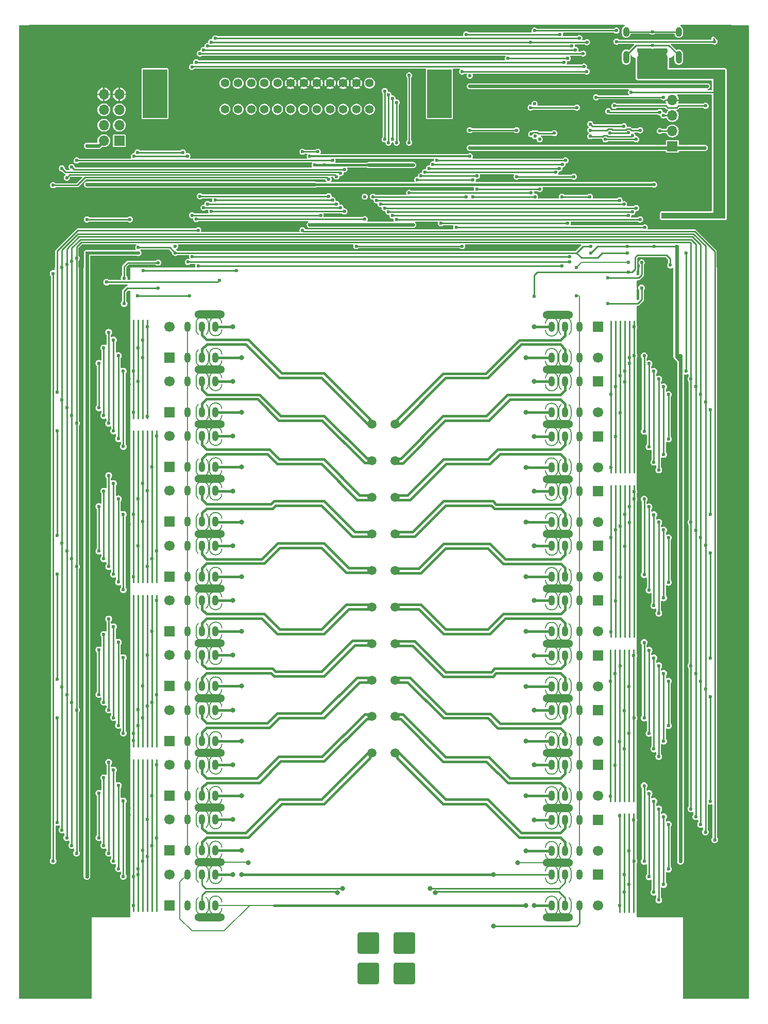
<source format=gbr>
%TF.GenerationSoftware,KiCad,Pcbnew,8.0.9-8.0.9-0~ubuntu24.04.1*%
%TF.CreationDate,2025-03-26T21:18:20+01:00*%
%TF.ProjectId,xResistorTranferBank,78526573-6973-4746-9f72-5472616e6665,rev?*%
%TF.SameCoordinates,Original*%
%TF.FileFunction,Copper,L2,Bot*%
%TF.FilePolarity,Positive*%
%FSLAX46Y46*%
G04 Gerber Fmt 4.6, Leading zero omitted, Abs format (unit mm)*
G04 Created by KiCad (PCBNEW 8.0.9-8.0.9-0~ubuntu24.04.1) date 2025-03-26 21:18:20*
%MOMM*%
%LPD*%
G01*
G04 APERTURE LIST*
G04 Aperture macros list*
%AMRoundRect*
0 Rectangle with rounded corners*
0 $1 Rounding radius*
0 $2 $3 $4 $5 $6 $7 $8 $9 X,Y pos of 4 corners*
0 Add a 4 corners polygon primitive as box body*
4,1,4,$2,$3,$4,$5,$6,$7,$8,$9,$2,$3,0*
0 Add four circle primitives for the rounded corners*
1,1,$1+$1,$2,$3*
1,1,$1+$1,$4,$5*
1,1,$1+$1,$6,$7*
1,1,$1+$1,$8,$9*
0 Add four rect primitives between the rounded corners*
20,1,$1+$1,$2,$3,$4,$5,0*
20,1,$1+$1,$4,$5,$6,$7,0*
20,1,$1+$1,$6,$7,$8,$9,0*
20,1,$1+$1,$8,$9,$2,$3,0*%
%AMFreePoly0*
4,1,5,2.000000,-4.000000,-2.000000,-4.000000,-2.000000,4.000000,2.000000,4.000000,2.000000,-4.000000,2.000000,-4.000000,$1*%
G04 Aperture macros list end*
%TA.AperFunction,EtchedComponent*%
%ADD10C,0.200000*%
%TD*%
%TA.AperFunction,ComponentPad*%
%ADD11R,1.700000X1.700000*%
%TD*%
%TA.AperFunction,ComponentPad*%
%ADD12O,1.000000X1.700000*%
%TD*%
%TA.AperFunction,ComponentPad*%
%ADD13C,1.700000*%
%TD*%
%TA.AperFunction,ComponentPad*%
%ADD14O,5.000000X1.300000*%
%TD*%
%TA.AperFunction,ComponentPad*%
%ADD15O,1.700000X1.700000*%
%TD*%
%TA.AperFunction,ComponentPad*%
%ADD16RoundRect,0.250002X1.499998X-1.499998X1.499998X1.499998X-1.499998X1.499998X-1.499998X-1.499998X0*%
%TD*%
%TA.AperFunction,ComponentPad*%
%ADD17O,1.000000X2.100000*%
%TD*%
%TA.AperFunction,ComponentPad*%
%ADD18O,1.000000X1.600000*%
%TD*%
%TA.AperFunction,ComponentPad*%
%ADD19C,1.500000*%
%TD*%
%TA.AperFunction,ComponentPad*%
%ADD20RoundRect,0.250002X-1.499998X1.499998X-1.499998X-1.499998X1.499998X-1.499998X1.499998X1.499998X0*%
%TD*%
%TA.AperFunction,ComponentPad*%
%ADD21C,1.400000*%
%TD*%
%TA.AperFunction,ComponentPad*%
%ADD22FreePoly0,180.000000*%
%TD*%
%TA.AperFunction,ViaPad*%
%ADD23C,0.600000*%
%TD*%
%TA.AperFunction,ViaPad*%
%ADD24C,0.800000*%
%TD*%
%TA.AperFunction,Conductor*%
%ADD25C,0.250000*%
%TD*%
%TA.AperFunction,Conductor*%
%ADD26C,0.400000*%
%TD*%
%TA.AperFunction,Conductor*%
%ADD27C,0.200000*%
%TD*%
%TA.AperFunction,Conductor*%
%ADD28C,0.600000*%
%TD*%
%TA.AperFunction,Conductor*%
%ADD29C,0.500000*%
%TD*%
%TA.AperFunction,Conductor*%
%ADD30C,0.356000*%
%TD*%
G04 APERTURE END LIST*
D10*
%TO.C,K10*%
X56652650Y-127205600D02*
X56652650Y-126189600D01*
X56652650Y-132285600D02*
X56652650Y-131269600D01*
X58684650Y-126189600D02*
X58684650Y-127205600D01*
X58684650Y-131269600D02*
X58684650Y-132285600D01*
X58852650Y-127205600D02*
X58852650Y-126189600D01*
X58852650Y-132285600D02*
X58852650Y-131269600D01*
X56652650Y-126189600D02*
G75*
G02*
X58684650Y-126189600I1016000J0D01*
G01*
X56652981Y-131269600D02*
G75*
G02*
X57008650Y-130497600I1015669J0D01*
G01*
X57018650Y-127987599D02*
G75*
G02*
X56651781Y-127205600I650000J781999D01*
G01*
X58328650Y-130497600D02*
G75*
G02*
X58684319Y-131269600I-660000J-772000D01*
G01*
X58684650Y-132285600D02*
G75*
G02*
X56652650Y-132285600I-1016000J0D01*
G01*
X58685519Y-127205600D02*
G75*
G02*
X58318650Y-127987599I-1016869J0D01*
G01*
X58851321Y-131269600D02*
G75*
G02*
X60884649Y-131217600I1017329J0D01*
G01*
X58851783Y-126189600D02*
G75*
G02*
X60884649Y-126147600I1016867J0D01*
G01*
X60884649Y-127247600D02*
G75*
G02*
X58851783Y-127205600I-1015999J42000D01*
G01*
X60884649Y-132327600D02*
G75*
G02*
X58851783Y-132285600I-1015999J42000D01*
G01*
%TO.C,K22*%
X56652650Y-73205600D02*
X56652650Y-72189600D01*
X56652650Y-78285600D02*
X56652650Y-77269600D01*
X58684650Y-72189600D02*
X58684650Y-73205600D01*
X58684650Y-77269600D02*
X58684650Y-78285600D01*
X58852650Y-73205600D02*
X58852650Y-72189600D01*
X58852650Y-78285600D02*
X58852650Y-77269600D01*
X56652650Y-72189600D02*
G75*
G02*
X58684650Y-72189600I1016000J0D01*
G01*
X56652981Y-77269600D02*
G75*
G02*
X57008650Y-76497600I1015669J0D01*
G01*
X57018650Y-73987599D02*
G75*
G02*
X56651781Y-73205600I650000J781999D01*
G01*
X58328650Y-76497600D02*
G75*
G02*
X58684319Y-77269600I-660000J-772000D01*
G01*
X58684650Y-78285600D02*
G75*
G02*
X56652650Y-78285600I-1016000J0D01*
G01*
X58685519Y-73205600D02*
G75*
G02*
X58318650Y-73987599I-1016869J0D01*
G01*
X58851321Y-77269600D02*
G75*
G02*
X60884649Y-77217600I1017329J0D01*
G01*
X58851783Y-72189600D02*
G75*
G02*
X60884649Y-72147600I1016867J0D01*
G01*
X60884649Y-73247600D02*
G75*
G02*
X58851783Y-73205600I-1015999J42000D01*
G01*
X60884649Y-78327600D02*
G75*
G02*
X58851783Y-78285600I-1015999J42000D01*
G01*
%TO.C,K17*%
X116110550Y-90226000D02*
X116110550Y-91242000D01*
X116110550Y-95306000D02*
X116110550Y-96322000D01*
X116278550Y-91242000D02*
X116278550Y-90226000D01*
X116278550Y-96322000D02*
X116278550Y-95306000D01*
X118310550Y-90226000D02*
X118310550Y-91242000D01*
X118310550Y-95306000D02*
X118310550Y-96322000D01*
X114078551Y-90184000D02*
G75*
G02*
X116111417Y-90226000I1015999J-42000D01*
G01*
X114078551Y-95264000D02*
G75*
G02*
X116111417Y-95306000I1015999J-42000D01*
G01*
X116111417Y-96322000D02*
G75*
G02*
X114078551Y-96364000I-1016867J0D01*
G01*
X116111879Y-91242000D02*
G75*
G02*
X114078551Y-91294000I-1017329J0D01*
G01*
X116277681Y-95306000D02*
G75*
G02*
X116644550Y-94524001I1016869J0D01*
G01*
X116278550Y-90226000D02*
G75*
G02*
X118310550Y-90226000I1016000J0D01*
G01*
X116634550Y-92014000D02*
G75*
G02*
X116278881Y-91242000I660000J772000D01*
G01*
X117944550Y-94524001D02*
G75*
G02*
X118311419Y-95306000I-650000J-781999D01*
G01*
X118310219Y-91242000D02*
G75*
G02*
X117954550Y-92014000I-1015669J0D01*
G01*
X118310550Y-96322000D02*
G75*
G02*
X116278550Y-96322000I-1016000J0D01*
G01*
%TO.C,K13*%
X116110550Y-108226000D02*
X116110550Y-109242000D01*
X116110550Y-113306000D02*
X116110550Y-114322000D01*
X116278550Y-109242000D02*
X116278550Y-108226000D01*
X116278550Y-114322000D02*
X116278550Y-113306000D01*
X118310550Y-108226000D02*
X118310550Y-109242000D01*
X118310550Y-113306000D02*
X118310550Y-114322000D01*
X114078551Y-108184000D02*
G75*
G02*
X116111417Y-108226000I1015999J-42000D01*
G01*
X114078551Y-113264000D02*
G75*
G02*
X116111417Y-113306000I1015999J-42000D01*
G01*
X116111417Y-114322000D02*
G75*
G02*
X114078551Y-114364000I-1016867J0D01*
G01*
X116111879Y-109242000D02*
G75*
G02*
X114078551Y-109294000I-1017329J0D01*
G01*
X116277681Y-113306000D02*
G75*
G02*
X116644550Y-112524001I1016869J0D01*
G01*
X116278550Y-108226000D02*
G75*
G02*
X118310550Y-108226000I1016000J0D01*
G01*
X116634550Y-110014000D02*
G75*
G02*
X116278881Y-109242000I660000J772000D01*
G01*
X117944550Y-112524001D02*
G75*
G02*
X118311419Y-113306000I-650000J-781999D01*
G01*
X118310219Y-109242000D02*
G75*
G02*
X117954550Y-110014000I-1015669J0D01*
G01*
X118310550Y-114322000D02*
G75*
G02*
X116278550Y-114322000I-1016000J0D01*
G01*
%TO.C,K2*%
X56652650Y-163205600D02*
X56652650Y-162189600D01*
X56652650Y-168285600D02*
X56652650Y-167269600D01*
X58684650Y-162189600D02*
X58684650Y-163205600D01*
X58684650Y-167269600D02*
X58684650Y-168285600D01*
X58852650Y-163205600D02*
X58852650Y-162189600D01*
X58852650Y-168285600D02*
X58852650Y-167269600D01*
X56652650Y-162189600D02*
G75*
G02*
X58684650Y-162189600I1016000J0D01*
G01*
X56652981Y-167269600D02*
G75*
G02*
X57008650Y-166497600I1015669J0D01*
G01*
X57018650Y-163987599D02*
G75*
G02*
X56651781Y-163205600I650000J781999D01*
G01*
X58328650Y-166497600D02*
G75*
G02*
X58684319Y-167269600I-660000J-772000D01*
G01*
X58684650Y-168285600D02*
G75*
G02*
X56652650Y-168285600I-1016000J0D01*
G01*
X58685519Y-163205600D02*
G75*
G02*
X58318650Y-163987599I-1016869J0D01*
G01*
X58851321Y-167269600D02*
G75*
G02*
X60884649Y-167217600I1017329J0D01*
G01*
X58851783Y-162189600D02*
G75*
G02*
X60884649Y-162147600I1016867J0D01*
G01*
X60884649Y-163247600D02*
G75*
G02*
X58851783Y-163205600I-1015999J42000D01*
G01*
X60884649Y-168327600D02*
G75*
G02*
X58851783Y-168285600I-1015999J42000D01*
G01*
%TO.C,K8*%
X56652650Y-136205600D02*
X56652650Y-135189600D01*
X56652650Y-141285600D02*
X56652650Y-140269600D01*
X58684650Y-135189600D02*
X58684650Y-136205600D01*
X58684650Y-140269600D02*
X58684650Y-141285600D01*
X58852650Y-136205600D02*
X58852650Y-135189600D01*
X58852650Y-141285600D02*
X58852650Y-140269600D01*
X56652650Y-135189600D02*
G75*
G02*
X58684650Y-135189600I1016000J0D01*
G01*
X56652981Y-140269600D02*
G75*
G02*
X57008650Y-139497600I1015669J0D01*
G01*
X57018650Y-136987599D02*
G75*
G02*
X56651781Y-136205600I650000J781999D01*
G01*
X58328650Y-139497600D02*
G75*
G02*
X58684319Y-140269600I-660000J-772000D01*
G01*
X58684650Y-141285600D02*
G75*
G02*
X56652650Y-141285600I-1016000J0D01*
G01*
X58685519Y-136205600D02*
G75*
G02*
X58318650Y-136987599I-1016869J0D01*
G01*
X58851321Y-140269600D02*
G75*
G02*
X60884649Y-140217600I1017329J0D01*
G01*
X58851783Y-135189600D02*
G75*
G02*
X60884649Y-135147600I1016867J0D01*
G01*
X60884649Y-136247600D02*
G75*
G02*
X58851783Y-136205600I-1015999J42000D01*
G01*
X60884649Y-141327600D02*
G75*
G02*
X58851783Y-141285600I-1015999J42000D01*
G01*
%TO.C,K7*%
X116110550Y-135226000D02*
X116110550Y-136242000D01*
X116110550Y-140306000D02*
X116110550Y-141322000D01*
X116278550Y-136242000D02*
X116278550Y-135226000D01*
X116278550Y-141322000D02*
X116278550Y-140306000D01*
X118310550Y-135226000D02*
X118310550Y-136242000D01*
X118310550Y-140306000D02*
X118310550Y-141322000D01*
X114078551Y-135184000D02*
G75*
G02*
X116111417Y-135226000I1015999J-42000D01*
G01*
X114078551Y-140264000D02*
G75*
G02*
X116111417Y-140306000I1015999J-42000D01*
G01*
X116111417Y-141322000D02*
G75*
G02*
X114078551Y-141364000I-1016867J0D01*
G01*
X116111879Y-136242000D02*
G75*
G02*
X114078551Y-136294000I-1017329J0D01*
G01*
X116277681Y-140306000D02*
G75*
G02*
X116644550Y-139524001I1016869J0D01*
G01*
X116278550Y-135226000D02*
G75*
G02*
X118310550Y-135226000I1016000J0D01*
G01*
X116634550Y-137014000D02*
G75*
G02*
X116278881Y-136242000I660000J772000D01*
G01*
X117944550Y-139524001D02*
G75*
G02*
X118311419Y-140306000I-650000J-781999D01*
G01*
X118310219Y-136242000D02*
G75*
G02*
X117954550Y-137014000I-1015669J0D01*
G01*
X118310550Y-141322000D02*
G75*
G02*
X116278550Y-141322000I-1016000J0D01*
G01*
%TO.C,K16*%
X56652650Y-100205600D02*
X56652650Y-99189600D01*
X56652650Y-105285600D02*
X56652650Y-104269600D01*
X58684650Y-99189600D02*
X58684650Y-100205600D01*
X58684650Y-104269600D02*
X58684650Y-105285600D01*
X58852650Y-100205600D02*
X58852650Y-99189600D01*
X58852650Y-105285600D02*
X58852650Y-104269600D01*
X56652650Y-99189600D02*
G75*
G02*
X58684650Y-99189600I1016000J0D01*
G01*
X56652981Y-104269600D02*
G75*
G02*
X57008650Y-103497600I1015669J0D01*
G01*
X57018650Y-100987599D02*
G75*
G02*
X56651781Y-100205600I650000J781999D01*
G01*
X58328650Y-103497600D02*
G75*
G02*
X58684319Y-104269600I-660000J-772000D01*
G01*
X58684650Y-105285600D02*
G75*
G02*
X56652650Y-105285600I-1016000J0D01*
G01*
X58685519Y-100205600D02*
G75*
G02*
X58318650Y-100987599I-1016869J0D01*
G01*
X58851321Y-104269600D02*
G75*
G02*
X60884649Y-104217600I1017329J0D01*
G01*
X58851783Y-99189600D02*
G75*
G02*
X60884649Y-99147600I1016867J0D01*
G01*
X60884649Y-100247600D02*
G75*
G02*
X58851783Y-100205600I-1015999J42000D01*
G01*
X60884649Y-105327600D02*
G75*
G02*
X58851783Y-105285600I-1015999J42000D01*
G01*
%TO.C,K21*%
X116110550Y-72226000D02*
X116110550Y-73242000D01*
X116110550Y-77306000D02*
X116110550Y-78322000D01*
X116278550Y-73242000D02*
X116278550Y-72226000D01*
X116278550Y-78322000D02*
X116278550Y-77306000D01*
X118310550Y-72226000D02*
X118310550Y-73242000D01*
X118310550Y-77306000D02*
X118310550Y-78322000D01*
X114078551Y-72184000D02*
G75*
G02*
X116111417Y-72226000I1015999J-42000D01*
G01*
X114078551Y-77264000D02*
G75*
G02*
X116111417Y-77306000I1015999J-42000D01*
G01*
X116111417Y-78322000D02*
G75*
G02*
X114078551Y-78364000I-1016867J0D01*
G01*
X116111879Y-73242000D02*
G75*
G02*
X114078551Y-73294000I-1017329J0D01*
G01*
X116277681Y-77306000D02*
G75*
G02*
X116644550Y-76524001I1016869J0D01*
G01*
X116278550Y-72226000D02*
G75*
G02*
X118310550Y-72226000I1016000J0D01*
G01*
X116634550Y-74014000D02*
G75*
G02*
X116278881Y-73242000I660000J772000D01*
G01*
X117944550Y-76524001D02*
G75*
G02*
X118311419Y-77306000I-650000J-781999D01*
G01*
X118310219Y-73242000D02*
G75*
G02*
X117954550Y-74014000I-1015669J0D01*
G01*
X118310550Y-78322000D02*
G75*
G02*
X116278550Y-78322000I-1016000J0D01*
G01*
%TO.C,K3*%
X116110550Y-153226000D02*
X116110550Y-154242000D01*
X116110550Y-158306000D02*
X116110550Y-159322000D01*
X116278550Y-154242000D02*
X116278550Y-153226000D01*
X116278550Y-159322000D02*
X116278550Y-158306000D01*
X118310550Y-153226000D02*
X118310550Y-154242000D01*
X118310550Y-158306000D02*
X118310550Y-159322000D01*
X114078551Y-153184000D02*
G75*
G02*
X116111417Y-153226000I1015999J-42000D01*
G01*
X114078551Y-158264000D02*
G75*
G02*
X116111417Y-158306000I1015999J-42000D01*
G01*
X116111417Y-159322000D02*
G75*
G02*
X114078551Y-159364000I-1016867J0D01*
G01*
X116111879Y-154242000D02*
G75*
G02*
X114078551Y-154294000I-1017329J0D01*
G01*
X116277681Y-158306000D02*
G75*
G02*
X116644550Y-157524001I1016869J0D01*
G01*
X116278550Y-153226000D02*
G75*
G02*
X118310550Y-153226000I1016000J0D01*
G01*
X116634550Y-155014000D02*
G75*
G02*
X116278881Y-154242000I660000J772000D01*
G01*
X117944550Y-157524001D02*
G75*
G02*
X118311419Y-158306000I-650000J-781999D01*
G01*
X118310219Y-154242000D02*
G75*
G02*
X117954550Y-155014000I-1015669J0D01*
G01*
X118310550Y-159322000D02*
G75*
G02*
X116278550Y-159322000I-1016000J0D01*
G01*
%TO.C,K19*%
X116110550Y-81226000D02*
X116110550Y-82242000D01*
X116110550Y-86306000D02*
X116110550Y-87322000D01*
X116278550Y-82242000D02*
X116278550Y-81226000D01*
X116278550Y-87322000D02*
X116278550Y-86306000D01*
X118310550Y-81226000D02*
X118310550Y-82242000D01*
X118310550Y-86306000D02*
X118310550Y-87322000D01*
X114078551Y-81184000D02*
G75*
G02*
X116111417Y-81226000I1015999J-42000D01*
G01*
X114078551Y-86264000D02*
G75*
G02*
X116111417Y-86306000I1015999J-42000D01*
G01*
X116111417Y-87322000D02*
G75*
G02*
X114078551Y-87364000I-1016867J0D01*
G01*
X116111879Y-82242000D02*
G75*
G02*
X114078551Y-82294000I-1017329J0D01*
G01*
X116277681Y-86306000D02*
G75*
G02*
X116644550Y-85524001I1016869J0D01*
G01*
X116278550Y-81226000D02*
G75*
G02*
X118310550Y-81226000I1016000J0D01*
G01*
X116634550Y-83014000D02*
G75*
G02*
X116278881Y-82242000I660000J772000D01*
G01*
X117944550Y-85524001D02*
G75*
G02*
X118311419Y-86306000I-650000J-781999D01*
G01*
X118310219Y-82242000D02*
G75*
G02*
X117954550Y-83014000I-1015669J0D01*
G01*
X118310550Y-87322000D02*
G75*
G02*
X116278550Y-87322000I-1016000J0D01*
G01*
%TO.C,K15*%
X116110550Y-99226000D02*
X116110550Y-100242000D01*
X116110550Y-104306000D02*
X116110550Y-105322000D01*
X116278550Y-100242000D02*
X116278550Y-99226000D01*
X116278550Y-105322000D02*
X116278550Y-104306000D01*
X118310550Y-99226000D02*
X118310550Y-100242000D01*
X118310550Y-104306000D02*
X118310550Y-105322000D01*
X114078551Y-99184000D02*
G75*
G02*
X116111417Y-99226000I1015999J-42000D01*
G01*
X114078551Y-104264000D02*
G75*
G02*
X116111417Y-104306000I1015999J-42000D01*
G01*
X116111417Y-105322000D02*
G75*
G02*
X114078551Y-105364000I-1016867J0D01*
G01*
X116111879Y-100242000D02*
G75*
G02*
X114078551Y-100294000I-1017329J0D01*
G01*
X116277681Y-104306000D02*
G75*
G02*
X116644550Y-103524001I1016869J0D01*
G01*
X116278550Y-99226000D02*
G75*
G02*
X118310550Y-99226000I1016000J0D01*
G01*
X116634550Y-101014000D02*
G75*
G02*
X116278881Y-100242000I660000J772000D01*
G01*
X117944550Y-103524001D02*
G75*
G02*
X118311419Y-104306000I-650000J-781999D01*
G01*
X118310219Y-100242000D02*
G75*
G02*
X117954550Y-101014000I-1015669J0D01*
G01*
X118310550Y-105322000D02*
G75*
G02*
X116278550Y-105322000I-1016000J0D01*
G01*
%TO.C,K4*%
X56652650Y-154205600D02*
X56652650Y-153189600D01*
X56652650Y-159285600D02*
X56652650Y-158269600D01*
X58684650Y-153189600D02*
X58684650Y-154205600D01*
X58684650Y-158269600D02*
X58684650Y-159285600D01*
X58852650Y-154205600D02*
X58852650Y-153189600D01*
X58852650Y-159285600D02*
X58852650Y-158269600D01*
X56652650Y-153189600D02*
G75*
G02*
X58684650Y-153189600I1016000J0D01*
G01*
X56652981Y-158269600D02*
G75*
G02*
X57008650Y-157497600I1015669J0D01*
G01*
X57018650Y-154987599D02*
G75*
G02*
X56651781Y-154205600I650000J781999D01*
G01*
X58328650Y-157497600D02*
G75*
G02*
X58684319Y-158269600I-660000J-772000D01*
G01*
X58684650Y-159285600D02*
G75*
G02*
X56652650Y-159285600I-1016000J0D01*
G01*
X58685519Y-154205600D02*
G75*
G02*
X58318650Y-154987599I-1016869J0D01*
G01*
X58851321Y-158269600D02*
G75*
G02*
X60884649Y-158217600I1017329J0D01*
G01*
X58851783Y-153189600D02*
G75*
G02*
X60884649Y-153147600I1016867J0D01*
G01*
X60884649Y-154247600D02*
G75*
G02*
X58851783Y-154205600I-1015999J42000D01*
G01*
X60884649Y-159327600D02*
G75*
G02*
X58851783Y-159285600I-1015999J42000D01*
G01*
%TO.C,K9*%
X116110550Y-126226000D02*
X116110550Y-127242000D01*
X116110550Y-131306000D02*
X116110550Y-132322000D01*
X116278550Y-127242000D02*
X116278550Y-126226000D01*
X116278550Y-132322000D02*
X116278550Y-131306000D01*
X118310550Y-126226000D02*
X118310550Y-127242000D01*
X118310550Y-131306000D02*
X118310550Y-132322000D01*
X114078551Y-126184000D02*
G75*
G02*
X116111417Y-126226000I1015999J-42000D01*
G01*
X114078551Y-131264000D02*
G75*
G02*
X116111417Y-131306000I1015999J-42000D01*
G01*
X116111417Y-132322000D02*
G75*
G02*
X114078551Y-132364000I-1016867J0D01*
G01*
X116111879Y-127242000D02*
G75*
G02*
X114078551Y-127294000I-1017329J0D01*
G01*
X116277681Y-131306000D02*
G75*
G02*
X116644550Y-130524001I1016869J0D01*
G01*
X116278550Y-126226000D02*
G75*
G02*
X118310550Y-126226000I1016000J0D01*
G01*
X116634550Y-128014000D02*
G75*
G02*
X116278881Y-127242000I660000J772000D01*
G01*
X117944550Y-130524001D02*
G75*
G02*
X118311419Y-131306000I-650000J-781999D01*
G01*
X118310219Y-127242000D02*
G75*
G02*
X117954550Y-128014000I-1015669J0D01*
G01*
X118310550Y-132322000D02*
G75*
G02*
X116278550Y-132322000I-1016000J0D01*
G01*
%TO.C,K12*%
X56652650Y-118205600D02*
X56652650Y-117189600D01*
X56652650Y-123285600D02*
X56652650Y-122269600D01*
X58684650Y-117189600D02*
X58684650Y-118205600D01*
X58684650Y-122269600D02*
X58684650Y-123285600D01*
X58852650Y-118205600D02*
X58852650Y-117189600D01*
X58852650Y-123285600D02*
X58852650Y-122269600D01*
X56652650Y-117189600D02*
G75*
G02*
X58684650Y-117189600I1016000J0D01*
G01*
X56652981Y-122269600D02*
G75*
G02*
X57008650Y-121497600I1015669J0D01*
G01*
X57018650Y-118987599D02*
G75*
G02*
X56651781Y-118205600I650000J781999D01*
G01*
X58328650Y-121497600D02*
G75*
G02*
X58684319Y-122269600I-660000J-772000D01*
G01*
X58684650Y-123285600D02*
G75*
G02*
X56652650Y-123285600I-1016000J0D01*
G01*
X58685519Y-118205600D02*
G75*
G02*
X58318650Y-118987599I-1016869J0D01*
G01*
X58851321Y-122269600D02*
G75*
G02*
X60884649Y-122217600I1017329J0D01*
G01*
X58851783Y-117189600D02*
G75*
G02*
X60884649Y-117147600I1016867J0D01*
G01*
X60884649Y-118247600D02*
G75*
G02*
X58851783Y-118205600I-1015999J42000D01*
G01*
X60884649Y-123327600D02*
G75*
G02*
X58851783Y-123285600I-1015999J42000D01*
G01*
%TO.C,K1*%
X116113650Y-162229600D02*
X116113650Y-163245600D01*
X116113650Y-167309600D02*
X116113650Y-168325600D01*
X116281650Y-163245600D02*
X116281650Y-162229600D01*
X116281650Y-168325600D02*
X116281650Y-167309600D01*
X118313650Y-162229600D02*
X118313650Y-163245600D01*
X118313650Y-167309600D02*
X118313650Y-168325600D01*
X114081651Y-162187600D02*
G75*
G02*
X116114517Y-162229600I1015999J-42000D01*
G01*
X114081651Y-167267600D02*
G75*
G02*
X116114517Y-167309600I1015999J-42000D01*
G01*
X116114517Y-168325600D02*
G75*
G02*
X114081651Y-168367600I-1016867J0D01*
G01*
X116114979Y-163245600D02*
G75*
G02*
X114081651Y-163297600I-1017329J0D01*
G01*
X116280781Y-167309600D02*
G75*
G02*
X116647650Y-166527601I1016869J0D01*
G01*
X116281650Y-162229600D02*
G75*
G02*
X118313650Y-162229600I1016000J0D01*
G01*
X116637650Y-164017600D02*
G75*
G02*
X116281981Y-163245600I660000J772000D01*
G01*
X117947650Y-166527601D02*
G75*
G02*
X118314519Y-167309600I-650000J-781999D01*
G01*
X118313319Y-163245600D02*
G75*
G02*
X117957650Y-164017600I-1015669J0D01*
G01*
X118313650Y-168325600D02*
G75*
G02*
X116281650Y-168325600I-1016000J0D01*
G01*
%TO.C,K18*%
X56652650Y-91205600D02*
X56652650Y-90189600D01*
X56652650Y-96285600D02*
X56652650Y-95269600D01*
X58684650Y-90189600D02*
X58684650Y-91205600D01*
X58684650Y-95269600D02*
X58684650Y-96285600D01*
X58852650Y-91205600D02*
X58852650Y-90189600D01*
X58852650Y-96285600D02*
X58852650Y-95269600D01*
X56652650Y-90189600D02*
G75*
G02*
X58684650Y-90189600I1016000J0D01*
G01*
X56652981Y-95269600D02*
G75*
G02*
X57008650Y-94497600I1015669J0D01*
G01*
X57018650Y-91987599D02*
G75*
G02*
X56651781Y-91205600I650000J781999D01*
G01*
X58328650Y-94497600D02*
G75*
G02*
X58684319Y-95269600I-660000J-772000D01*
G01*
X58684650Y-96285600D02*
G75*
G02*
X56652650Y-96285600I-1016000J0D01*
G01*
X58685519Y-91205600D02*
G75*
G02*
X58318650Y-91987599I-1016869J0D01*
G01*
X58851321Y-95269600D02*
G75*
G02*
X60884649Y-95217600I1017329J0D01*
G01*
X58851783Y-90189600D02*
G75*
G02*
X60884649Y-90147600I1016867J0D01*
G01*
X60884649Y-91247600D02*
G75*
G02*
X58851783Y-91205600I-1015999J42000D01*
G01*
X60884649Y-96327600D02*
G75*
G02*
X58851783Y-96285600I-1015999J42000D01*
G01*
%TO.C,K20*%
X56652650Y-82205600D02*
X56652650Y-81189600D01*
X56652650Y-87285600D02*
X56652650Y-86269600D01*
X58684650Y-81189600D02*
X58684650Y-82205600D01*
X58684650Y-86269600D02*
X58684650Y-87285600D01*
X58852650Y-82205600D02*
X58852650Y-81189600D01*
X58852650Y-87285600D02*
X58852650Y-86269600D01*
X56652650Y-81189600D02*
G75*
G02*
X58684650Y-81189600I1016000J0D01*
G01*
X56652981Y-86269600D02*
G75*
G02*
X57008650Y-85497600I1015669J0D01*
G01*
X57018650Y-82987599D02*
G75*
G02*
X56651781Y-82205600I650000J781999D01*
G01*
X58328650Y-85497600D02*
G75*
G02*
X58684319Y-86269600I-660000J-772000D01*
G01*
X58684650Y-87285600D02*
G75*
G02*
X56652650Y-87285600I-1016000J0D01*
G01*
X58685519Y-82205600D02*
G75*
G02*
X58318650Y-82987599I-1016869J0D01*
G01*
X58851321Y-86269600D02*
G75*
G02*
X60884649Y-86217600I1017329J0D01*
G01*
X58851783Y-81189600D02*
G75*
G02*
X60884649Y-81147600I1016867J0D01*
G01*
X60884649Y-82247600D02*
G75*
G02*
X58851783Y-82205600I-1015999J42000D01*
G01*
X60884649Y-87327600D02*
G75*
G02*
X58851783Y-87285600I-1015999J42000D01*
G01*
%TO.C,K14*%
X56652650Y-109205600D02*
X56652650Y-108189600D01*
X56652650Y-114285600D02*
X56652650Y-113269600D01*
X58684650Y-108189600D02*
X58684650Y-109205600D01*
X58684650Y-113269600D02*
X58684650Y-114285600D01*
X58852650Y-109205600D02*
X58852650Y-108189600D01*
X58852650Y-114285600D02*
X58852650Y-113269600D01*
X56652650Y-108189600D02*
G75*
G02*
X58684650Y-108189600I1016000J0D01*
G01*
X56652981Y-113269600D02*
G75*
G02*
X57008650Y-112497600I1015669J0D01*
G01*
X57018650Y-109987599D02*
G75*
G02*
X56651781Y-109205600I650000J781999D01*
G01*
X58328650Y-112497600D02*
G75*
G02*
X58684319Y-113269600I-660000J-772000D01*
G01*
X58684650Y-114285600D02*
G75*
G02*
X56652650Y-114285600I-1016000J0D01*
G01*
X58685519Y-109205600D02*
G75*
G02*
X58318650Y-109987599I-1016869J0D01*
G01*
X58851321Y-113269600D02*
G75*
G02*
X60884649Y-113217600I1017329J0D01*
G01*
X58851783Y-108189600D02*
G75*
G02*
X60884649Y-108147600I1016867J0D01*
G01*
X60884649Y-109247600D02*
G75*
G02*
X58851783Y-109205600I-1015999J42000D01*
G01*
X60884649Y-114327600D02*
G75*
G02*
X58851783Y-114285600I-1015999J42000D01*
G01*
%TO.C,K6*%
X56652650Y-145205600D02*
X56652650Y-144189600D01*
X56652650Y-150285600D02*
X56652650Y-149269600D01*
X58684650Y-144189600D02*
X58684650Y-145205600D01*
X58684650Y-149269600D02*
X58684650Y-150285600D01*
X58852650Y-145205600D02*
X58852650Y-144189600D01*
X58852650Y-150285600D02*
X58852650Y-149269600D01*
X56652650Y-144189600D02*
G75*
G02*
X58684650Y-144189600I1016000J0D01*
G01*
X56652981Y-149269600D02*
G75*
G02*
X57008650Y-148497600I1015669J0D01*
G01*
X57018650Y-145987599D02*
G75*
G02*
X56651781Y-145205600I650000J781999D01*
G01*
X58328650Y-148497600D02*
G75*
G02*
X58684319Y-149269600I-660000J-772000D01*
G01*
X58684650Y-150285600D02*
G75*
G02*
X56652650Y-150285600I-1016000J0D01*
G01*
X58685519Y-145205600D02*
G75*
G02*
X58318650Y-145987599I-1016869J0D01*
G01*
X58851321Y-149269600D02*
G75*
G02*
X60884649Y-149217600I1017329J0D01*
G01*
X58851783Y-144189600D02*
G75*
G02*
X60884649Y-144147600I1016867J0D01*
G01*
X60884649Y-145247600D02*
G75*
G02*
X58851783Y-145205600I-1015999J42000D01*
G01*
X60884649Y-150327600D02*
G75*
G02*
X58851783Y-150285600I-1015999J42000D01*
G01*
%TO.C,K5*%
X116110550Y-144226000D02*
X116110550Y-145242000D01*
X116110550Y-149306000D02*
X116110550Y-150322000D01*
X116278550Y-145242000D02*
X116278550Y-144226000D01*
X116278550Y-150322000D02*
X116278550Y-149306000D01*
X118310550Y-144226000D02*
X118310550Y-145242000D01*
X118310550Y-149306000D02*
X118310550Y-150322000D01*
X114078551Y-144184000D02*
G75*
G02*
X116111417Y-144226000I1015999J-42000D01*
G01*
X114078551Y-149264000D02*
G75*
G02*
X116111417Y-149306000I1015999J-42000D01*
G01*
X116111417Y-150322000D02*
G75*
G02*
X114078551Y-150364000I-1016867J0D01*
G01*
X116111879Y-145242000D02*
G75*
G02*
X114078551Y-145294000I-1017329J0D01*
G01*
X116277681Y-149306000D02*
G75*
G02*
X116644550Y-148524001I1016869J0D01*
G01*
X116278550Y-144226000D02*
G75*
G02*
X118310550Y-144226000I1016000J0D01*
G01*
X116634550Y-146014000D02*
G75*
G02*
X116278881Y-145242000I660000J772000D01*
G01*
X117944550Y-148524001D02*
G75*
G02*
X118311419Y-149306000I-650000J-781999D01*
G01*
X118310219Y-145242000D02*
G75*
G02*
X117954550Y-146014000I-1015669J0D01*
G01*
X118310550Y-150322000D02*
G75*
G02*
X116278550Y-150322000I-1016000J0D01*
G01*
%TO.C,K11*%
X116110550Y-117226000D02*
X116110550Y-118242000D01*
X116110550Y-122306000D02*
X116110550Y-123322000D01*
X116278550Y-118242000D02*
X116278550Y-117226000D01*
X116278550Y-123322000D02*
X116278550Y-122306000D01*
X118310550Y-117226000D02*
X118310550Y-118242000D01*
X118310550Y-122306000D02*
X118310550Y-123322000D01*
X114078551Y-117184000D02*
G75*
G02*
X116111417Y-117226000I1015999J-42000D01*
G01*
X114078551Y-122264000D02*
G75*
G02*
X116111417Y-122306000I1015999J-42000D01*
G01*
X116111417Y-123322000D02*
G75*
G02*
X114078551Y-123364000I-1016867J0D01*
G01*
X116111879Y-118242000D02*
G75*
G02*
X114078551Y-118294000I-1017329J0D01*
G01*
X116277681Y-122306000D02*
G75*
G02*
X116644550Y-121524001I1016869J0D01*
G01*
X116278550Y-117226000D02*
G75*
G02*
X118310550Y-117226000I1016000J0D01*
G01*
X116634550Y-119014000D02*
G75*
G02*
X116278881Y-118242000I660000J772000D01*
G01*
X117944550Y-121524001D02*
G75*
G02*
X118311419Y-122306000I-650000J-781999D01*
G01*
X118310219Y-118242000D02*
G75*
G02*
X117954550Y-119014000I-1015669J0D01*
G01*
X118310550Y-123322000D02*
G75*
G02*
X116278550Y-123322000I-1016000J0D01*
G01*
%TD*%
D11*
%TO.P,K10,1*%
%TO.N,/Q4D*%
X52248650Y-131777600D03*
D12*
%TO.P,K10,2*%
%TO.N,/Guard-*%
X55248650Y-131777600D03*
%TO.P,K10,3*%
%TO.N,Net-(RN1D-R4.2)*%
X57648650Y-131777600D03*
%TO.P,K10,4*%
%TO.N,VGUARDB*%
X59848650Y-131777600D03*
%TO.P,K10,5*%
%TO.N,/Iforce-*%
X59848650Y-126697600D03*
%TO.P,K10,6*%
%TO.N,Net-(RN1D-R4.2)*%
X57648650Y-126697600D03*
%TO.P,K10,7*%
%TO.N,/Guard-*%
X55248650Y-126697600D03*
D13*
%TO.P,K10,8*%
%TO.N,/Q4C*%
X52248650Y-126697600D03*
D14*
%TO.P,K10,Guard*%
%TO.N,/Guard-*%
X58852650Y-133737600D03*
X58852650Y-124737600D03*
%TD*%
D11*
%TO.P,K22,1*%
%TO.N,/Q10D*%
X52248650Y-77777600D03*
D12*
%TO.P,K22,2*%
%TO.N,/Guard-*%
X55248650Y-77777600D03*
%TO.P,K22,3*%
%TO.N,Net-(RN1J-R10.2)*%
X57648650Y-77777600D03*
%TO.P,K22,4*%
%TO.N,VGUARDB*%
X59848650Y-77777600D03*
%TO.P,K22,5*%
%TO.N,/Iforce-*%
X59848650Y-72697600D03*
%TO.P,K22,6*%
%TO.N,Net-(RN1J-R10.2)*%
X57648650Y-72697600D03*
%TO.P,K22,7*%
%TO.N,/Guard-*%
X55248650Y-72697600D03*
D13*
%TO.P,K22,8*%
%TO.N,/Q10C*%
X52248650Y-72697600D03*
D14*
%TO.P,K22,Guard*%
%TO.N,/Guard-*%
X58852650Y-79737600D03*
X58852650Y-70737600D03*
%TD*%
D11*
%TO.P,K17,1*%
%TO.N,/Q8A*%
X122714550Y-90734000D03*
D12*
%TO.P,K17,2*%
%TO.N,/Guard+*%
X119714550Y-90734000D03*
%TO.P,K17,3*%
%TO.N,Net-(RN1H-R8.1)*%
X117314550Y-90734000D03*
%TO.P,K17,4*%
%TO.N,VGUARDA*%
X115114550Y-90734000D03*
%TO.P,K17,5*%
%TO.N,/Iforce+*%
X115114550Y-95814000D03*
%TO.P,K17,6*%
%TO.N,Net-(RN1H-R8.1)*%
X117314550Y-95814000D03*
%TO.P,K17,7*%
%TO.N,/Guard+*%
X119714550Y-95814000D03*
D13*
%TO.P,K17,8*%
%TO.N,/Q8B*%
X122714550Y-95814000D03*
D14*
%TO.P,K17,Guard*%
%TO.N,/Guard+*%
X116110550Y-88774000D03*
X116110550Y-97774000D03*
%TD*%
D11*
%TO.P,J2,1,Pin_1*%
%TO.N,+3V3*%
X134937500Y-43104000D03*
D15*
%TO.P,J2,2,Pin_2*%
%TO.N,/uC/SWDIO*%
X134937500Y-40564000D03*
%TO.P,J2,3,Pin_3*%
%TO.N,/uC/SWCLK*%
X134937500Y-38024000D03*
%TO.P,J2,4,Pin_4*%
%TO.N,GND*%
X134937500Y-35484000D03*
%TD*%
D11*
%TO.P,K13,1*%
%TO.N,/Q6A*%
X122714550Y-108734000D03*
D12*
%TO.P,K13,2*%
%TO.N,/Guard+*%
X119714550Y-108734000D03*
%TO.P,K13,3*%
%TO.N,Net-(RN1F-R6.1)*%
X117314550Y-108734000D03*
%TO.P,K13,4*%
%TO.N,VGUARDA*%
X115114550Y-108734000D03*
%TO.P,K13,5*%
%TO.N,/Iforce+*%
X115114550Y-113814000D03*
%TO.P,K13,6*%
%TO.N,Net-(RN1F-R6.1)*%
X117314550Y-113814000D03*
%TO.P,K13,7*%
%TO.N,/Guard+*%
X119714550Y-113814000D03*
D13*
%TO.P,K13,8*%
%TO.N,/Q6B*%
X122714550Y-113814000D03*
D14*
%TO.P,K13,Guard*%
%TO.N,/Guard+*%
X116110550Y-106774000D03*
X116110550Y-115774000D03*
%TD*%
D11*
%TO.P,K2,1*%
%TO.N,/R1C*%
X52248650Y-167777600D03*
D12*
%TO.P,K2,2*%
%TO.N,/Iforce-*%
X55248650Y-167777600D03*
%TO.P,K2,3*%
%TO.N,Net-(H2-Pad1)*%
X57648650Y-167777600D03*
%TO.P,K2,4*%
%TO.N,/Iforce+*%
X59848650Y-167777600D03*
%TO.P,K2,5*%
%TO.N,/Iforce-*%
X59848650Y-162697600D03*
%TO.P,K2,6*%
%TO.N,Net-(H4-Pad1)*%
X57648650Y-162697600D03*
%TO.P,K2,7*%
%TO.N,/Iforce+*%
X55248650Y-162697600D03*
D13*
%TO.P,K2,8*%
%TO.N,/R1D*%
X52248650Y-162697600D03*
D14*
%TO.P,K2,Guard*%
%TO.N,/Guard-*%
X58852650Y-169737600D03*
X58852650Y-160737600D03*
%TD*%
D11*
%TO.P,K8,1*%
%TO.N,/Q3D*%
X52248650Y-140777600D03*
D12*
%TO.P,K8,2*%
%TO.N,/Guard-*%
X55248650Y-140777600D03*
%TO.P,K8,3*%
%TO.N,Net-(RN1C-R3.2)*%
X57648650Y-140777600D03*
%TO.P,K8,4*%
%TO.N,VGUARDB*%
X59848650Y-140777600D03*
%TO.P,K8,5*%
%TO.N,/Iforce-*%
X59848650Y-135697600D03*
%TO.P,K8,6*%
%TO.N,Net-(RN1C-R3.2)*%
X57648650Y-135697600D03*
%TO.P,K8,7*%
%TO.N,/Guard-*%
X55248650Y-135697600D03*
D13*
%TO.P,K8,8*%
%TO.N,/Q3C*%
X52248650Y-135697600D03*
D14*
%TO.P,K8,Guard*%
%TO.N,/Guard-*%
X58852650Y-142737600D03*
X58852650Y-133737600D03*
%TD*%
D16*
%TO.P,H1,1,1*%
%TO.N,Net-(H1-Pad1)*%
X90875000Y-174000000D03*
%TD*%
D11*
%TO.P,K7,1*%
%TO.N,/Q3A*%
X122714550Y-135734000D03*
D12*
%TO.P,K7,2*%
%TO.N,/Guard+*%
X119714550Y-135734000D03*
%TO.P,K7,3*%
%TO.N,Net-(RN1C-R3.1)*%
X117314550Y-135734000D03*
%TO.P,K7,4*%
%TO.N,VGUARDA*%
X115114550Y-135734000D03*
%TO.P,K7,5*%
%TO.N,/Iforce+*%
X115114550Y-140814000D03*
%TO.P,K7,6*%
%TO.N,Net-(RN1C-R3.1)*%
X117314550Y-140814000D03*
%TO.P,K7,7*%
%TO.N,/Guard+*%
X119714550Y-140814000D03*
D13*
%TO.P,K7,8*%
%TO.N,/Q3B*%
X122714550Y-140814000D03*
D14*
%TO.P,K7,Guard*%
%TO.N,/Guard+*%
X116110550Y-133774000D03*
X116110550Y-142774000D03*
%TD*%
D17*
%TO.P,J1,S1,SHIELD*%
%TO.N,Net-(J1-SHIELD)*%
X135997500Y-28449000D03*
D18*
X135997500Y-24269000D03*
D17*
X127357500Y-28449000D03*
D18*
X127357500Y-24269000D03*
%TD*%
D11*
%TO.P,K16,1*%
%TO.N,/Q7D*%
X52248650Y-104777600D03*
D12*
%TO.P,K16,2*%
%TO.N,/Guard-*%
X55248650Y-104777600D03*
%TO.P,K16,3*%
%TO.N,Net-(RN1G-R7.2)*%
X57648650Y-104777600D03*
%TO.P,K16,4*%
%TO.N,VGUARDB*%
X59848650Y-104777600D03*
%TO.P,K16,5*%
%TO.N,/Iforce-*%
X59848650Y-99697600D03*
%TO.P,K16,6*%
%TO.N,Net-(RN1G-R7.2)*%
X57648650Y-99697600D03*
%TO.P,K16,7*%
%TO.N,/Guard-*%
X55248650Y-99697600D03*
D13*
%TO.P,K16,8*%
%TO.N,/Q7C*%
X52248650Y-99697600D03*
D14*
%TO.P,K16,Guard*%
%TO.N,/Guard-*%
X58852650Y-106737600D03*
X58852650Y-97737600D03*
%TD*%
D11*
%TO.P,K21,1*%
%TO.N,/Q10A*%
X122714550Y-72734000D03*
D12*
%TO.P,K21,2*%
%TO.N,/Guard+*%
X119714550Y-72734000D03*
%TO.P,K21,3*%
%TO.N,Net-(RN1J-R10.1)*%
X117314550Y-72734000D03*
%TO.P,K21,4*%
%TO.N,VGUARDA*%
X115114550Y-72734000D03*
%TO.P,K21,5*%
%TO.N,/Iforce+*%
X115114550Y-77814000D03*
%TO.P,K21,6*%
%TO.N,Net-(RN1J-R10.1)*%
X117314550Y-77814000D03*
%TO.P,K21,7*%
%TO.N,/Guard+*%
X119714550Y-77814000D03*
D13*
%TO.P,K21,8*%
%TO.N,/Q10B*%
X122714550Y-77814000D03*
D14*
%TO.P,K21,Guard*%
%TO.N,/Guard+*%
X116110550Y-70774000D03*
X116110550Y-79774000D03*
%TD*%
D11*
%TO.P,K3,1*%
%TO.N,/Q1A*%
X122714550Y-153734000D03*
D12*
%TO.P,K3,2*%
%TO.N,/Guard+*%
X119714550Y-153734000D03*
%TO.P,K3,3*%
%TO.N,Net-(RN1A-R1.1)*%
X117314550Y-153734000D03*
%TO.P,K3,4*%
%TO.N,VGUARDA*%
X115114550Y-153734000D03*
%TO.P,K3,5*%
%TO.N,/Iforce+*%
X115114550Y-158814000D03*
%TO.P,K3,6*%
%TO.N,Net-(RN1A-R1.1)*%
X117314550Y-158814000D03*
%TO.P,K3,7*%
%TO.N,/Guard+*%
X119714550Y-158814000D03*
D13*
%TO.P,K3,8*%
%TO.N,/Q1B*%
X122714550Y-158814000D03*
D14*
%TO.P,K3,Guard*%
%TO.N,/Guard+*%
X116110550Y-151774000D03*
X116110550Y-160774000D03*
%TD*%
D11*
%TO.P,K19,1*%
%TO.N,/Q9A*%
X122714550Y-81734000D03*
D12*
%TO.P,K19,2*%
%TO.N,/Guard+*%
X119714550Y-81734000D03*
%TO.P,K19,3*%
%TO.N,Net-(RN1I-R9.1)*%
X117314550Y-81734000D03*
%TO.P,K19,4*%
%TO.N,VGUARDA*%
X115114550Y-81734000D03*
%TO.P,K19,5*%
%TO.N,/Iforce+*%
X115114550Y-86814000D03*
%TO.P,K19,6*%
%TO.N,Net-(RN1I-R9.1)*%
X117314550Y-86814000D03*
%TO.P,K19,7*%
%TO.N,/Guard+*%
X119714550Y-86814000D03*
D13*
%TO.P,K19,8*%
%TO.N,/Q9B*%
X122714550Y-86814000D03*
D14*
%TO.P,K19,Guard*%
%TO.N,/Guard+*%
X116110550Y-79774000D03*
X116110550Y-88774000D03*
%TD*%
D11*
%TO.P,K15,1*%
%TO.N,/Q7A*%
X122714550Y-99734000D03*
D12*
%TO.P,K15,2*%
%TO.N,/Guard+*%
X119714550Y-99734000D03*
%TO.P,K15,3*%
%TO.N,Net-(RN1G-R7.1)*%
X117314550Y-99734000D03*
%TO.P,K15,4*%
%TO.N,VGUARDA*%
X115114550Y-99734000D03*
%TO.P,K15,5*%
%TO.N,/Iforce+*%
X115114550Y-104814000D03*
%TO.P,K15,6*%
%TO.N,Net-(RN1G-R7.1)*%
X117314550Y-104814000D03*
%TO.P,K15,7*%
%TO.N,/Guard+*%
X119714550Y-104814000D03*
D13*
%TO.P,K15,8*%
%TO.N,/Q7B*%
X122714550Y-104814000D03*
D14*
%TO.P,K15,Guard*%
%TO.N,/Guard+*%
X116110550Y-97774000D03*
X116110550Y-106774000D03*
%TD*%
D11*
%TO.P,K4,1*%
%TO.N,/Q1D*%
X52248650Y-158777600D03*
D12*
%TO.P,K4,2*%
%TO.N,/Guard-*%
X55248650Y-158777600D03*
%TO.P,K4,3*%
%TO.N,Net-(RN1A-R1.2)*%
X57648650Y-158777600D03*
%TO.P,K4,4*%
%TO.N,VGUARDB*%
X59848650Y-158777600D03*
%TO.P,K4,5*%
%TO.N,/Iforce-*%
X59848650Y-153697600D03*
%TO.P,K4,6*%
%TO.N,Net-(RN1A-R1.2)*%
X57648650Y-153697600D03*
%TO.P,K4,7*%
%TO.N,/Guard-*%
X55248650Y-153697600D03*
D13*
%TO.P,K4,8*%
%TO.N,/Q1C*%
X52248650Y-153697600D03*
D14*
%TO.P,K4,Guard*%
%TO.N,/Guard-*%
X58852650Y-160737600D03*
X58852650Y-151737600D03*
%TD*%
D11*
%TO.P,K9,1*%
%TO.N,/Q4A*%
X122714550Y-126734000D03*
D12*
%TO.P,K9,2*%
%TO.N,/Guard+*%
X119714550Y-126734000D03*
%TO.P,K9,3*%
%TO.N,Net-(RN1D-R4.1)*%
X117314550Y-126734000D03*
%TO.P,K9,4*%
%TO.N,VGUARDA*%
X115114550Y-126734000D03*
%TO.P,K9,5*%
%TO.N,/Iforce+*%
X115114550Y-131814000D03*
%TO.P,K9,6*%
%TO.N,Net-(RN1D-R4.1)*%
X117314550Y-131814000D03*
%TO.P,K9,7*%
%TO.N,/Guard+*%
X119714550Y-131814000D03*
D13*
%TO.P,K9,8*%
%TO.N,/Q4B*%
X122714550Y-131814000D03*
D14*
%TO.P,K9,Guard*%
%TO.N,/Guard+*%
X116110550Y-124774000D03*
X116110550Y-133774000D03*
%TD*%
D11*
%TO.P,K12,1*%
%TO.N,/Q5D*%
X52248650Y-122777600D03*
D12*
%TO.P,K12,2*%
%TO.N,/Guard-*%
X55248650Y-122777600D03*
%TO.P,K12,3*%
%TO.N,Net-(RN1E-R5.2)*%
X57648650Y-122777600D03*
%TO.P,K12,4*%
%TO.N,VGUARDB*%
X59848650Y-122777600D03*
%TO.P,K12,5*%
%TO.N,/Iforce-*%
X59848650Y-117697600D03*
%TO.P,K12,6*%
%TO.N,Net-(RN1E-R5.2)*%
X57648650Y-117697600D03*
%TO.P,K12,7*%
%TO.N,/Guard-*%
X55248650Y-117697600D03*
D13*
%TO.P,K12,8*%
%TO.N,/Q5C*%
X52248650Y-117697600D03*
D14*
%TO.P,K12,Guard*%
%TO.N,/Guard-*%
X58852650Y-124737600D03*
X58852650Y-115737600D03*
%TD*%
D19*
%TO.P,RN1,1,R1.1*%
%TO.N,Net-(RN1A-R1.1)*%
X89393150Y-142777600D03*
%TO.P,RN1,2,R2.1*%
%TO.N,Net-(RN1B-R2.1)*%
X89393150Y-136777600D03*
%TO.P,RN1,3,R3.1*%
%TO.N,Net-(RN1C-R3.1)*%
X89393150Y-130777600D03*
%TO.P,RN1,4,R4.1*%
%TO.N,Net-(RN1D-R4.1)*%
X89393150Y-124777600D03*
%TO.P,RN1,5,R5.1*%
%TO.N,Net-(RN1E-R5.1)*%
X89393150Y-118777600D03*
%TO.P,RN1,6,R6.1*%
%TO.N,Net-(RN1F-R6.1)*%
X89393150Y-112777600D03*
%TO.P,RN1,7,R7.1*%
%TO.N,Net-(RN1G-R7.1)*%
X89393150Y-106777600D03*
%TO.P,RN1,8,R8.1*%
%TO.N,Net-(RN1H-R8.1)*%
X89393150Y-100777600D03*
%TO.P,RN1,9,R9.1*%
%TO.N,Net-(RN1I-R9.1)*%
X89393150Y-94777600D03*
%TO.P,RN1,10,R10.1*%
%TO.N,Net-(RN1J-R10.1)*%
X89393150Y-88777600D03*
%TO.P,RN1,11,R10.2*%
%TO.N,Net-(RN1J-R10.2)*%
X85593150Y-88777600D03*
%TO.P,RN1,12,R9.2*%
%TO.N,Net-(RN1I-R9.2)*%
X85593150Y-94777600D03*
%TO.P,RN1,13,R8.2*%
%TO.N,Net-(RN1H-R8.2)*%
X85593150Y-100777600D03*
%TO.P,RN1,14,R7.2*%
%TO.N,Net-(RN1G-R7.2)*%
X85593150Y-106777600D03*
%TO.P,RN1,15,R6.2*%
%TO.N,Net-(RN1F-R6.2)*%
X85593150Y-112777600D03*
%TO.P,RN1,16,R5.2*%
%TO.N,Net-(RN1E-R5.2)*%
X85593150Y-118777600D03*
%TO.P,RN1,17,R4.2*%
%TO.N,Net-(RN1D-R4.2)*%
X85593150Y-124777600D03*
%TO.P,RN1,18,R3.2*%
%TO.N,Net-(RN1C-R3.2)*%
X85593150Y-130777600D03*
%TO.P,RN1,19,R2.2*%
%TO.N,Net-(RN1B-R2.2)*%
X85593150Y-136777600D03*
%TO.P,RN1,20,R1.2*%
%TO.N,Net-(RN1A-R1.2)*%
X85593150Y-142777600D03*
%TD*%
D20*
%TO.P,H2,1,1*%
%TO.N,Net-(H2-Pad1)*%
X85000000Y-179000000D03*
%TD*%
D11*
%TO.P,K1,1*%
%TO.N,/R1B*%
X122717650Y-162737600D03*
D12*
%TO.P,K1,2*%
%TO.N,VGUARDA*%
X119717650Y-162737600D03*
%TO.P,K1,3*%
%TO.N,Net-(H1-Pad1)*%
X117317650Y-162737600D03*
%TO.P,K1,4*%
%TO.N,VGUARDB*%
X115117650Y-162737600D03*
%TO.P,K1,5*%
%TO.N,VGUARDA*%
X115117650Y-167817600D03*
%TO.P,K1,6*%
%TO.N,Net-(H3-Pad1)*%
X117317650Y-167817600D03*
%TO.P,K1,7*%
%TO.N,VGUARDB*%
X119717650Y-167817600D03*
D13*
%TO.P,K1,8*%
%TO.N,/R1A*%
X122717650Y-167817600D03*
D14*
%TO.P,K1,Guard*%
%TO.N,/Guard+*%
X116113650Y-160777600D03*
X116113650Y-169777600D03*
%TD*%
D16*
%TO.P,H3,1,1*%
%TO.N,Net-(H3-Pad1)*%
X90875000Y-179000000D03*
%TD*%
D11*
%TO.P,K18,1*%
%TO.N,/Q8D*%
X52248650Y-95777600D03*
D12*
%TO.P,K18,2*%
%TO.N,/Guard-*%
X55248650Y-95777600D03*
%TO.P,K18,3*%
%TO.N,Net-(RN1H-R8.2)*%
X57648650Y-95777600D03*
%TO.P,K18,4*%
%TO.N,VGUARDB*%
X59848650Y-95777600D03*
%TO.P,K18,5*%
%TO.N,/Iforce-*%
X59848650Y-90697600D03*
%TO.P,K18,6*%
%TO.N,Net-(RN1H-R8.2)*%
X57648650Y-90697600D03*
%TO.P,K18,7*%
%TO.N,/Guard-*%
X55248650Y-90697600D03*
D13*
%TO.P,K18,8*%
%TO.N,/Q8C*%
X52248650Y-90697600D03*
D14*
%TO.P,K18,Guard*%
%TO.N,/Guard-*%
X58852650Y-97737600D03*
X58852650Y-88737600D03*
%TD*%
D20*
%TO.P,H4,1,1*%
%TO.N,Net-(H4-Pad1)*%
X85000000Y-174000000D03*
%TD*%
D11*
%TO.P,K20,1*%
%TO.N,/Q9D*%
X52248650Y-86777600D03*
D12*
%TO.P,K20,2*%
%TO.N,/Guard-*%
X55248650Y-86777600D03*
%TO.P,K20,3*%
%TO.N,Net-(RN1I-R9.2)*%
X57648650Y-86777600D03*
%TO.P,K20,4*%
%TO.N,VGUARDB*%
X59848650Y-86777600D03*
%TO.P,K20,5*%
%TO.N,/Iforce-*%
X59848650Y-81697600D03*
%TO.P,K20,6*%
%TO.N,Net-(RN1I-R9.2)*%
X57648650Y-81697600D03*
%TO.P,K20,7*%
%TO.N,/Guard-*%
X55248650Y-81697600D03*
D13*
%TO.P,K20,8*%
%TO.N,/Q9C*%
X52248650Y-81697600D03*
D14*
%TO.P,K20,Guard*%
%TO.N,/Guard-*%
X58852650Y-88737600D03*
X58852650Y-79737600D03*
%TD*%
D11*
%TO.P,K14,1*%
%TO.N,/Q6D*%
X52248650Y-113777600D03*
D12*
%TO.P,K14,2*%
%TO.N,/Guard-*%
X55248650Y-113777600D03*
%TO.P,K14,3*%
%TO.N,Net-(RN1F-R6.2)*%
X57648650Y-113777600D03*
%TO.P,K14,4*%
%TO.N,VGUARDB*%
X59848650Y-113777600D03*
%TO.P,K14,5*%
%TO.N,/Iforce-*%
X59848650Y-108697600D03*
%TO.P,K14,6*%
%TO.N,Net-(RN1F-R6.2)*%
X57648650Y-108697600D03*
%TO.P,K14,7*%
%TO.N,/Guard-*%
X55248650Y-108697600D03*
D13*
%TO.P,K14,8*%
%TO.N,/Q6C*%
X52248650Y-108697600D03*
D14*
%TO.P,K14,Guard*%
%TO.N,/Guard-*%
X58852650Y-115737600D03*
X58852650Y-106737600D03*
%TD*%
D21*
%TO.P,J3,1,Pin_1*%
%TO.N,/DIO1*%
X61400000Y-37000000D03*
%TO.P,J3,2,Pin_2*%
%TO.N,/DIO2*%
X63560000Y-37000000D03*
%TO.P,J3,3,Pin_3*%
%TO.N,/DIO3*%
X65720000Y-37000000D03*
%TO.P,J3,4,Pin_4*%
%TO.N,/DIO4*%
X67880000Y-37000000D03*
%TO.P,J3,5,Pin_5*%
%TO.N,/EOI*%
X70040000Y-37000000D03*
%TO.P,J3,6,Pin_6*%
%TO.N,/DAV*%
X72200000Y-37000000D03*
%TO.P,J3,7,Pin_7*%
%TO.N,/NRFD*%
X74360000Y-37000000D03*
%TO.P,J3,8,Pin_8*%
%TO.N,/NDAC*%
X76520000Y-37000000D03*
%TO.P,J3,9,Pin_9*%
%TO.N,/IFC*%
X78680000Y-37000000D03*
%TO.P,J3,10,Pin_10*%
%TO.N,/SRQ*%
X80840000Y-37000000D03*
%TO.P,J3,11,Pin_11*%
%TO.N,/ATN*%
X83000000Y-37000000D03*
%TO.P,J3,12,Pin_12*%
%TO.N,/SHIELD*%
X85160000Y-37000000D03*
%TO.P,J3,13,Pin_13*%
%TO.N,/DIO5*%
X61400000Y-32710000D03*
%TO.P,J3,14,Pin_14*%
%TO.N,/DIO6*%
X63560000Y-32710000D03*
%TO.P,J3,15,Pin_15*%
%TO.N,/DIO7*%
X65720000Y-32710000D03*
%TO.P,J3,16,Pin_16*%
%TO.N,/DIO8*%
X67880000Y-32710000D03*
%TO.P,J3,17,Pin_17*%
%TO.N,/REN*%
X70040000Y-32710000D03*
%TO.P,J3,18,Pin_18*%
%TO.N,GND*%
X72200000Y-32710000D03*
%TO.P,J3,19,Pin_19*%
X74360000Y-32710000D03*
%TO.P,J3,20,Pin_20*%
X76520000Y-32710000D03*
%TO.P,J3,21,Pin_21*%
X78680000Y-32710000D03*
%TO.P,J3,22,Pin_22*%
X80840000Y-32710000D03*
%TO.P,J3,23,Pin_23*%
X83000000Y-32710000D03*
%TO.P,J3,24,Pin_24*%
%TO.N,/SIG_GND*%
X85160000Y-32710000D03*
D22*
%TO.P,J3,25*%
%TO.N,N/C*%
X96680000Y-34440000D03*
X49880000Y-34440000D03*
%TD*%
D11*
%TO.P,K6,1*%
%TO.N,/Q2D*%
X52248650Y-149777600D03*
D12*
%TO.P,K6,2*%
%TO.N,/Guard-*%
X55248650Y-149777600D03*
%TO.P,K6,3*%
%TO.N,Net-(RN1B-R2.2)*%
X57648650Y-149777600D03*
%TO.P,K6,4*%
%TO.N,VGUARDB*%
X59848650Y-149777600D03*
%TO.P,K6,5*%
%TO.N,/Iforce-*%
X59848650Y-144697600D03*
%TO.P,K6,6*%
%TO.N,Net-(RN1B-R2.2)*%
X57648650Y-144697600D03*
%TO.P,K6,7*%
%TO.N,/Guard-*%
X55248650Y-144697600D03*
D13*
%TO.P,K6,8*%
%TO.N,/Q2C*%
X52248650Y-144697600D03*
D14*
%TO.P,K6,Guard*%
%TO.N,/Guard-*%
X58852650Y-151737600D03*
X58852650Y-142737600D03*
%TD*%
D11*
%TO.P,K5,1*%
%TO.N,/Q2A*%
X122714550Y-144734000D03*
D12*
%TO.P,K5,2*%
%TO.N,/Guard+*%
X119714550Y-144734000D03*
%TO.P,K5,3*%
%TO.N,Net-(RN1B-R2.1)*%
X117314550Y-144734000D03*
%TO.P,K5,4*%
%TO.N,VGUARDA*%
X115114550Y-144734000D03*
%TO.P,K5,5*%
%TO.N,/Iforce+*%
X115114550Y-149814000D03*
%TO.P,K5,6*%
%TO.N,Net-(RN1B-R2.1)*%
X117314550Y-149814000D03*
%TO.P,K5,7*%
%TO.N,/Guard+*%
X119714550Y-149814000D03*
D13*
%TO.P,K5,8*%
%TO.N,/Q2B*%
X122714550Y-149814000D03*
D14*
%TO.P,K5,Guard*%
%TO.N,/Guard+*%
X116110550Y-142774000D03*
X116110550Y-151774000D03*
%TD*%
D11*
%TO.P,J4,1,Pin_1*%
%TO.N,+5V*%
X44040000Y-42170000D03*
D15*
%TO.P,J4,2,Pin_2*%
X41500000Y-42170000D03*
%TO.P,J4,3,Pin_3*%
%TO.N,/I2C-SCL*%
X44040000Y-39630000D03*
%TO.P,J4,4,Pin_4*%
X41500000Y-39630000D03*
%TO.P,J4,5,Pin_5*%
%TO.N,/I2C-SDA*%
X44040000Y-37090000D03*
%TO.P,J4,6,Pin_6*%
X41500000Y-37090000D03*
%TO.P,J4,7,Pin_7*%
%TO.N,GND*%
X44040000Y-34550000D03*
%TO.P,J4,8,Pin_8*%
X41500000Y-34550000D03*
%TD*%
D11*
%TO.P,K11,1*%
%TO.N,/Q5A*%
X122714550Y-117734000D03*
D12*
%TO.P,K11,2*%
%TO.N,/Guard+*%
X119714550Y-117734000D03*
%TO.P,K11,3*%
%TO.N,Net-(RN1E-R5.1)*%
X117314550Y-117734000D03*
%TO.P,K11,4*%
%TO.N,VGUARDA*%
X115114550Y-117734000D03*
%TO.P,K11,5*%
%TO.N,/Iforce+*%
X115114550Y-122814000D03*
%TO.P,K11,6*%
%TO.N,Net-(RN1E-R5.1)*%
X117314550Y-122814000D03*
%TO.P,K11,7*%
%TO.N,/Guard+*%
X119714550Y-122814000D03*
D13*
%TO.P,K11,8*%
%TO.N,/Q5B*%
X122714550Y-122814000D03*
D14*
%TO.P,K11,Guard*%
%TO.N,/Guard+*%
X116110550Y-115774000D03*
X116110550Y-124774000D03*
%TD*%
D23*
%TO.N,/Q3A*%
X131907500Y-127147000D03*
X131907500Y-142092000D03*
X127081200Y-142087000D03*
X127081200Y-135775000D03*
D24*
%TO.N,/Iforce+*%
X110868150Y-149814000D03*
X110868150Y-140814000D03*
X110868150Y-158814000D03*
X110868150Y-77814000D03*
X110868150Y-131814000D03*
X110868150Y-167777600D03*
X110868150Y-113814000D03*
X110868150Y-86814000D03*
X110868150Y-122814000D03*
X110868150Y-104814000D03*
X110868150Y-95814000D03*
D23*
%TO.N,/Q3B*%
X126335500Y-128412000D03*
X132707500Y-143357000D03*
X126319200Y-140855000D03*
X132707500Y-128412000D03*
%TO.N,/Q3D*%
X46372150Y-139501600D03*
X44686150Y-127096600D03*
X46381650Y-140753400D03*
X44686150Y-139501600D03*
D24*
%TO.N,/Iforce-*%
X62722650Y-117708000D03*
X62725750Y-162698840D03*
X62725750Y-144708000D03*
X62725750Y-99708000D03*
X62722650Y-81708000D03*
X62722650Y-108708000D03*
X62725750Y-90708000D03*
X62725750Y-153708000D03*
X62725750Y-72708000D03*
X62725750Y-135708000D03*
X62725750Y-126708000D03*
D23*
%TO.N,/Q3C*%
X43886150Y-124556600D03*
X47134150Y-138231600D03*
X43886150Y-138231600D03*
X47143650Y-135673400D03*
%TO.N,/Q4A*%
X128621500Y-137007000D03*
X130307500Y-124602000D03*
X128605200Y-126775000D03*
X130307500Y-137007000D03*
%TO.N,/Q4B*%
X131107500Y-139547000D03*
X127843200Y-131855000D03*
X127843200Y-139547000D03*
X131107500Y-125872000D03*
%TO.N,/Q4D*%
X43086150Y-122011600D03*
X43086150Y-136956600D03*
X47896150Y-136961600D03*
X47905650Y-131753400D03*
%TO.N,/Q4C*%
X48667650Y-135048400D03*
X42286150Y-120746600D03*
X48667650Y-126673400D03*
X42286150Y-135691600D03*
%TO.N,/Q1A*%
X128601050Y-153749800D03*
X128621500Y-160552000D03*
X130307500Y-160552000D03*
X130307500Y-148147000D03*
%TO.N,/Q1B*%
X127839050Y-158829800D03*
X131107500Y-163092000D03*
X127839050Y-164362000D03*
X131107500Y-149417000D03*
%TO.N,/Q1D*%
X47896150Y-160506600D03*
X43086150Y-160501600D03*
X43086150Y-145556600D03*
X47905650Y-158788600D03*
%TO.N,/Q1C*%
X42286150Y-159236600D03*
X42286150Y-144291600D03*
X48658150Y-159752600D03*
X48667650Y-153708600D03*
%TO.N,/Q2A*%
X133507500Y-129682000D03*
X133517500Y-140817000D03*
X125557200Y-144775000D03*
X125557200Y-129682000D03*
%TO.N,/Q2B*%
X124795200Y-130952000D03*
X124795200Y-149855000D03*
X134307500Y-130952000D03*
X134307500Y-138277000D03*
%TO.N,/Q2D*%
X41476150Y-146831600D03*
X41486150Y-157966600D03*
X49429650Y-149788600D03*
X49420150Y-157974600D03*
%TO.N,/Q2C*%
X40686150Y-149371600D03*
X50191650Y-144708600D03*
X40686150Y-156696600D03*
X50182150Y-156704600D03*
%TO.N,/R1B*%
X127077050Y-162749800D03*
X131907500Y-150692000D03*
X127077050Y-165632000D03*
X131907500Y-165637000D03*
%TO.N,/R1A*%
X126315050Y-153124800D03*
X132707500Y-151957000D03*
X126315050Y-167829800D03*
X132707500Y-166902000D03*
%TO.N,/R1C*%
X44686150Y-163046600D03*
X46372150Y-163054600D03*
X44686150Y-150641600D03*
X46381650Y-167788600D03*
%TO.N,/R1D*%
X47143650Y-162708600D03*
X43886150Y-148101600D03*
X47134150Y-161784600D03*
X43886150Y-161776600D03*
D24*
%TO.N,/Guard-*%
X65250000Y-160750000D03*
D23*
%TO.N,/Q5D*%
X49429650Y-122753400D03*
X41476150Y-123286600D03*
X41486150Y-134421600D03*
X49420150Y-134421600D03*
%TO.N,/Q5C*%
X40686150Y-133151600D03*
X40686150Y-125826600D03*
X50191650Y-117673400D03*
X50182150Y-133151600D03*
%TO.N,/Q6D*%
X44686150Y-115951600D03*
X46388450Y-113778600D03*
X44686150Y-103546600D03*
X46372150Y-103546600D03*
%TO.N,/Q6C*%
X43886150Y-114681600D03*
X47150450Y-101006600D03*
X47150450Y-108698600D03*
X43886150Y-101006600D03*
%TO.N,/Q7D*%
X43086150Y-113406600D03*
X47912450Y-104778600D03*
X43086150Y-98461600D03*
X47912450Y-98466600D03*
%TO.N,/Q7C*%
X42286150Y-112141600D03*
X48674450Y-99698600D03*
X42286150Y-97196600D03*
X48658150Y-112141600D03*
%TO.N,/Q8D*%
X49436450Y-110871600D03*
X49436450Y-95778600D03*
X41476150Y-99736600D03*
X41486150Y-110871600D03*
%TO.N,/Q8C*%
X50198450Y-109601600D03*
X40686150Y-109601600D03*
X50198450Y-90698600D03*
X40686150Y-102276600D03*
%TO.N,/Q9D*%
X46392600Y-86803800D03*
X46372150Y-80001600D03*
X44686150Y-80001600D03*
X44686150Y-92406600D03*
%TO.N,/Q9C*%
X47154600Y-76191600D03*
X43886150Y-77461600D03*
X43886150Y-91136600D03*
X47154600Y-81723800D03*
%TO.N,/Q10D*%
X47916600Y-74921600D03*
X43086150Y-74916600D03*
X47916600Y-77803800D03*
X43086150Y-89861600D03*
%TO.N,/Q10C*%
X42286150Y-88596600D03*
X42286150Y-73651600D03*
X48678600Y-72723800D03*
X48678600Y-87428800D03*
%TO.N,/Q5A*%
X133517500Y-117267000D03*
X125573500Y-106132000D03*
X133507500Y-106132000D03*
X125564000Y-117800200D03*
%TO.N,/Q5B*%
X134307500Y-114727000D03*
X124811500Y-107402000D03*
X134307500Y-107402000D03*
X124802000Y-122880200D03*
%TO.N,+5V*%
X38711150Y-43000000D03*
X135657500Y-59484000D03*
X77782500Y-46172000D03*
X121519800Y-60634800D03*
X38711150Y-49384000D03*
X129557500Y-27493000D03*
X38711150Y-150641600D03*
X136282500Y-137007000D03*
X136282500Y-113457000D03*
X136282500Y-148147000D03*
X127562700Y-59484000D03*
X38711150Y-127096600D03*
X38711150Y-103546600D03*
X38711150Y-163046600D03*
X136282500Y-89912000D03*
X76157500Y-46172000D03*
X135657500Y-54504000D03*
X133657500Y-54484000D03*
X38711150Y-139501600D03*
X137657500Y-54484000D03*
X128157500Y-34234000D03*
X85053000Y-46172000D03*
X131947500Y-49384000D03*
X136282500Y-160552000D03*
X38711150Y-60609400D03*
X53216500Y-49384000D03*
X45800000Y-55100000D03*
X136282500Y-124602000D03*
X38711150Y-115951600D03*
X131947500Y-59484000D03*
X92337000Y-46172000D03*
X76145500Y-49384000D03*
X38711150Y-55100000D03*
X38711150Y-92406600D03*
X134657500Y-54484000D03*
X136657500Y-54484000D03*
X53216500Y-59484000D03*
X38711150Y-80001600D03*
X136282500Y-101052000D03*
X133820715Y-27493000D03*
X47173600Y-60609400D03*
X136282500Y-77507000D03*
%TO.N,GND*%
X131200000Y-54200000D03*
D24*
X45407500Y-164734000D03*
D23*
X137157500Y-52984000D03*
D24*
X129500000Y-135850000D03*
D23*
X82200000Y-53884000D03*
X70457500Y-50384000D03*
X134157500Y-45484000D03*
X128600000Y-55750000D03*
X123907500Y-28984000D03*
D24*
X129508150Y-99288600D03*
X129508150Y-146413600D03*
D23*
X136157500Y-45484000D03*
X136157500Y-52984000D03*
X131200000Y-53200000D03*
X86057500Y-53884000D03*
X131200000Y-55200000D03*
D24*
X129508150Y-75788600D03*
D23*
X122907500Y-30984000D03*
X138157500Y-44484000D03*
X133157500Y-45484000D03*
X73457500Y-50384000D03*
X95800000Y-55984000D03*
X107500000Y-59600000D03*
D24*
X44282500Y-117734000D03*
D23*
X138157500Y-23984000D03*
X127600000Y-55750000D03*
D24*
X45500000Y-152950000D03*
D23*
X122907500Y-28984000D03*
X90657500Y-42484000D03*
D24*
X45450000Y-71150000D03*
X45500000Y-82250000D03*
D23*
X137157500Y-44484000D03*
X138157500Y-52984000D03*
X139157500Y-45484000D03*
X138157500Y-45484000D03*
X92357500Y-47484000D03*
D24*
X130633150Y-75788600D03*
D23*
X78500000Y-59600000D03*
X122907500Y-29984000D03*
X123907500Y-30984000D03*
D24*
X45407500Y-94109000D03*
X45500000Y-151850000D03*
X129500000Y-134800000D03*
X44282500Y-164734000D03*
D23*
X138157500Y-24684000D03*
D24*
X45407500Y-117734000D03*
D23*
X128800000Y-39600000D03*
D24*
X130633150Y-146413600D03*
D23*
X123907500Y-29984000D03*
D24*
X45500000Y-81250000D03*
X44282500Y-94109000D03*
D23*
X135157500Y-45484000D03*
D24*
X102657500Y-38834000D03*
D23*
X122907500Y-27984000D03*
D24*
X130633150Y-122788600D03*
D23*
X139157500Y-44484000D03*
X122907500Y-31984000D03*
D24*
X45500000Y-105250000D03*
X129508150Y-122788600D03*
X129500000Y-159000000D03*
D23*
X137157500Y-45484000D03*
D24*
X45407500Y-141234000D03*
D23*
X137407500Y-24684000D03*
D24*
X102657500Y-37784000D03*
D23*
X82757500Y-47484000D03*
D24*
X130633150Y-99288600D03*
D23*
X123907500Y-31984000D03*
X105100000Y-59600000D03*
X82200000Y-51684000D03*
X126600000Y-55750000D03*
X76100000Y-59600000D03*
X123907500Y-27984000D03*
X93400000Y-55984000D03*
X136157500Y-44484000D03*
X139157500Y-52984000D03*
D24*
X44282500Y-141234000D03*
D23*
X137407500Y-23984000D03*
%TO.N,/I2C-SCL*%
X55216497Y-44697250D03*
X56000000Y-61224200D03*
X118050000Y-61224200D03*
X46425000Y-44725000D03*
%TO.N,/SRCLK*%
X35411150Y-62484000D03*
X35411150Y-133151600D03*
X35411150Y-109601600D03*
X79732500Y-48059000D03*
X139582500Y-154497000D03*
X35411150Y-156696600D03*
X35411150Y-86056600D03*
X139582500Y-130952000D03*
X35407500Y-48234000D03*
X139582500Y-83857000D03*
X139582500Y-107402000D03*
%TO.N,/~{OE}*%
X37007500Y-45420000D03*
X37011150Y-135691600D03*
X137982500Y-128412000D03*
X37011150Y-61484000D03*
X79082500Y-45420000D03*
X37011150Y-112141600D03*
X37011150Y-88596600D03*
X137982500Y-151957000D03*
X37011150Y-159236600D03*
X137982500Y-104862000D03*
X137982500Y-81317000D03*
%TO.N,/BufferedShiftReg/SER-OUT*%
X33811150Y-154156600D03*
X33811150Y-136961600D03*
%TO.N,/RCLK*%
X36211150Y-61984000D03*
X81032500Y-46872000D03*
X138782500Y-82594500D03*
X36211150Y-110864100D03*
X36211150Y-46484000D03*
X138782500Y-106139500D03*
X138782500Y-129689500D03*
X36211150Y-157959100D03*
X138782500Y-153234500D03*
X36211150Y-134414100D03*
X36211150Y-87319100D03*
%TO.N,/SR-IN*%
X33157500Y-160506600D03*
X33157500Y-49484000D03*
X78432500Y-48509000D03*
X33157500Y-63984000D03*
%TO.N,/BufferedShiftReg1/SER-OUT*%
X33811150Y-130611600D03*
X33811150Y-113411600D03*
%TO.N,/BufferedShiftReg2/SER-OUT*%
X33811150Y-107061600D03*
X33811150Y-89866600D03*
%TO.N,/BufferedShiftReg3/SER-OUT*%
X33811150Y-83516600D03*
X57000000Y-56884000D03*
X116800000Y-62725000D03*
X137182500Y-80047000D03*
X137182500Y-60600000D03*
X57000000Y-62725000D03*
X116800000Y-51359000D03*
X121400000Y-51359000D03*
%TO.N,Net-(Q1-B)*%
X121519800Y-59484000D03*
X127562700Y-60624600D03*
X53216500Y-60599200D03*
X47157500Y-59734000D03*
%TO.N,Net-(U3-Pad3)*%
X124311500Y-64714000D03*
X129899500Y-62174000D03*
%TO.N,Net-(U5-Pad3)*%
X124311500Y-68905000D03*
X129899500Y-66365000D03*
%TO.N,Net-(U7-Pad3)*%
X44835300Y-64739400D03*
X50423300Y-62199400D03*
%TO.N,Net-(U10-Pad1)*%
X44835300Y-68930400D03*
X50423300Y-66390400D03*
%TO.N,/BufferedShiftReg3/Rel3B*%
X40686150Y-78731600D03*
X40686150Y-86056600D03*
%TO.N,/BufferedShiftReg3/Rel3A*%
X41486150Y-87326600D03*
X41476150Y-76191600D03*
%TO.N,/Q10B*%
X127859500Y-78769000D03*
X127850000Y-77845000D03*
X131107500Y-92452000D03*
X131107500Y-78777000D03*
%TO.N,/Q8A*%
X125573500Y-82579000D03*
X133507500Y-82587000D03*
X125564000Y-90765000D03*
X133517500Y-93722000D03*
%TO.N,/Q9B*%
X126335500Y-80801000D03*
X132707500Y-81317000D03*
X126326000Y-86845000D03*
X132707500Y-96262000D03*
%TO.N,/Q9A*%
X131907500Y-94997000D03*
X131907500Y-80052000D03*
X127097500Y-80047000D03*
X127088000Y-81765000D03*
%TO.N,/BufferedShiftReg4/SER-OUT*%
X141182500Y-103592000D03*
X141182500Y-86397000D03*
%TO.N,/Q8B*%
X124802000Y-95845000D03*
X134307500Y-91182000D03*
X134307500Y-83857000D03*
X124811500Y-83849000D03*
%TO.N,/Q10A*%
X130307500Y-89912000D03*
X128612000Y-72765000D03*
X130307500Y-77507000D03*
X128621500Y-77499000D03*
%TO.N,/BufferedShiftReg5/SER-OUT*%
X141182500Y-127142000D03*
X141182500Y-109942000D03*
%TO.N,/BufferedShiftReg6/SER-OUT*%
X141182500Y-150687000D03*
X141182500Y-133492000D03*
%TO.N,/~{SRCLR}*%
X140382500Y-108672000D03*
X80382500Y-47497000D03*
X140382500Y-132222000D03*
X34611150Y-155426600D03*
X34611150Y-62984000D03*
X140382500Y-85127000D03*
X34611150Y-108331600D03*
X34611150Y-46734000D03*
X34611150Y-131881600D03*
X34611150Y-84786600D03*
X140382500Y-155767000D03*
%TO.N,/BufferedShiftReg7/Rel3B*%
X134307500Y-161822000D03*
X134307500Y-154497000D03*
%TO.N,/BufferedShiftReg7/Rel3A*%
X133507500Y-153227000D03*
X133517500Y-164362000D03*
%TO.N,/Q6B*%
X126326000Y-105505200D03*
X132707500Y-119807000D03*
X132707500Y-104862000D03*
X126326000Y-113880200D03*
%TO.N,/Q7A*%
X130307500Y-101052000D03*
X128612000Y-99800200D03*
X128621500Y-101052000D03*
X130307500Y-113457000D03*
%TO.N,/Q7B*%
X127859500Y-102322000D03*
X131107500Y-115997000D03*
X127850000Y-104880200D03*
X131107500Y-102322000D03*
%TO.N,/Q6A*%
X127088000Y-108800200D03*
X131907500Y-118542000D03*
X127097500Y-103592000D03*
X131907500Y-103597000D03*
%TO.N,+3V3*%
X125407500Y-36437000D03*
X140292000Y-43349500D03*
X101657500Y-43349500D03*
X101657500Y-31484000D03*
X75345500Y-55984000D03*
X122025500Y-43349500D03*
X115748000Y-33234000D03*
X92337000Y-55984000D03*
X101657500Y-33234000D03*
X101657500Y-40437000D03*
X109325500Y-40437000D03*
X140657500Y-33234000D03*
X101657500Y-44734000D03*
X77782500Y-55984000D03*
X140407500Y-36437000D03*
X75345500Y-44734000D03*
X85053000Y-55984000D03*
%TO.N,Net-(J1-SHIELD)*%
X131657500Y-26519000D03*
X131657500Y-24269000D03*
%TO.N,/uC/SWCLK*%
X133507500Y-38024000D03*
X122407500Y-35024000D03*
X133507500Y-35024000D03*
%TO.N,/uC/SWDIO*%
X132882500Y-37484000D03*
X132882500Y-40564000D03*
X124407500Y-37337000D03*
%TO.N,/uC/PC13*%
X125757500Y-25884000D03*
X125747500Y-24084000D03*
X112282500Y-24084000D03*
X141857500Y-25884000D03*
X112282500Y-36109000D03*
%TO.N,/uC/BOOT0*%
X117748000Y-28646000D03*
X107912000Y-28646000D03*
%TO.N,/uC/BOOT1*%
X118748000Y-48077000D03*
X109325500Y-48077000D03*
%TO.N,/I2C-SDA*%
X47000000Y-44100000D03*
X118058084Y-62100000D03*
X54500000Y-44100000D03*
X55300000Y-62100000D03*
%TO.N,/SR-OUT*%
X74157500Y-43984000D03*
X74157500Y-56884000D03*
X76657500Y-43984000D03*
X141907500Y-157037000D03*
%TO.N,/RELHI-Z*%
X120873000Y-30800000D03*
X100395000Y-30800000D03*
X82982500Y-59484000D03*
X100400000Y-59484000D03*
D24*
%TO.N,VGUARDA*%
X112238650Y-108734000D03*
X112235550Y-72734000D03*
X112235550Y-99734000D03*
X112235550Y-90734000D03*
X112235550Y-144734000D03*
X112235550Y-135734000D03*
D23*
X127750000Y-63750000D03*
D24*
X112238650Y-81734000D03*
X112238650Y-117734000D03*
X112235550Y-126734000D03*
D23*
X112235550Y-67750000D03*
D24*
X112235550Y-153734000D03*
D23*
X134600000Y-62600000D03*
D24*
X112235550Y-167817600D03*
D23*
%TO.N,VGUARDA+*%
X119141500Y-63026000D03*
X127690500Y-62174000D03*
D24*
%TO.N,/Guard+*%
X109500000Y-160750000D03*
D23*
X119141500Y-67635000D03*
D24*
%TO.N,VGUARDB*%
X105557150Y-162737600D03*
X64093150Y-86788000D03*
D23*
X63250000Y-63500000D03*
X47969300Y-63500000D03*
D24*
X64093150Y-95788000D03*
X64093150Y-122788000D03*
X64093150Y-77788000D03*
X64093150Y-162737600D03*
X64093150Y-158788000D03*
X64093150Y-149788000D03*
X64093150Y-140788000D03*
X64093150Y-113788000D03*
X105550000Y-171200000D03*
X64093150Y-131788000D03*
X64093150Y-104788000D03*
D23*
%TO.N,VGUARDB+*%
X55542500Y-67635000D03*
X47065000Y-67635000D03*
%TO.N,VGUARDB-*%
X60492500Y-65095000D03*
X41950000Y-65395000D03*
%TO.N,/SH_DIO1*%
X56657500Y-29271000D03*
X56657500Y-55045000D03*
X84403000Y-55045000D03*
X117123000Y-29271000D03*
X84403000Y-51356000D03*
%TO.N,/DIO6*%
X88953000Y-35250000D03*
X88953000Y-41947500D03*
%TO.N,/SH_DIO8*%
X129010500Y-53234000D03*
X87653000Y-53234000D03*
X123930500Y-41937000D03*
X129010500Y-41937000D03*
%TO.N,/SH_DIO3*%
X126250000Y-51984000D03*
X86353000Y-51984000D03*
%TO.N,/DIO7*%
X88303000Y-42484000D03*
X88303000Y-34625000D03*
%TO.N,/DIO5*%
X89603000Y-42484000D03*
X89603000Y-35885000D03*
%TO.N,/SH_DIO7*%
X128364567Y-41312000D03*
X88303000Y-53859000D03*
X121450000Y-41431982D03*
X128375500Y-53859000D03*
%TO.N,/SH_DIO6*%
X127708594Y-54484000D03*
X127708594Y-40854068D03*
X88953000Y-54484000D03*
X124692500Y-40862000D03*
%TO.N,/SH_DIO4*%
X87003000Y-52609000D03*
X127000000Y-52609000D03*
X126997390Y-39787000D03*
X121450000Y-39450000D03*
%TO.N,/SH_DIO2*%
X101020000Y-51359000D03*
X85703000Y-51359000D03*
X116498000Y-24709000D03*
X101020000Y-24709000D03*
%TO.N,/SH_DIO5*%
X129645500Y-40457000D03*
X121450000Y-40437000D03*
X89603000Y-55109000D03*
X129645500Y-55109000D03*
%TO.N,/HI-Z*%
X130400000Y-56400000D03*
X99400000Y-56400000D03*
%TO.N,/DIO8*%
X87653000Y-34000000D03*
X87653000Y-41947500D03*
%TO.N,/SH_REN*%
X111738500Y-50734000D03*
X111738500Y-41092000D03*
X115548500Y-40937000D03*
X91687000Y-50734000D03*
%TO.N,/SH_NDAC*%
X116373000Y-46710000D03*
X94937000Y-46710000D03*
%TO.N,/SH_DAV*%
X102808673Y-47960000D03*
X93637000Y-47960000D03*
X102808000Y-50109000D03*
X113135500Y-50109000D03*
X113135500Y-41937000D03*
%TO.N,/SH_EOI*%
X112373500Y-41437000D03*
X112373500Y-51359000D03*
X102183000Y-51359000D03*
X92987000Y-48585000D03*
X102183000Y-48585000D03*
%TO.N,/SH_SRQ*%
X117373000Y-45420000D03*
X96237000Y-45420000D03*
%TO.N,/SH_ATN*%
X96887000Y-55734000D03*
X117748000Y-55734000D03*
%TO.N,/SH_IFC*%
X95587000Y-46045000D03*
X116873000Y-46045000D03*
%TO.N,/REN*%
X91687000Y-31440000D03*
X91687000Y-42484000D03*
%TO.N,/SH_NRFD*%
X115748000Y-47335000D03*
X94287000Y-47335000D03*
%TO.N,/SH_SR-OUT*%
X77132500Y-54420000D03*
X55971500Y-54420000D03*
X55971500Y-30048000D03*
X120407500Y-29984000D03*
%TO.N,/SH_SR-IN*%
X78432500Y-51295000D03*
X57282500Y-27859000D03*
X120282500Y-27859000D03*
X57282500Y-51295000D03*
%TO.N,/SH_RCLK*%
X59157500Y-53795000D03*
X59157500Y-25984000D03*
X119248000Y-36734000D03*
X81032500Y-53795000D03*
X111657500Y-25984000D03*
X120907500Y-25984000D03*
X111657500Y-36734000D03*
%TO.N,/~{SH_OE}*%
X79082500Y-51920000D03*
X59782500Y-51920000D03*
X59782500Y-25359000D03*
X119657500Y-25334000D03*
%TO.N,/~{SH_SRCLR}*%
X57907500Y-53170000D03*
X119032500Y-27234000D03*
X57907500Y-27234000D03*
X80382500Y-53170000D03*
%TO.N,/SH_SRCLK*%
X79732500Y-52545000D03*
X118407500Y-26609000D03*
X58532500Y-26609000D03*
X58532500Y-52545000D03*
D24*
%TO.N,Net-(H1-Pad1)*%
X95125000Y-165000000D03*
%TO.N,Net-(H2-Pad1)*%
X79905549Y-165725000D03*
%TO.N,Net-(H3-Pad1)*%
X95969451Y-165725000D03*
%TO.N,Net-(H4-Pad1)*%
X80750000Y-165000000D03*
%TD*%
D25*
%TO.N,/Q3A*%
X127081200Y-150684000D02*
X127081200Y-125792000D01*
X131907500Y-127147000D02*
X131907500Y-142092000D01*
D26*
%TO.N,/Iforce+*%
X111085350Y-95777600D02*
X111121750Y-95814000D01*
X115029750Y-131814000D02*
X115078150Y-131765600D01*
X115001350Y-149814000D02*
X115049750Y-149765600D01*
X111146550Y-113814000D02*
X115009750Y-113814000D01*
X115114750Y-122814000D02*
X115163150Y-122765600D01*
X111098150Y-113765600D02*
X111146550Y-113814000D01*
X110953150Y-122765600D02*
X111001550Y-122814000D01*
X111093750Y-131814000D02*
X115029750Y-131814000D01*
D27*
X65472400Y-167777600D02*
X61250000Y-172000000D01*
D26*
X110996750Y-86814000D02*
X115029550Y-86814000D01*
X110868150Y-77777600D02*
X110904550Y-77814000D01*
X115086350Y-140814000D02*
X115134750Y-140765600D01*
D27*
X54000000Y-163946250D02*
X55248650Y-162697600D01*
D26*
X110904550Y-77814000D02*
X115114550Y-77814000D01*
X111001550Y-122814000D02*
X115114750Y-122814000D01*
D27*
X110686150Y-167777600D02*
X110868150Y-167595600D01*
D26*
X111121750Y-95814000D02*
X115081750Y-95814000D01*
X69458150Y-167777600D02*
X110686150Y-167777600D01*
X110916550Y-158814000D02*
X115001550Y-158814000D01*
D27*
X54000000Y-170000000D02*
X54000000Y-163946250D01*
D26*
X110868150Y-149814000D02*
X115001350Y-149814000D01*
X111069950Y-140814000D02*
X115086350Y-140814000D01*
X115081750Y-95814000D02*
X115118150Y-95777600D01*
D27*
X66000000Y-167777600D02*
X65472400Y-167777600D01*
X66000000Y-167777600D02*
X59848650Y-167777600D01*
D26*
X115029550Y-86814000D02*
X115118150Y-86902600D01*
X115001550Y-158814000D02*
X115078150Y-158890600D01*
X111146550Y-104814000D02*
X115009750Y-104814000D01*
X115009750Y-113814000D02*
X115058150Y-113765600D01*
X111021550Y-140765600D02*
X111069950Y-140814000D01*
D27*
X69458150Y-167777600D02*
X66000000Y-167777600D01*
D26*
X111045350Y-131765600D02*
X111093750Y-131814000D01*
X115009750Y-104814000D02*
X115058150Y-104765600D01*
X111098150Y-104765600D02*
X111146550Y-104814000D01*
D27*
X61250000Y-172000000D02*
X56000000Y-172000000D01*
X56000000Y-172000000D02*
X54000000Y-170000000D01*
D26*
X110868150Y-158765600D02*
X110916550Y-158814000D01*
D25*
%TO.N,/Q3B*%
X126319200Y-150684000D02*
X126319200Y-125792000D01*
X132707500Y-128412000D02*
X132707500Y-143357000D01*
%TO.N,/Q3D*%
X44686150Y-139306600D02*
X44686150Y-127096600D01*
X46381650Y-116844400D02*
X46381650Y-141736400D01*
D26*
%TO.N,/Iforce-*%
X59846750Y-72708000D02*
X62679050Y-72708000D01*
X60054050Y-135626600D02*
X60135450Y-135708000D01*
X59846750Y-90708000D02*
X62644350Y-90708000D01*
X62679050Y-117708000D02*
X62722650Y-117751600D01*
X60157250Y-144751600D02*
X60200850Y-144708000D01*
X59925050Y-81708000D02*
X62594550Y-81708000D01*
X60200850Y-153751600D02*
X60244450Y-153708000D01*
X60200850Y-144708000D02*
X62494450Y-144708000D01*
X62542510Y-162698840D02*
X62725750Y-162515600D01*
X59847650Y-108626600D02*
X59929050Y-108708000D01*
X59848650Y-162515600D02*
X59848650Y-162697600D01*
X59823850Y-99626600D02*
X59905250Y-99708000D01*
X60135450Y-135708000D02*
X62516250Y-135708000D01*
X59905250Y-99708000D02*
X62540050Y-99708000D01*
X62450850Y-153708000D02*
X62494450Y-153751600D01*
X59972650Y-117708000D02*
X62679050Y-117708000D01*
X59929050Y-126708000D02*
X62472650Y-126708000D01*
X62472650Y-126708000D02*
X62554050Y-126626600D01*
X59849890Y-162698840D02*
X62542510Y-162698840D01*
X59929050Y-108708000D02*
X62722650Y-108708000D01*
X59847650Y-126626600D02*
X59929050Y-126708000D01*
X62594550Y-81708000D02*
X62675950Y-81626600D01*
X59929050Y-117751600D02*
X59972650Y-117708000D01*
X62540050Y-99708000D02*
X62621450Y-99626600D01*
X59843650Y-81626600D02*
X59925050Y-81708000D01*
X59848650Y-162697600D02*
X59849890Y-162698840D01*
X60244450Y-153708000D02*
X62450850Y-153708000D01*
X62494450Y-144708000D02*
X62538050Y-144751600D01*
X62516250Y-135708000D02*
X62597650Y-135626600D01*
D25*
%TO.N,/Q3C*%
X47143650Y-116844400D02*
X47143650Y-141736400D01*
X43886150Y-138231600D02*
X43886150Y-124556600D01*
%TO.N,/Q4A*%
X128605200Y-150684000D02*
X128605200Y-125792000D01*
X130307500Y-124797000D02*
X130307500Y-137007000D01*
%TO.N,/Q4B*%
X131107500Y-125872000D02*
X131107500Y-139547000D01*
X127843200Y-150684000D02*
X127843200Y-125792000D01*
%TO.N,/Q4D*%
X47905650Y-116844400D02*
X47905650Y-141736400D01*
X43086150Y-136956600D02*
X43086150Y-122011600D01*
%TO.N,/Q4C*%
X42286150Y-135691600D02*
X42286150Y-120746600D01*
X48667650Y-116844400D02*
X48667650Y-141736400D01*
%TO.N,/Q1A*%
X128601050Y-168939000D02*
X128601050Y-152766800D01*
X130307500Y-148342000D02*
X130307500Y-160552000D01*
%TO.N,/Q1B*%
X127839050Y-168939000D02*
X127839050Y-152766800D01*
X131107500Y-149417000D02*
X131107500Y-163092000D01*
%TO.N,/Q1D*%
X47905650Y-143879600D02*
X47905650Y-168771600D01*
X43086150Y-160501600D02*
X43086150Y-145556600D01*
%TO.N,/Q1C*%
X42286150Y-159236600D02*
X42286150Y-144291600D01*
X48667650Y-143879600D02*
X48667650Y-168771600D01*
%TO.N,/Q2A*%
X125557200Y-150684000D02*
X125557200Y-125792000D01*
X133507500Y-129682000D02*
X133507500Y-140807000D01*
X133507500Y-140807000D02*
X133517500Y-140817000D01*
%TO.N,/Q2B*%
X124795200Y-150684000D02*
X124795200Y-125792000D01*
X134307500Y-130952000D02*
X134307500Y-138277000D01*
%TO.N,/Q2D*%
X41486150Y-146841600D02*
X41476150Y-146831600D01*
X49429650Y-143879600D02*
X49429650Y-168771600D01*
X41486150Y-157966600D02*
X41486150Y-146841600D01*
%TO.N,/Q2C*%
X40686150Y-156696600D02*
X40686150Y-149371600D01*
X50191650Y-143879600D02*
X50191650Y-168771600D01*
%TO.N,/R1B*%
X127077050Y-168939000D02*
X127077050Y-152766800D01*
X131907500Y-150692000D02*
X131907500Y-165637000D01*
%TO.N,/R1A*%
X126315050Y-168939000D02*
X126315050Y-152766800D01*
X132707500Y-151957000D02*
X132707500Y-166902000D01*
%TO.N,/R1C*%
X46381650Y-143879600D02*
X46381650Y-168771600D01*
X44686150Y-162851600D02*
X44686150Y-150641600D01*
%TO.N,/R1D*%
X43886150Y-161776600D02*
X43886150Y-148101600D01*
X47143650Y-143879600D02*
X47143650Y-168771600D01*
D27*
%TO.N,/Guard-*%
X55248650Y-158777600D02*
X55248650Y-72697600D01*
X65250000Y-160750000D02*
X65237600Y-160737600D01*
X65237600Y-160737600D02*
X58852650Y-160737600D01*
D25*
%TO.N,/Q5D*%
X41486150Y-123296600D02*
X41476150Y-123286600D01*
X41486150Y-134421600D02*
X41486150Y-123296600D01*
X49429650Y-116844400D02*
X49429650Y-141736400D01*
%TO.N,/Q5C*%
X40686150Y-133151600D02*
X40686150Y-125826600D01*
X50191650Y-116844400D02*
X50191650Y-141736400D01*
%TO.N,/Q6D*%
X46388450Y-89869600D02*
X46388450Y-114761600D01*
X44686150Y-115756600D02*
X44686150Y-103546600D01*
%TO.N,/Q6C*%
X43886150Y-114681600D02*
X43886150Y-101006600D01*
X47150450Y-89869600D02*
X47150450Y-114761600D01*
%TO.N,/Q7D*%
X43086150Y-113406600D02*
X43086150Y-98461600D01*
X47912450Y-89869600D02*
X47912450Y-114761600D01*
%TO.N,/Q7C*%
X42286150Y-112141600D02*
X42286150Y-97196600D01*
X48674450Y-89869600D02*
X48674450Y-114761600D01*
%TO.N,/Q8D*%
X41486150Y-99746600D02*
X41476150Y-99736600D01*
X41486150Y-110871600D02*
X41486150Y-99746600D01*
X49436450Y-89869600D02*
X49436450Y-114761600D01*
%TO.N,/Q8C*%
X50198450Y-89869600D02*
X50198450Y-114761600D01*
X40686150Y-109601600D02*
X40686150Y-102276600D01*
%TO.N,/Q9D*%
X46392600Y-71614600D02*
X46392600Y-87786800D01*
X44686150Y-92211600D02*
X44686150Y-80001600D01*
%TO.N,/Q9C*%
X43886150Y-91136600D02*
X43886150Y-77461600D01*
X47154600Y-71614600D02*
X47154600Y-87786800D01*
%TO.N,/Q10D*%
X43086150Y-89861600D02*
X43086150Y-74916600D01*
X47916600Y-71614600D02*
X47916600Y-87786800D01*
%TO.N,/Q10C*%
X48678600Y-71614600D02*
X48678600Y-87786800D01*
X42286150Y-88596600D02*
X42286150Y-73651600D01*
%TO.N,/Q5A*%
X133507500Y-106132000D02*
X133507500Y-117257000D01*
X125564000Y-123709200D02*
X125564000Y-98817200D01*
X133507500Y-117257000D02*
X133517500Y-117267000D01*
%TO.N,/Q5B*%
X134307500Y-107402000D02*
X134307500Y-114727000D01*
X124802000Y-123709200D02*
X124802000Y-98817200D01*
D28*
%TO.N,+5V*%
X40670000Y-43000000D02*
X41500000Y-42170000D01*
D29*
X38920550Y-60609400D02*
X47173600Y-60609400D01*
D28*
X136282500Y-148147000D02*
X136282500Y-78284000D01*
X92337000Y-46172000D02*
X85053000Y-46172000D01*
D25*
X131947500Y-59484000D02*
X131457500Y-59484000D01*
D28*
X38711150Y-80984000D02*
X38711150Y-92406600D01*
X38711150Y-103546600D02*
X38711150Y-103872600D01*
X38711150Y-103872600D02*
X38711150Y-92406600D01*
D25*
X45800000Y-55100000D02*
X38711150Y-55100000D01*
D28*
X135657500Y-77659000D02*
X135657500Y-59484000D01*
D25*
X131457500Y-59484000D02*
X135657500Y-59484000D01*
D28*
X136282500Y-78284000D02*
X136282500Y-77507000D01*
X136282500Y-89912000D02*
X136282500Y-77507000D01*
D26*
X76157500Y-46172000D02*
X85053000Y-46172000D01*
D28*
X38711150Y-43000000D02*
X40670000Y-43000000D01*
X136282500Y-78284000D02*
X135657500Y-77659000D01*
X136282500Y-137007000D02*
X136282500Y-124602000D01*
X38711150Y-113016600D02*
X38711150Y-150641600D01*
X76145500Y-49384000D02*
X38711150Y-49384000D01*
X38711150Y-103872600D02*
X38711150Y-113016600D01*
D26*
X131947500Y-49384000D02*
X76145500Y-49384000D01*
D28*
X136282500Y-160552000D02*
X136282500Y-148147000D01*
X38711150Y-80001600D02*
X38711150Y-80984000D01*
D25*
X76145500Y-49384000D02*
X76145500Y-49236000D01*
D28*
X136282500Y-113457000D02*
X136282500Y-101052000D01*
D26*
X76145500Y-49384000D02*
X53216500Y-49384000D01*
D28*
X38711150Y-113016600D02*
X38711150Y-115951600D01*
D25*
X127562700Y-59484000D02*
X122670600Y-59484000D01*
D28*
X129557500Y-27493000D02*
X133820715Y-27493000D01*
X38711150Y-60609400D02*
X38711150Y-80984000D01*
D25*
X128157500Y-34234000D02*
X142657500Y-34234000D01*
D28*
X38711150Y-150641600D02*
X38711150Y-163046600D01*
D25*
X131457500Y-59484000D02*
X127562700Y-59484000D01*
X122670600Y-59484000D02*
X121519800Y-60634800D01*
X76145500Y-49236000D02*
X76119500Y-49210000D01*
D28*
X38711150Y-127096600D02*
X38711150Y-139501600D01*
D25*
%TO.N,/I2C-SCL*%
X55188747Y-44725000D02*
X55216497Y-44697250D01*
X56000000Y-61224200D02*
X118050000Y-61224200D01*
X46425000Y-44725000D02*
X55188747Y-44725000D01*
D26*
%TO.N,Net-(RN1C-R3.1)*%
X104991304Y-136277600D02*
X106616304Y-137902600D01*
D25*
X89619150Y-131027600D02*
X89369150Y-130777600D01*
D26*
X117320050Y-137146822D02*
X117320050Y-135741200D01*
X106616304Y-137902600D02*
X116564272Y-137902600D01*
D25*
X89619150Y-130527600D02*
X89369150Y-130777600D01*
D26*
X91847650Y-130376600D02*
X97748650Y-136277600D01*
X89730150Y-131138600D02*
X91422150Y-131138600D01*
X89619150Y-131027600D02*
X89730150Y-131138600D01*
X116557072Y-138652600D02*
X117320050Y-139415578D01*
X106244150Y-138652600D02*
X116557072Y-138652600D01*
X89619150Y-130527600D02*
X89770150Y-130376600D01*
X117320050Y-139415578D02*
X117320050Y-140821200D01*
X97748650Y-136277600D02*
X104991304Y-136277600D01*
X104619150Y-137027600D02*
X106244150Y-138652600D01*
X116564272Y-137902600D02*
X117320050Y-137146822D01*
X89770150Y-130376600D02*
X91847650Y-130376600D01*
X91422150Y-131138600D02*
X97311150Y-137027600D01*
X97311150Y-137027600D02*
X104619150Y-137027600D01*
%TO.N,Net-(RN1C-R3.2)*%
X85342150Y-130501600D02*
X85191150Y-130350600D01*
D25*
X85342150Y-130501600D02*
X85592150Y-130751600D01*
D26*
X77212650Y-136251600D02*
X69969996Y-136251600D01*
D25*
X85342150Y-131001600D02*
X85592150Y-130751600D01*
D26*
X85191150Y-130350600D02*
X83113650Y-130350600D01*
X70342150Y-137001600D02*
X68717150Y-138626600D01*
X58397028Y-137876600D02*
X57641250Y-137120822D01*
X85342150Y-131001600D02*
X85231150Y-131112600D01*
X85231150Y-131112600D02*
X83539150Y-131112600D01*
X68344996Y-137876600D02*
X58397028Y-137876600D01*
X58404228Y-138626600D02*
X57641250Y-139389578D01*
X68717150Y-138626600D02*
X58404228Y-138626600D01*
X83113650Y-130350600D02*
X77212650Y-136251600D01*
X77650150Y-137001600D02*
X70342150Y-137001600D01*
X69969996Y-136251600D02*
X68344996Y-137876600D01*
X57641250Y-137120822D02*
X57641250Y-135715200D01*
X57641250Y-139389578D02*
X57641250Y-140795200D01*
X83539150Y-131112600D02*
X77650150Y-137001600D01*
%TO.N,Net-(RN1D-R4.1)*%
X92240650Y-125107600D02*
X97320650Y-130187600D01*
X105744150Y-128902600D02*
X116619150Y-128902600D01*
X116557072Y-129652600D02*
X117320050Y-130415578D01*
X92621650Y-124345600D02*
X97701650Y-129425600D01*
X105459150Y-130187600D02*
X105994150Y-129652600D01*
X105221150Y-129425600D02*
X105744150Y-128902600D01*
X89787650Y-125107600D02*
X92240650Y-125107600D01*
D25*
X89676650Y-124496600D02*
X89426650Y-124746600D01*
D26*
X89827650Y-124345600D02*
X92621650Y-124345600D01*
D25*
X89648650Y-124527600D02*
X89398650Y-124777600D01*
D26*
X116619150Y-128902600D02*
X117320050Y-128201700D01*
X89676650Y-124996600D02*
X89787650Y-125107600D01*
X97320650Y-130187600D02*
X105459150Y-130187600D01*
X117320050Y-128201700D02*
X117320050Y-126741200D01*
X89676650Y-124496600D02*
X89827650Y-124345600D01*
X105994150Y-129652600D02*
X116557072Y-129652600D01*
X117320050Y-130415578D02*
X117320050Y-131821200D01*
X97701650Y-129425600D02*
X105221150Y-129425600D01*
D25*
X89676650Y-124996600D02*
X89426650Y-124746600D01*
D26*
%TO.N,Net-(RN1D-R4.2)*%
X85173650Y-125081600D02*
X82720650Y-125081600D01*
X69217150Y-128876600D02*
X58342150Y-128876600D01*
X57641250Y-130389578D02*
X57641250Y-131795200D01*
X69502150Y-130161600D02*
X68967150Y-129626600D01*
X68967150Y-129626600D02*
X58404228Y-129626600D01*
X85284650Y-124470600D02*
X85133650Y-124319600D01*
X69740150Y-129399600D02*
X69217150Y-128876600D01*
X85284650Y-124970600D02*
X85173650Y-125081600D01*
X58342150Y-128876600D02*
X57641250Y-128175700D01*
D25*
X85312650Y-124501600D02*
X85562650Y-124751600D01*
D26*
X82339650Y-124319600D02*
X77259650Y-129399600D01*
D25*
X85284650Y-124470600D02*
X85534650Y-124720600D01*
D26*
X58404228Y-129626600D02*
X57641250Y-130389578D01*
X85133650Y-124319600D02*
X82339650Y-124319600D01*
X77259650Y-129399600D02*
X69740150Y-129399600D01*
X57641250Y-128175700D02*
X57641250Y-126715200D01*
D25*
X85284650Y-124970600D02*
X85534650Y-124720600D01*
D26*
X77640650Y-130161600D02*
X69502150Y-130161600D01*
X82720650Y-125081600D02*
X77640650Y-130161600D01*
%TO.N,Net-(RN1E-R5.1)*%
X107119150Y-119902600D02*
X116619150Y-119902600D01*
X104369150Y-122440600D02*
X104581150Y-122440600D01*
X89799650Y-118376600D02*
X89648650Y-118527600D01*
X117320050Y-119201700D02*
X117320050Y-117741200D01*
X93637650Y-118376600D02*
X89799650Y-118376600D01*
X89648650Y-119027600D02*
X89759650Y-119138600D01*
X117320050Y-121415578D02*
X117320050Y-122821200D01*
D25*
X89648650Y-118527600D02*
X89398650Y-118777600D01*
D26*
X116557072Y-120652600D02*
X117320050Y-121415578D01*
D25*
X89648650Y-119027600D02*
X89398650Y-118777600D01*
D26*
X104369150Y-122440600D02*
X97701650Y-122440600D01*
X97701650Y-122440600D02*
X93637650Y-118376600D01*
X97320650Y-123202600D02*
X104944150Y-123202600D01*
X107494150Y-120652600D02*
X116557072Y-120652600D01*
X104944150Y-123202600D02*
X107494150Y-120652600D01*
X93256650Y-119138600D02*
X97320650Y-123202600D01*
X116619150Y-119902600D02*
X117320050Y-119201700D01*
X89759650Y-119138600D02*
X93256650Y-119138600D01*
X104581150Y-122440600D02*
X107119150Y-119902600D01*
%TO.N,Net-(RN1E-R5.2)*%
X85161650Y-118350600D02*
X85312650Y-118501600D01*
X57641250Y-121389578D02*
X57641250Y-122795200D01*
X70592150Y-122414600D02*
X70380150Y-122414600D01*
X70380150Y-122414600D02*
X67842150Y-119876600D01*
X67842150Y-119876600D02*
X58342150Y-119876600D01*
X85201650Y-119112600D02*
X81704650Y-119112600D01*
X77640650Y-123176600D02*
X70017150Y-123176600D01*
X58342150Y-119876600D02*
X57641250Y-119175700D01*
X58404228Y-120626600D02*
X57641250Y-121389578D01*
X85312650Y-119001600D02*
X85201650Y-119112600D01*
X57641250Y-119175700D02*
X57641250Y-117715200D01*
D25*
X85312650Y-119001600D02*
X85562650Y-118751600D01*
D26*
X67467150Y-120626600D02*
X58404228Y-120626600D01*
X77259650Y-122414600D02*
X81323650Y-118350600D01*
X70017150Y-123176600D02*
X67467150Y-120626600D01*
X81323650Y-118350600D02*
X85161650Y-118350600D01*
D25*
X85312650Y-118501600D02*
X85562650Y-118751600D01*
D26*
X81704650Y-119112600D02*
X77640650Y-123176600D01*
X70592150Y-122414600D02*
X77259650Y-122414600D01*
%TO.N,Net-(RN1F-R6.1)*%
X117314550Y-110139622D02*
X117314550Y-108734000D01*
X107488650Y-110902600D02*
X116551572Y-110902600D01*
X104575650Y-109114600D02*
X107113650Y-111652600D01*
X104363650Y-109114600D02*
X104575650Y-109114600D01*
X89794150Y-113178600D02*
X89643150Y-113027600D01*
X93632150Y-113178600D02*
X89794150Y-113178600D01*
X93251150Y-112416600D02*
X97315150Y-108352600D01*
X117314550Y-112353500D02*
X117314550Y-113814000D01*
X116613650Y-111652600D02*
X117314550Y-112353500D01*
X104363650Y-109114600D02*
X97696150Y-109114600D01*
X89643150Y-112527600D02*
X89754150Y-112416600D01*
D25*
X89643150Y-112527600D02*
X89393150Y-112777600D01*
D26*
X107113650Y-111652600D02*
X116613650Y-111652600D01*
D25*
X89643150Y-113027600D02*
X89393150Y-112777600D01*
D26*
X104938650Y-108352600D02*
X107488650Y-110902600D01*
X97315150Y-108352600D02*
X104938650Y-108352600D01*
X116551572Y-110902600D02*
X117314550Y-110139622D01*
X89754150Y-112416600D02*
X93251150Y-112416600D01*
X97696150Y-109114600D02*
X93632150Y-113178600D01*
%TO.N,Net-(RN1F-R6.2)*%
X81710150Y-112390600D02*
X77646150Y-108326600D01*
X70597650Y-109088600D02*
X77265150Y-109088600D01*
X85207150Y-112390600D02*
X81710150Y-112390600D01*
X57646750Y-110113622D02*
X57646750Y-108708000D01*
X77265150Y-109088600D02*
X81329150Y-113152600D01*
X81329150Y-113152600D02*
X85167150Y-113152600D01*
X77646150Y-108326600D02*
X70022650Y-108326600D01*
X85167150Y-113152600D02*
X85318150Y-113001600D01*
D25*
X85318150Y-112501600D02*
X85568150Y-112751600D01*
D26*
X67472650Y-110876600D02*
X58409728Y-110876600D01*
D25*
X85318150Y-113001600D02*
X85568150Y-112751600D01*
D26*
X70597650Y-109088600D02*
X70385650Y-109088600D01*
X58347650Y-111626600D02*
X57646750Y-112327500D01*
X57646750Y-112327500D02*
X57646750Y-113788000D01*
X70385650Y-109088600D02*
X67847650Y-111626600D01*
X85318150Y-112501600D02*
X85207150Y-112390600D01*
X58409728Y-110876600D02*
X57646750Y-110113622D01*
X67847650Y-111626600D02*
X58347650Y-111626600D01*
X70022650Y-108326600D02*
X67472650Y-110876600D01*
%TO.N,Net-(RN1G-R7.1)*%
X89671150Y-107058600D02*
X89822150Y-107209600D01*
X97315150Y-101367600D02*
X105453650Y-101367600D01*
X105738650Y-102652600D02*
X116613650Y-102652600D01*
X116613650Y-102652600D02*
X117314550Y-103353500D01*
X89782150Y-106447600D02*
X92235150Y-106447600D01*
X97696150Y-102129600D02*
X105215650Y-102129600D01*
X89822150Y-107209600D02*
X92616150Y-107209600D01*
X105453650Y-101367600D02*
X105988650Y-101902600D01*
X117314550Y-103353500D02*
X117314550Y-104814000D01*
D25*
X89671150Y-107058600D02*
X89421150Y-106808600D01*
D26*
X105215650Y-102129600D02*
X105738650Y-102652600D01*
X89671150Y-106558600D02*
X89782150Y-106447600D01*
X105988650Y-101902600D02*
X116551572Y-101902600D01*
X92616150Y-107209600D02*
X97696150Y-102129600D01*
D25*
X89671150Y-106558600D02*
X89421150Y-106808600D01*
D26*
X117314550Y-101139622D02*
X117314550Y-99734000D01*
X92235150Y-106447600D02*
X97315150Y-101367600D01*
X116551572Y-101902600D02*
X117314550Y-101139622D01*
D25*
X89643150Y-107027600D02*
X89393150Y-106777600D01*
D26*
%TO.N,Net-(RN1G-R7.2)*%
X85290150Y-107032600D02*
X85139150Y-107183600D01*
X82726150Y-106421600D02*
X77646150Y-101341600D01*
X85290150Y-106532600D02*
X85179150Y-106421600D01*
X85139150Y-107183600D02*
X82345150Y-107183600D01*
X58409728Y-101876600D02*
X57646750Y-101113622D01*
X58347650Y-102626600D02*
X57646750Y-103327500D01*
D25*
X85290150Y-106532600D02*
X85540150Y-106782600D01*
D26*
X68972650Y-101876600D02*
X58409728Y-101876600D01*
X57646750Y-101113622D02*
X57646750Y-99708000D01*
X85179150Y-106421600D02*
X82726150Y-106421600D01*
D25*
X85318150Y-107001600D02*
X85568150Y-106751600D01*
D26*
X82345150Y-107183600D02*
X77265150Y-102103600D01*
X77265150Y-102103600D02*
X69745650Y-102103600D01*
X77646150Y-101341600D02*
X69507650Y-101341600D01*
D25*
X85290150Y-107032600D02*
X85540150Y-106782600D01*
D26*
X69222650Y-102626600D02*
X58347650Y-102626600D01*
X69507650Y-101341600D02*
X68972650Y-101876600D01*
X69745650Y-102103600D02*
X69222650Y-102626600D01*
X57646750Y-103327500D02*
X57646750Y-104788000D01*
%TO.N,Net-(RN1H-R8.1)*%
X89613650Y-100527600D02*
X89724650Y-100416600D01*
X106610804Y-93652600D02*
X116558772Y-93652600D01*
X116551572Y-92902600D02*
X117314550Y-92139622D01*
D25*
X89613650Y-101027600D02*
X89363650Y-100777600D01*
D26*
X117314550Y-94408378D02*
X117314550Y-95814000D01*
X91842150Y-101178600D02*
X97743150Y-95277600D01*
X89764650Y-101178600D02*
X91842150Y-101178600D01*
D25*
X89613650Y-100527600D02*
X89363650Y-100777600D01*
D26*
X106238650Y-92902600D02*
X116551572Y-92902600D01*
X97743150Y-95277600D02*
X104985804Y-95277600D01*
X116558772Y-93652600D02*
X117314550Y-94408378D01*
X117314550Y-92139622D02*
X117314550Y-90734000D01*
X104985804Y-95277600D02*
X106610804Y-93652600D01*
X97305650Y-94527600D02*
X104613650Y-94527600D01*
X104613650Y-94527600D02*
X106238650Y-92902600D01*
X89724650Y-100416600D02*
X91416650Y-100416600D01*
X91416650Y-100416600D02*
X97305650Y-94527600D01*
X89613650Y-101027600D02*
X89764650Y-101178600D01*
%TO.N,Net-(RN1H-R8.2)*%
X58402528Y-93626600D02*
X57646750Y-94382378D01*
X83544650Y-100390600D02*
X77655650Y-94501600D01*
X77218150Y-95251600D02*
X69975496Y-95251600D01*
X85347650Y-100501600D02*
X85236650Y-100390600D01*
X69975496Y-95251600D02*
X68350496Y-93626600D01*
X68722650Y-92876600D02*
X58409728Y-92876600D01*
X57646750Y-94382378D02*
X57646750Y-95788000D01*
X83119150Y-101152600D02*
X77218150Y-95251600D01*
X85196650Y-101152600D02*
X83119150Y-101152600D01*
X85236650Y-100390600D02*
X83544650Y-100390600D01*
X77655650Y-94501600D02*
X70347650Y-94501600D01*
D25*
X85347650Y-100501600D02*
X85597650Y-100751600D01*
X85347650Y-101001600D02*
X85597650Y-100751600D01*
D26*
X57646750Y-92113622D02*
X57646750Y-90708000D01*
X58409728Y-92876600D02*
X57646750Y-92113622D01*
X70347650Y-94501600D02*
X68722650Y-92876600D01*
X85347650Y-101001600D02*
X85196650Y-101152600D01*
X68350496Y-93626600D02*
X58402528Y-93626600D01*
%TO.N,Net-(RN1I-R9.1)*%
X104363650Y-87402600D02*
X97243150Y-87402600D01*
X116519599Y-83902600D02*
X117314550Y-83107649D01*
X97618150Y-88152600D02*
X104738650Y-88152600D01*
D25*
X89592150Y-94501600D02*
X89342150Y-94751600D01*
D26*
X107863650Y-83902600D02*
X116519599Y-83902600D01*
X117314550Y-83107649D02*
X117314550Y-81734000D01*
X89592150Y-95001600D02*
X89743150Y-95152600D01*
X90255150Y-94390600D02*
X89703150Y-94390600D01*
X89703150Y-94390600D02*
X89592150Y-94501600D01*
X116558772Y-84652600D02*
X117314550Y-85408378D01*
X90618150Y-95152600D02*
X97618150Y-88152600D01*
D25*
X89592150Y-95001600D02*
X89342150Y-94751600D01*
D26*
X108238650Y-84652600D02*
X116558772Y-84652600D01*
X89743150Y-95152600D02*
X90618150Y-95152600D01*
X117314550Y-85408378D02*
X117314550Y-86814000D01*
D25*
X89613650Y-95027600D02*
X89363650Y-94777600D01*
D26*
X97243150Y-87402600D02*
X90255150Y-94390600D01*
X104738650Y-88152600D02*
X108238650Y-84652600D01*
X104363650Y-87402600D02*
X107863650Y-83902600D01*
%TO.N,Net-(RN1I-R9.2)*%
X70597650Y-87376600D02*
X77718150Y-87376600D01*
D25*
X85369150Y-94975600D02*
X85619150Y-94725600D01*
D26*
X58441701Y-83876600D02*
X57646750Y-83081649D01*
X85258150Y-94364600D02*
X85369150Y-94475600D01*
X70597650Y-87376600D02*
X67097650Y-83876600D01*
X66722650Y-84626600D02*
X58402528Y-84626600D01*
X77718150Y-87376600D02*
X84706150Y-94364600D01*
X84343150Y-95126600D02*
X77343150Y-88126600D01*
X67097650Y-83876600D02*
X58441701Y-83876600D01*
D25*
X85347650Y-95001600D02*
X85597650Y-94751600D01*
D26*
X58402528Y-84626600D02*
X57646750Y-85382378D01*
X57646750Y-85382378D02*
X57646750Y-86788000D01*
D25*
X85369150Y-94475600D02*
X85619150Y-94725600D01*
D26*
X84706150Y-94364600D02*
X85258150Y-94364600D01*
X85218150Y-95126600D02*
X84343150Y-95126600D01*
X77343150Y-88126600D02*
X70222650Y-88126600D01*
X57646750Y-83081649D02*
X57646750Y-81708000D01*
X85369150Y-94975600D02*
X85218150Y-95126600D01*
X70222650Y-88126600D02*
X66722650Y-84626600D01*
%TO.N,Net-(RN1J-R10.1)*%
X89592150Y-88501600D02*
X89703150Y-88390600D01*
X109738650Y-74902600D02*
X116551572Y-74902600D01*
X89592150Y-89001600D02*
X89831650Y-89001600D01*
X110113650Y-75652600D02*
X116533422Y-75652600D01*
X116533422Y-75652600D02*
X117314550Y-76433728D01*
X104621449Y-81144801D02*
X110113650Y-75652600D01*
X89831650Y-89001600D02*
X97688449Y-81144801D01*
D25*
X89592150Y-88501600D02*
X89342150Y-88751600D01*
X89592150Y-89001600D02*
X89342150Y-88751600D01*
D26*
X117314550Y-76433728D02*
X117314550Y-77814000D01*
X97243150Y-80402600D02*
X104238650Y-80402600D01*
X117314550Y-74139622D02*
X117314550Y-72734000D01*
X89703150Y-88390600D02*
X89703150Y-87942600D01*
X89703150Y-87942600D02*
X97243150Y-80402600D01*
X104238650Y-80402600D02*
X109738650Y-74902600D01*
X116551572Y-74902600D02*
X117314550Y-74139622D01*
D25*
X89592150Y-89001600D02*
X89342150Y-88751600D01*
D26*
X97688449Y-81144801D02*
X104621449Y-81144801D01*
%TO.N,Net-(RN1J-R10.2)*%
X57646750Y-76407728D02*
X57646750Y-77788000D01*
X65222650Y-74876600D02*
X58409728Y-74876600D01*
D25*
X85369150Y-88975600D02*
X85619150Y-88725600D01*
X85369150Y-88975600D02*
X85619150Y-88725600D01*
D26*
X57646750Y-74113622D02*
X57646750Y-72708000D01*
X70339851Y-81118801D02*
X64847650Y-75626600D01*
X77272851Y-81118801D02*
X70339851Y-81118801D01*
X64847650Y-75626600D02*
X58427878Y-75626600D01*
X85258150Y-87916600D02*
X77718150Y-80376600D01*
X70722650Y-80376600D02*
X65222650Y-74876600D01*
X85129650Y-88975600D02*
X77272851Y-81118801D01*
X58409728Y-74876600D02*
X57646750Y-74113622D01*
X77718150Y-80376600D02*
X70722650Y-80376600D01*
X85369150Y-88975600D02*
X85129650Y-88975600D01*
D25*
X85369150Y-88475600D02*
X85619150Y-88725600D01*
D26*
X58427878Y-75626600D02*
X57646750Y-76407728D01*
X85258150Y-88364600D02*
X85258150Y-87916600D01*
X85369150Y-88475600D02*
X85258150Y-88364600D01*
D25*
%TO.N,Net-(RN1A-R1.2)*%
X85363650Y-142527600D02*
X85613650Y-142777600D01*
X85363650Y-143027600D02*
X85613650Y-142777600D01*
X85363650Y-142527600D02*
X85613650Y-142777600D01*
D26*
X85124150Y-142527600D02*
X77267351Y-150384399D01*
X77712650Y-151126600D02*
X70717150Y-151126600D01*
X57641250Y-157389578D02*
X57641250Y-158795200D01*
X64842150Y-155876600D02*
X58422378Y-155876600D01*
X70717150Y-151126600D02*
X65217150Y-156626600D01*
X85363650Y-142527600D02*
X85124150Y-142527600D01*
X70334351Y-150384399D02*
X64842150Y-155876600D01*
X85252650Y-143586600D02*
X77712650Y-151126600D01*
X58404228Y-156626600D02*
X57641250Y-157389578D01*
X65217150Y-156626600D02*
X58404228Y-156626600D01*
X77267351Y-150384399D02*
X70334351Y-150384399D01*
X57641250Y-155095472D02*
X57641250Y-153715200D01*
X85363650Y-143027600D02*
X85252650Y-143138600D01*
X58422378Y-155876600D02*
X57641250Y-155095472D01*
X85252650Y-143138600D02*
X85252650Y-143586600D01*
%TO.N,Net-(RN1A-R1.1)*%
X89708650Y-143612600D02*
X97248650Y-151152600D01*
X116538922Y-155902600D02*
X117320050Y-155121472D01*
X89597650Y-142553600D02*
X89837150Y-142553600D01*
D25*
X89597650Y-142553600D02*
X89347650Y-142803600D01*
D26*
X116557072Y-156652600D02*
X117320050Y-157415578D01*
X110119150Y-155902600D02*
X116538922Y-155902600D01*
D25*
X89597650Y-142553600D02*
X89347650Y-142803600D01*
X89597650Y-143053600D02*
X89347650Y-142803600D01*
D26*
X97693949Y-150410399D02*
X104626949Y-150410399D01*
X89597650Y-143053600D02*
X89708650Y-143164600D01*
X97248650Y-151152600D02*
X104244150Y-151152600D01*
X89708650Y-143164600D02*
X89708650Y-143612600D01*
X89837150Y-142553600D02*
X97693949Y-150410399D01*
X117320050Y-157415578D02*
X117320050Y-158821200D01*
X104244150Y-151152600D02*
X109744150Y-156652600D01*
X109744150Y-156652600D02*
X116557072Y-156652600D01*
X104626949Y-150410399D02*
X110119150Y-155902600D01*
X117320050Y-155121472D02*
X117320050Y-153741200D01*
D25*
%TO.N,Net-(RN1B-R2.1)*%
X89619150Y-136527600D02*
X89369150Y-136777600D01*
D26*
X104369150Y-144152600D02*
X107869150Y-147652600D01*
X116525099Y-147652600D02*
X117320050Y-148447551D01*
X89708650Y-137164600D02*
X89597650Y-137053600D01*
D25*
X89597650Y-136553600D02*
X89347650Y-136803600D01*
D26*
X90623650Y-136402600D02*
X97623650Y-143402600D01*
D25*
X89597650Y-137053600D02*
X89347650Y-136803600D01*
D26*
X97248650Y-144152600D02*
X90260650Y-137164600D01*
X89597650Y-136553600D02*
X89748650Y-136402600D01*
X117320050Y-146146822D02*
X117320050Y-144741200D01*
X117320050Y-148447551D02*
X117320050Y-149821200D01*
X97623650Y-143402600D02*
X104744150Y-143402600D01*
X104744150Y-143402600D02*
X108244150Y-146902600D01*
X90260650Y-137164600D02*
X89708650Y-137164600D01*
X116564272Y-146902600D02*
X117320050Y-146146822D01*
X108244150Y-146902600D02*
X116564272Y-146902600D01*
X107869150Y-147652600D02*
X116525099Y-147652600D01*
X89748650Y-136402600D02*
X90623650Y-136402600D01*
X104369150Y-144152600D02*
X97248650Y-144152600D01*
%TO.N,Net-(RN1B-R2.2)*%
X85363650Y-136527600D02*
X85212650Y-136376600D01*
X57641250Y-146120822D02*
X57641250Y-144715200D01*
X84700650Y-137138600D02*
X85252650Y-137138600D01*
X57641250Y-148421551D02*
X57641250Y-149795200D01*
D25*
X85363650Y-136527600D02*
X85613650Y-136777600D01*
X85342150Y-136501600D02*
X85592150Y-136751600D01*
D26*
X70592150Y-144126600D02*
X77712650Y-144126600D01*
X77337650Y-143376600D02*
X70217150Y-143376600D01*
X70592150Y-144126600D02*
X67092150Y-147626600D01*
X84337650Y-136376600D02*
X77337650Y-143376600D01*
X58436201Y-147626600D02*
X57641250Y-148421551D01*
X85252650Y-137138600D02*
X85363650Y-137027600D01*
X85212650Y-136376600D02*
X84337650Y-136376600D01*
X70217150Y-143376600D02*
X66717150Y-146876600D01*
X77712650Y-144126600D02*
X84700650Y-137138600D01*
X58397028Y-146876600D02*
X57641250Y-146120822D01*
D25*
X85363650Y-137027600D02*
X85613650Y-136777600D01*
D26*
X66717150Y-146876600D02*
X58397028Y-146876600D01*
X67092150Y-147626600D02*
X58436201Y-147626600D01*
D25*
%TO.N,/SRCLK*%
X139582500Y-107402000D02*
X139582500Y-83857000D01*
X35411150Y-59957558D02*
X35411150Y-86056600D01*
X79445500Y-47772000D02*
X79732500Y-48059000D01*
X35869500Y-47772000D02*
X79445500Y-47772000D01*
X138230292Y-57959000D02*
X37409708Y-57959000D01*
X35411150Y-133151600D02*
X35411150Y-156696600D01*
X139582500Y-107402000D02*
X139582500Y-130952000D01*
X139582500Y-59311208D02*
X138230292Y-57959000D01*
X139582500Y-83857000D02*
X139582500Y-59311208D01*
X37409708Y-57959000D02*
X35411150Y-59957558D01*
X35411150Y-133151600D02*
X35411150Y-109601600D01*
X35411150Y-86056600D02*
X35411150Y-109601600D01*
X139582500Y-154497000D02*
X139582500Y-130952000D01*
X35407500Y-48234000D02*
X35869500Y-47772000D01*
%TO.N,/~{OE}*%
X37011150Y-88596600D02*
X37011150Y-112141600D01*
X137857500Y-58859000D02*
X37782500Y-58859000D01*
X137982500Y-104862000D02*
X137982500Y-81317000D01*
X137982500Y-81317000D02*
X137982500Y-58984000D01*
X37011150Y-59630350D02*
X37011150Y-88596600D01*
X37011150Y-135691600D02*
X37011150Y-112141600D01*
X137982500Y-58984000D02*
X137857500Y-58859000D01*
X79082500Y-45420000D02*
X37007500Y-45420000D01*
X37782500Y-58859000D02*
X37011150Y-59630350D01*
X37011150Y-135691600D02*
X37011150Y-159236600D01*
X137982500Y-151957000D02*
X137982500Y-128412000D01*
X137982500Y-104862000D02*
X137982500Y-128412000D01*
%TO.N,/BufferedShiftReg/SER-OUT*%
X33786150Y-136901600D02*
X33811150Y-136926600D01*
X33811150Y-154156600D02*
X33811150Y-136926600D01*
%TO.N,/RCLK*%
X37596104Y-58409000D02*
X36211150Y-59793954D01*
X81032500Y-46872000D02*
X36599150Y-46872000D01*
X138782500Y-129689500D02*
X138782500Y-106139500D01*
X36211150Y-157959100D02*
X36211150Y-134414100D01*
X138782500Y-82594500D02*
X138782500Y-59147604D01*
X36211150Y-59793954D02*
X36211150Y-87319100D01*
X36599150Y-46872000D02*
X36211150Y-46484000D01*
X138782500Y-59147604D02*
X138043896Y-58409000D01*
X138782500Y-129689500D02*
X138782500Y-153234500D01*
X36211150Y-110864100D02*
X36211150Y-87319100D01*
X138782500Y-82594500D02*
X138782500Y-106139500D01*
X138043896Y-58409000D02*
X37596104Y-58409000D01*
X36211150Y-110864100D02*
X36211150Y-134414100D01*
%TO.N,/SR-IN*%
X33157500Y-151984000D02*
X33157500Y-150484000D01*
X78145500Y-48222000D02*
X78432500Y-48509000D01*
X37157500Y-49484000D02*
X38419500Y-48222000D01*
X33157500Y-49484000D02*
X37157500Y-49484000D01*
X38419500Y-48222000D02*
X78145500Y-48222000D01*
X33157500Y-160506600D02*
X33157500Y-151984000D01*
X33157500Y-151984000D02*
X33157500Y-63984000D01*
%TO.N,/BufferedShiftReg1/SER-OUT*%
X33811150Y-113426600D02*
X33786150Y-113401600D01*
X33811150Y-130611600D02*
X33811150Y-113426600D01*
%TO.N,/BufferedShiftReg2/SER-OUT*%
X33786150Y-89806600D02*
X33811150Y-89831600D01*
X33811150Y-107061600D02*
X33811150Y-89831600D01*
%TO.N,/BufferedShiftReg3/SER-OUT*%
X57000000Y-62725000D02*
X116800000Y-62725000D01*
X33800000Y-60295916D02*
X33800000Y-83505450D01*
X33800000Y-83505450D02*
X33811150Y-83516600D01*
X37211916Y-56884000D02*
X33800000Y-60295916D01*
X137182500Y-80047000D02*
X137182500Y-60600000D01*
X57000000Y-56884000D02*
X37211916Y-56884000D01*
X116800000Y-51359000D02*
X121400000Y-51359000D01*
%TO.N,Net-(Q1-B)*%
X120295900Y-59484000D02*
X119180700Y-60599200D01*
X119993500Y-61412000D02*
X122622200Y-61412000D01*
X127562700Y-60624600D02*
X123409600Y-60624600D01*
X47157500Y-59734000D02*
X52351300Y-59734000D01*
X122622200Y-61412000D02*
X123409600Y-60624600D01*
X52351300Y-59734000D02*
X53216500Y-60599200D01*
X53216500Y-60599200D02*
X119180700Y-60599200D01*
X121519800Y-59484000D02*
X120295900Y-59484000D01*
X119180700Y-60599200D02*
X119993500Y-61412000D01*
%TO.N,Net-(U3-Pad3)*%
X124311500Y-64714000D02*
X129391500Y-64714000D01*
X129899500Y-64206000D02*
X129899500Y-62174000D01*
X129391500Y-64714000D02*
X129899500Y-64206000D01*
%TO.N,Net-(U5-Pad3)*%
X129264500Y-68905000D02*
X129899500Y-68270000D01*
X124311500Y-68905000D02*
X129264500Y-68905000D01*
X129899500Y-68270000D02*
X129899500Y-66365000D01*
%TO.N,Net-(U7-Pad3)*%
X45470300Y-62199400D02*
X44835300Y-62834400D01*
X50423300Y-62199400D02*
X45470300Y-62199400D01*
X44835300Y-62834400D02*
X44835300Y-64739400D01*
%TO.N,Net-(U10-Pad1)*%
X45343300Y-66390400D02*
X44835300Y-66898400D01*
X50423300Y-66390400D02*
X45343300Y-66390400D01*
X44835300Y-66898400D02*
X44835300Y-68930400D01*
%TO.N,/BufferedShiftReg3/Rel3B*%
X40686150Y-86056600D02*
X40686150Y-78731600D01*
%TO.N,/BufferedShiftReg3/Rel3A*%
X41486150Y-87326600D02*
X41486150Y-76201600D01*
X41486150Y-76201600D02*
X41476150Y-76191600D01*
%TO.N,/Q10B*%
X131107500Y-78777000D02*
X131107500Y-92452000D01*
X127850000Y-96674000D02*
X127850000Y-71782000D01*
%TO.N,/Q8A*%
X133507500Y-82587000D02*
X133507500Y-93712000D01*
X133507500Y-93712000D02*
X133517500Y-93722000D01*
X125564000Y-96674000D02*
X125564000Y-71782000D01*
%TO.N,/Q9B*%
X126326000Y-96674000D02*
X126326000Y-71782000D01*
X132707500Y-81317000D02*
X132707500Y-96262000D01*
%TO.N,/Q9A*%
X127088000Y-96674000D02*
X127088000Y-71782000D01*
X131907500Y-80052000D02*
X131907500Y-94997000D01*
%TO.N,/BufferedShiftReg4/SER-OUT*%
X141182500Y-86397000D02*
X141182500Y-103627000D01*
X141207500Y-103652000D02*
X141182500Y-103627000D01*
%TO.N,/Q8B*%
X134307500Y-83857000D02*
X134307500Y-91182000D01*
X124802000Y-96674000D02*
X124802000Y-71782000D01*
%TO.N,/Q10A*%
X128612000Y-96674000D02*
X128612000Y-71782000D01*
X130307500Y-77702000D02*
X130307500Y-89912000D01*
%TO.N,/BufferedShiftReg5/SER-OUT*%
X141182500Y-109942000D02*
X141182500Y-127127000D01*
X141182500Y-127127000D02*
X141207500Y-127152000D01*
%TO.N,/BufferedShiftReg6/SER-OUT*%
X141207500Y-150747000D02*
X141182500Y-150722000D01*
X141182500Y-133492000D02*
X141182500Y-150722000D01*
%TO.N,/~{SRCLR}*%
X35199150Y-47322000D02*
X34611150Y-46734000D01*
X140382500Y-132222000D02*
X140382500Y-108672000D01*
X34611150Y-108331600D02*
X34611150Y-84786600D01*
X140382500Y-59474812D02*
X140382500Y-85127000D01*
X138416688Y-57509000D02*
X140382500Y-59474812D01*
X34611150Y-108331600D02*
X34611150Y-131881600D01*
X80382500Y-47497000D02*
X80207500Y-47322000D01*
X37223312Y-57509000D02*
X138416688Y-57509000D01*
X140382500Y-132222000D02*
X140382500Y-155767000D01*
X80207500Y-47322000D02*
X35199150Y-47322000D01*
X34611150Y-84786600D02*
X34611150Y-60121162D01*
X140382500Y-85127000D02*
X140382500Y-108672000D01*
X34611150Y-60121162D02*
X37223312Y-57509000D01*
X34611150Y-155426600D02*
X34611150Y-131881600D01*
%TO.N,/BufferedShiftReg7/Rel3B*%
X134307500Y-154497000D02*
X134307500Y-161822000D01*
%TO.N,/BufferedShiftReg7/Rel3A*%
X133507500Y-153227000D02*
X133507500Y-164352000D01*
X133507500Y-164352000D02*
X133517500Y-164362000D01*
%TO.N,/Q6B*%
X126326000Y-123709200D02*
X126326000Y-98817200D01*
X132707500Y-104862000D02*
X132707500Y-119807000D01*
%TO.N,/Q7A*%
X128612000Y-123709200D02*
X128612000Y-98817200D01*
X130307500Y-101247000D02*
X130307500Y-113457000D01*
%TO.N,/Q7B*%
X127850000Y-123709200D02*
X127850000Y-98817200D01*
X131107500Y-102322000D02*
X131107500Y-115997000D01*
%TO.N,/Q6A*%
X127088000Y-123709200D02*
X127088000Y-98817200D01*
X131907500Y-103597000D02*
X131907500Y-118542000D01*
D28*
%TO.N,+3V3*%
X122025500Y-43349500D02*
X124657500Y-43349500D01*
D25*
X101657500Y-40437000D02*
X109325500Y-40437000D01*
D30*
X75353500Y-44742000D02*
X75345500Y-44734000D01*
X101649500Y-44742000D02*
X75353500Y-44742000D01*
D25*
X133860500Y-36437000D02*
X134157500Y-36734000D01*
D28*
X124657500Y-43349500D02*
X129157500Y-43349500D01*
X140657500Y-33234000D02*
X101657500Y-33234000D01*
D25*
X135954500Y-36437000D02*
X140407500Y-36437000D01*
D30*
X101657500Y-44734000D02*
X101649500Y-44742000D01*
D28*
X124657500Y-43349500D02*
X101657500Y-43349500D01*
D25*
X134157500Y-36734000D02*
X135657500Y-36734000D01*
D28*
X77157500Y-55984000D02*
X92337000Y-55984000D01*
D25*
X125407500Y-36437000D02*
X133860500Y-36437000D01*
X129157500Y-43349500D02*
X130407500Y-43349500D01*
D28*
X75345500Y-55984000D02*
X77157500Y-55984000D01*
X140292000Y-43349500D02*
X129157500Y-43349500D01*
D25*
X135657500Y-36734000D02*
X135954500Y-36437000D01*
%TO.N,Net-(J1-SHIELD)*%
X131907500Y-24269000D02*
X127357500Y-24269000D01*
X127357500Y-28149000D02*
X127357500Y-28449000D01*
X131657500Y-24269000D02*
X131907500Y-24269000D01*
X135997500Y-28149000D02*
X134332500Y-26484000D01*
X129022500Y-26484000D02*
X127357500Y-28149000D01*
X131907500Y-26484000D02*
X129022500Y-26484000D01*
X135997500Y-24269000D02*
X131907500Y-24269000D01*
X135997500Y-28449000D02*
X135997500Y-28149000D01*
X134332500Y-26484000D02*
X131907500Y-26484000D01*
%TO.N,/uC/SWCLK*%
X133447500Y-38024000D02*
X134937500Y-38024000D01*
X122407500Y-35024000D02*
X133447500Y-35024000D01*
%TO.N,/uC/SWDIO*%
X132882500Y-37484000D02*
X124554500Y-37484000D01*
X132822500Y-40564000D02*
X134937500Y-40564000D01*
X124554500Y-37484000D02*
X124407500Y-37337000D01*
%TO.N,/uC/PC13*%
X141647500Y-25394000D02*
X141857500Y-25604000D01*
X141857500Y-25604000D02*
X141857500Y-25884000D01*
X125767500Y-25894000D02*
X141657500Y-25894000D01*
X112282500Y-24084000D02*
X112382500Y-23984000D01*
X125747500Y-24084000D02*
X112282500Y-24084000D01*
%TO.N,/uC/BOOT0*%
X107912000Y-28646000D02*
X117748000Y-28646000D01*
%TO.N,/uC/BOOT1*%
X118748000Y-48077000D02*
X109325500Y-48077000D01*
%TO.N,/I2C-SDA*%
X118058084Y-62100000D02*
X55300000Y-62100000D01*
X54500000Y-44100000D02*
X47000000Y-44100000D01*
%TO.N,/SR-OUT*%
X74332500Y-57059000D02*
X138603084Y-57059000D01*
X76657500Y-43984000D02*
X74157500Y-43984000D01*
X141907500Y-60363416D02*
X141907500Y-157037000D01*
X138603084Y-57059000D02*
X141907500Y-60363416D01*
X74157500Y-56884000D02*
X74332500Y-57059000D01*
%TO.N,/RELHI-Z*%
X120873000Y-30800000D02*
X100395000Y-30800000D01*
X100316000Y-59484000D02*
X100400000Y-59400000D01*
X82982500Y-59484000D02*
X100316000Y-59484000D01*
D26*
%TO.N,VGUARDA*%
X114907250Y-135652600D02*
X114825850Y-135734000D01*
X115114550Y-72734000D02*
X112282250Y-72734000D01*
D25*
X112235550Y-67750000D02*
X112235550Y-64264450D01*
D26*
X114825850Y-135734000D02*
X112445050Y-135734000D01*
X114716850Y-153734000D02*
X112510450Y-153734000D01*
X115117650Y-81652600D02*
X115036250Y-81734000D01*
X114760450Y-153777600D02*
X114716850Y-153734000D01*
D25*
X134000000Y-61000000D02*
X134600000Y-61600000D01*
X127750000Y-63750000D02*
X128300000Y-63750000D01*
D26*
X112466850Y-144734000D02*
X112423250Y-144777600D01*
X114760450Y-144734000D02*
X112466850Y-144734000D01*
D25*
X127750000Y-63750000D02*
X112750000Y-63750000D01*
D26*
X115032250Y-117777600D02*
X114988650Y-117734000D01*
D25*
X128800000Y-61400000D02*
X129200000Y-61000000D01*
X128800000Y-63250000D02*
X128800000Y-61400000D01*
D26*
X114804050Y-144777600D02*
X114760450Y-144734000D01*
X115032250Y-108734000D02*
X112238650Y-108734000D01*
X115114550Y-90734000D02*
X112316950Y-90734000D01*
X115113650Y-108652600D02*
X115032250Y-108734000D01*
X115113650Y-126652600D02*
X115032250Y-126734000D01*
X115117650Y-167817600D02*
X112267550Y-167817600D01*
X112488650Y-126734000D02*
X112407250Y-126652600D01*
D25*
X112235550Y-64264450D02*
X112750000Y-63750000D01*
D26*
X114988650Y-117734000D02*
X112282250Y-117734000D01*
D25*
X129200000Y-61000000D02*
X134000000Y-61000000D01*
D26*
X112510450Y-153734000D02*
X112466850Y-153777600D01*
X115036250Y-81734000D02*
X112366750Y-81734000D01*
X115032250Y-126734000D02*
X112488650Y-126734000D01*
X112445050Y-135734000D02*
X112363650Y-135652600D01*
D25*
X128300000Y-63750000D02*
X128800000Y-63250000D01*
D26*
X112366750Y-81734000D02*
X112285350Y-81652600D01*
X115137450Y-99652600D02*
X115056050Y-99734000D01*
X115056050Y-99734000D02*
X112421250Y-99734000D01*
X112267550Y-167817600D02*
X112235550Y-167785600D01*
D25*
X134600000Y-61600000D02*
X134600000Y-62600000D01*
D26*
X112282250Y-117734000D02*
X112238650Y-117777600D01*
X112421250Y-99734000D02*
X112339850Y-99652600D01*
D27*
%TO.N,VGUARDA+*%
X119993500Y-62174000D02*
X127690500Y-62174000D01*
X119141500Y-63026000D02*
X119993500Y-62174000D01*
%TO.N,/Guard+*%
X109500000Y-160750000D02*
X109527600Y-160777600D01*
X119562972Y-67635000D02*
X119714550Y-67786578D01*
X119714550Y-72734000D02*
X119714550Y-158814000D01*
X119141500Y-67635000D02*
X119562972Y-67635000D01*
X119714550Y-67786578D02*
X119714550Y-72734000D01*
X109527600Y-160777600D02*
X116113650Y-160777600D01*
D26*
%TO.N,VGUARDB*%
X59951550Y-104788000D02*
X59903150Y-104739600D01*
X64093150Y-77751600D02*
X64056750Y-77788000D01*
X63839550Y-95788000D02*
X59879550Y-95788000D01*
X64056750Y-77788000D02*
X59846750Y-77788000D01*
X59846550Y-122788000D02*
X59798150Y-122739600D01*
X63915950Y-131739600D02*
X63867550Y-131788000D01*
X59951550Y-113788000D02*
X59903150Y-113739600D01*
D25*
X63250000Y-63500000D02*
X47969300Y-63500000D01*
D26*
X63867550Y-131788000D02*
X59931550Y-131788000D01*
X63814750Y-113788000D02*
X59951550Y-113788000D01*
X63863150Y-104739600D02*
X63814750Y-104788000D01*
X59959750Y-158788000D02*
X59883150Y-158864600D01*
X63814750Y-104788000D02*
X59951550Y-104788000D01*
X63939750Y-140739600D02*
X63891350Y-140788000D01*
X105557150Y-162737600D02*
X64220650Y-162737600D01*
X64008150Y-122739600D02*
X63959750Y-122788000D01*
X64044750Y-158788000D02*
X59959750Y-158788000D01*
X64093150Y-158739600D02*
X64044750Y-158788000D01*
X59959950Y-149788000D02*
X59911550Y-149739600D01*
X63964550Y-86788000D02*
X59931750Y-86788000D01*
D25*
X115117650Y-162737600D02*
X105557150Y-162737600D01*
X105550000Y-171200000D02*
X119250000Y-171200000D01*
X119717650Y-170732350D02*
X119717650Y-167817600D01*
D26*
X63875950Y-95751600D02*
X63839550Y-95788000D01*
X64093150Y-149788000D02*
X59959950Y-149788000D01*
X59879550Y-95788000D02*
X59843150Y-95751600D01*
D25*
X119250000Y-171200000D02*
X119717650Y-170732350D01*
D26*
X59931750Y-86788000D02*
X59843150Y-86876600D01*
X63959750Y-122788000D02*
X59846550Y-122788000D01*
X59931550Y-131788000D02*
X59883150Y-131739600D01*
X63863150Y-113739600D02*
X63814750Y-113788000D01*
X59874950Y-140788000D02*
X59826550Y-140739600D01*
X63891350Y-140788000D02*
X59874950Y-140788000D01*
D25*
%TO.N,VGUARDB+*%
X47065000Y-67635000D02*
X47050000Y-67650000D01*
X55542500Y-67635000D02*
X47065000Y-67635000D01*
%TO.N,VGUARDB-*%
X41950000Y-65395000D02*
X60192500Y-65395000D01*
X60192500Y-65395000D02*
X60492500Y-65095000D01*
%TO.N,/SH_DIO1*%
X117123000Y-29271000D02*
X56657500Y-29271000D01*
X84403000Y-55159000D02*
X84289000Y-55045000D01*
X84289000Y-55045000D02*
X56657500Y-55045000D01*
%TO.N,/DIO6*%
X88953000Y-41947500D02*
X88953000Y-35250000D01*
%TO.N,/SH_DIO8*%
X87653000Y-53234000D02*
X129010500Y-53234000D01*
X123930500Y-41937000D02*
X129010500Y-41937000D01*
%TO.N,/SH_DIO3*%
X86719500Y-51984000D02*
X126250000Y-51984000D01*
X101675000Y-51984000D02*
X86353000Y-51984000D01*
%TO.N,/DIO7*%
X88303000Y-42484000D02*
X88303000Y-34625000D01*
%TO.N,/DIO5*%
X89603000Y-42484000D02*
X89603000Y-35885000D01*
%TO.N,/SH_DIO7*%
X121491018Y-41473000D02*
X123510616Y-41473000D01*
X128189567Y-41487000D02*
X128364567Y-41312000D01*
X88303000Y-53859000D02*
X128375500Y-53859000D01*
X123510616Y-41473000D02*
X123671616Y-41312000D01*
X123671616Y-41312000D02*
X124189384Y-41312000D01*
X124189384Y-41312000D02*
X124364384Y-41487000D01*
X124364384Y-41487000D02*
X128189567Y-41487000D01*
X121450000Y-41431982D02*
X121491018Y-41473000D01*
%TO.N,/SH_DIO6*%
X88953000Y-54484000D02*
X127708594Y-54484000D01*
X127700662Y-40862000D02*
X127708594Y-40854068D01*
X124692500Y-40862000D02*
X127700662Y-40862000D01*
%TO.N,/SH_DIO4*%
X127000000Y-52609000D02*
X87003000Y-52609000D01*
X126997390Y-39787000D02*
X121787000Y-39787000D01*
X121787000Y-39787000D02*
X121450000Y-39450000D01*
%TO.N,/SH_DIO2*%
X101020000Y-51359000D02*
X85703000Y-51359000D01*
X101020000Y-24709000D02*
X116498000Y-24709000D01*
%TO.N,/SH_DIO5*%
X127967478Y-40229068D02*
X128195410Y-40457000D01*
X121450000Y-40437000D02*
X124204500Y-40437000D01*
X127449710Y-40229068D02*
X127967478Y-40229068D01*
X125126384Y-40412000D02*
X127266778Y-40412000D01*
X129782500Y-55109000D02*
X129782500Y-55189000D01*
X124404500Y-40237000D02*
X124951384Y-40237000D01*
X128195410Y-40457000D02*
X129645500Y-40457000D01*
X124204500Y-40437000D02*
X124404500Y-40237000D01*
X127266778Y-40412000D02*
X127449710Y-40229068D01*
X124951384Y-40237000D02*
X125126384Y-40412000D01*
X89603000Y-55109000D02*
X129782500Y-55109000D01*
%TO.N,/HI-Z*%
X99400000Y-56400000D02*
X130400000Y-56400000D01*
%TO.N,/DIO8*%
X87653000Y-41947500D02*
X87653000Y-34000000D01*
%TO.N,/SH_REN*%
X112728500Y-40812000D02*
X112018500Y-40812000D01*
X115548500Y-40965000D02*
X112881500Y-40965000D01*
X111738500Y-50734000D02*
X91687000Y-50734000D01*
X112881500Y-40965000D02*
X112728500Y-40812000D01*
X112018500Y-40812000D02*
X111738500Y-41092000D01*
%TO.N,/SH_NDAC*%
X116373000Y-46710000D02*
X94937000Y-46710000D01*
%TO.N,/SH_DAV*%
X102682209Y-47960000D02*
X102808673Y-48086464D01*
X93637000Y-47960000D02*
X102682209Y-47960000D01*
X102808000Y-50109000D02*
X113135500Y-50109000D01*
%TO.N,/SH_EOI*%
X92987000Y-48585000D02*
X102183000Y-48585000D01*
X112373500Y-51359000D02*
X102183000Y-51359000D01*
%TO.N,/SH_SRQ*%
X96237000Y-45420000D02*
X117316500Y-45420000D01*
X117316500Y-45420000D02*
X117326500Y-45410000D01*
%TO.N,/SH_ATN*%
X117748000Y-55734000D02*
X96887000Y-55734000D01*
%TO.N,/SH_IFC*%
X95587000Y-46045000D02*
X116873000Y-46045000D01*
%TO.N,/REN*%
X91687000Y-42484000D02*
X91687000Y-31440000D01*
%TO.N,/SH_NRFD*%
X94287000Y-47335000D02*
X115748000Y-47335000D01*
%TO.N,/SH_SR-OUT*%
X55971500Y-30048000D02*
X56035500Y-29984000D01*
X77132500Y-54420000D02*
X55971500Y-54420000D01*
X56035500Y-29984000D02*
X120407500Y-29984000D01*
%TO.N,/SH_SR-IN*%
X78432500Y-51295000D02*
X57282500Y-51295000D01*
X120282500Y-27859000D02*
X57282500Y-27859000D01*
%TO.N,/SH_RCLK*%
X111657500Y-36734000D02*
X119248000Y-36734000D01*
X59157500Y-25984000D02*
X120907500Y-25984000D01*
X81032500Y-53795000D02*
X59157500Y-53795000D01*
%TO.N,/~{SH_OE}*%
X119657500Y-25334000D02*
X59807500Y-25334000D01*
X59807500Y-25334000D02*
X59782500Y-25359000D01*
X79082500Y-51920000D02*
X59782500Y-51920000D01*
%TO.N,/~{SH_SRCLR}*%
X57907500Y-27234000D02*
X118986150Y-27234000D01*
X57907500Y-53170000D02*
X80382500Y-53170000D01*
X118986150Y-27234000D02*
X119032500Y-27280350D01*
%TO.N,/SH_SRCLK*%
X79732500Y-52545000D02*
X58532500Y-52545000D01*
X58532500Y-26609000D02*
X58478850Y-26555350D01*
X58532500Y-26609000D02*
X118407500Y-26609000D01*
X58478850Y-26555350D02*
X58478850Y-26484000D01*
%TO.N,Net-(H1-Pad1)*%
X95125000Y-165000000D02*
X109500000Y-165000000D01*
X116350822Y-165000000D02*
X109500000Y-165000000D01*
X117317650Y-164033172D02*
X116350822Y-165000000D01*
X117317650Y-162737600D02*
X117317650Y-164033172D01*
%TO.N,Net-(H2-Pad1)*%
X58250000Y-165500000D02*
X57648650Y-166101350D01*
X79905549Y-165725000D02*
X79680549Y-165500000D01*
X57648650Y-166101350D02*
X57648650Y-167777600D01*
X79680549Y-165500000D02*
X58250000Y-165500000D01*
%TO.N,Net-(H3-Pad1)*%
X117317650Y-167817600D02*
X117317650Y-166521989D01*
X116295661Y-165500000D02*
X96194451Y-165500000D01*
X117317650Y-166521989D02*
X116295661Y-165500000D01*
X96194451Y-165500000D02*
X95969451Y-165725000D01*
%TO.N,Net-(H4-Pad1)*%
X58250000Y-165000000D02*
X57648650Y-164398650D01*
X80750000Y-165000000D02*
X58250000Y-165000000D01*
X57648650Y-164398650D02*
X57648650Y-162697600D01*
%TD*%
%TA.AperFunction,Conductor*%
%TO.N,GND*%
G36*
X135732000Y-148102793D02*
G01*
X135730939Y-148118978D01*
X135727250Y-148146998D01*
X135727250Y-148147000D01*
X135730939Y-148175020D01*
X135732000Y-148191206D01*
X135732000Y-160507793D01*
X135730939Y-160523978D01*
X135727250Y-160551998D01*
X135727250Y-160552000D01*
X135730939Y-160580020D01*
X135732000Y-160596206D01*
X135732000Y-160624476D01*
X135739317Y-160651786D01*
X135742480Y-160667685D01*
X135746170Y-160695709D01*
X135756985Y-160721819D01*
X135762197Y-160737173D01*
X135769515Y-160764483D01*
X135769518Y-160764489D01*
X135783647Y-160788962D01*
X135790819Y-160803505D01*
X135801638Y-160829625D01*
X135818848Y-160852053D01*
X135827857Y-160865536D01*
X135827859Y-160865540D01*
X135841991Y-160890015D01*
X135861982Y-160910006D01*
X135872672Y-160922196D01*
X135886549Y-160940282D01*
X135889879Y-160944621D01*
X135912298Y-160961824D01*
X135912304Y-160961828D01*
X135924492Y-160972516D01*
X135944485Y-160992509D01*
X135968970Y-161006645D01*
X135982447Y-161015651D01*
X136004875Y-161032861D01*
X136029453Y-161043041D01*
X136030988Y-161043677D01*
X136045535Y-161050851D01*
X136070013Y-161064983D01*
X136070015Y-161064984D01*
X136097318Y-161072299D01*
X136112672Y-161077511D01*
X136138791Y-161088330D01*
X136166817Y-161092019D01*
X136182712Y-161095181D01*
X136210025Y-161102500D01*
X136238294Y-161102500D01*
X136254480Y-161103561D01*
X136282499Y-161107250D01*
X136282500Y-161107250D01*
X136282501Y-161107250D01*
X136310520Y-161103561D01*
X136326706Y-161102500D01*
X136354975Y-161102500D01*
X136382284Y-161095181D01*
X136398184Y-161092018D01*
X136426209Y-161088330D01*
X136452332Y-161077508D01*
X136467665Y-161072303D01*
X136494985Y-161064984D01*
X136519468Y-161050847D01*
X136534003Y-161043680D01*
X136560125Y-161032861D01*
X136582570Y-161015637D01*
X136596023Y-161006649D01*
X136620515Y-160992509D01*
X136640506Y-160972516D01*
X136652694Y-160961828D01*
X136657500Y-160958140D01*
X136657500Y-169742000D01*
X129231500Y-169742000D01*
X129164461Y-169722315D01*
X129118706Y-169669511D01*
X129107500Y-169618000D01*
X129107500Y-160841881D01*
X129116938Y-160794431D01*
X129157830Y-160695709D01*
X129176750Y-160552000D01*
X129157830Y-160408291D01*
X129116937Y-160309566D01*
X129107500Y-160262117D01*
X129107500Y-153990310D01*
X129116938Y-153942860D01*
X129137380Y-153893509D01*
X129156300Y-153749800D01*
X129137380Y-153606091D01*
X129116939Y-153556741D01*
X129107500Y-153509289D01*
X129107500Y-148146999D01*
X129752250Y-148146999D01*
X129752250Y-148147000D01*
X129771170Y-148290708D01*
X129771171Y-148290712D01*
X129826637Y-148424622D01*
X129826638Y-148424624D01*
X129826639Y-148424625D01*
X129906376Y-148528540D01*
X129931570Y-148593709D01*
X129932000Y-148604026D01*
X129932000Y-160094974D01*
X129912315Y-160162013D01*
X129906382Y-160170452D01*
X129883000Y-160200924D01*
X129826637Y-160274377D01*
X129771171Y-160408287D01*
X129771170Y-160408291D01*
X129752250Y-160551999D01*
X129752250Y-160552000D01*
X129771170Y-160695708D01*
X129771171Y-160695712D01*
X129826637Y-160829622D01*
X129826638Y-160829624D01*
X129826639Y-160829625D01*
X129914879Y-160944621D01*
X130029875Y-161032861D01*
X130029876Y-161032861D01*
X130029877Y-161032862D01*
X130063498Y-161046788D01*
X130163791Y-161088330D01*
X130279480Y-161103561D01*
X130307499Y-161107250D01*
X130307500Y-161107250D01*
X130307501Y-161107250D01*
X130322477Y-161105278D01*
X130451209Y-161088330D01*
X130557136Y-161044454D01*
X130560548Y-161043041D01*
X130630017Y-161035572D01*
X130692496Y-161066847D01*
X130728148Y-161126937D01*
X130732000Y-161157602D01*
X130732000Y-162634974D01*
X130712315Y-162702013D01*
X130706382Y-162710452D01*
X130683000Y-162740924D01*
X130626637Y-162814377D01*
X130571171Y-162948287D01*
X130571170Y-162948291D01*
X130552250Y-163091999D01*
X130552250Y-163092000D01*
X130571170Y-163235708D01*
X130571171Y-163235712D01*
X130626637Y-163369622D01*
X130626638Y-163369624D01*
X130626639Y-163369625D01*
X130714879Y-163484621D01*
X130829875Y-163572861D01*
X130963791Y-163628330D01*
X131090780Y-163645048D01*
X131107499Y-163647250D01*
X131107500Y-163647250D01*
X131107501Y-163647250D01*
X131122477Y-163645278D01*
X131251209Y-163628330D01*
X131360548Y-163583041D01*
X131430017Y-163575572D01*
X131492496Y-163606847D01*
X131528148Y-163666937D01*
X131532000Y-163697602D01*
X131532000Y-165179974D01*
X131512315Y-165247013D01*
X131506382Y-165255452D01*
X131483000Y-165285924D01*
X131426637Y-165359377D01*
X131371171Y-165493287D01*
X131371170Y-165493291D01*
X131352250Y-165636999D01*
X131352250Y-165637000D01*
X131371170Y-165780708D01*
X131371171Y-165780712D01*
X131426637Y-165914622D01*
X131426638Y-165914624D01*
X131426639Y-165914625D01*
X131514879Y-166029621D01*
X131629875Y-166117861D01*
X131763791Y-166173330D01*
X131890780Y-166190048D01*
X131907499Y-166192250D01*
X131907500Y-166192250D01*
X131907501Y-166192250D01*
X131922477Y-166190278D01*
X132051209Y-166173330D01*
X132160548Y-166128041D01*
X132230017Y-166120572D01*
X132292496Y-166151847D01*
X132328148Y-166211937D01*
X132332000Y-166242602D01*
X132332000Y-166444974D01*
X132312315Y-166512013D01*
X132306382Y-166520452D01*
X132262735Y-166577333D01*
X132226637Y-166624377D01*
X132171171Y-166758287D01*
X132171170Y-166758291D01*
X132152250Y-166901999D01*
X132152250Y-166902000D01*
X132171170Y-167045708D01*
X132171171Y-167045712D01*
X132226637Y-167179622D01*
X132226638Y-167179624D01*
X132226639Y-167179625D01*
X132314879Y-167294621D01*
X132429875Y-167382861D01*
X132563791Y-167438330D01*
X132690780Y-167455048D01*
X132707499Y-167457250D01*
X132707500Y-167457250D01*
X132707501Y-167457250D01*
X132722477Y-167455278D01*
X132851209Y-167438330D01*
X132985125Y-167382861D01*
X133100121Y-167294621D01*
X133188361Y-167179625D01*
X133243830Y-167045709D01*
X133262750Y-166902000D01*
X133243830Y-166758291D01*
X133188361Y-166624375D01*
X133108623Y-166520459D01*
X133083430Y-166455291D01*
X133083000Y-166444974D01*
X133083000Y-164963460D01*
X133102685Y-164896421D01*
X133155489Y-164850666D01*
X133224647Y-164840722D01*
X133254452Y-164848899D01*
X133373791Y-164898330D01*
X133500780Y-164915048D01*
X133517499Y-164917250D01*
X133517500Y-164917250D01*
X133517501Y-164917250D01*
X133532477Y-164915278D01*
X133661209Y-164898330D01*
X133795125Y-164842861D01*
X133910121Y-164754621D01*
X133998361Y-164639625D01*
X134053830Y-164505709D01*
X134072750Y-164362000D01*
X134053830Y-164218291D01*
X133998361Y-164084375D01*
X133910121Y-163969379D01*
X133910119Y-163969377D01*
X133908624Y-163967429D01*
X133883430Y-163902260D01*
X133883000Y-163891942D01*
X133883000Y-162427602D01*
X133902685Y-162360563D01*
X133955489Y-162314808D01*
X134024647Y-162304864D01*
X134054452Y-162313041D01*
X134163791Y-162358330D01*
X134290780Y-162375048D01*
X134307499Y-162377250D01*
X134307500Y-162377250D01*
X134307501Y-162377250D01*
X134322477Y-162375278D01*
X134451209Y-162358330D01*
X134585125Y-162302861D01*
X134700121Y-162214621D01*
X134788361Y-162099625D01*
X134843830Y-161965709D01*
X134862750Y-161822000D01*
X134843830Y-161678291D01*
X134788361Y-161544375D01*
X134708623Y-161440459D01*
X134683430Y-161375291D01*
X134683000Y-161364974D01*
X134683000Y-154954026D01*
X134702685Y-154886987D01*
X134708617Y-154878547D01*
X134788361Y-154774625D01*
X134843830Y-154640709D01*
X134862750Y-154497000D01*
X134843830Y-154353291D01*
X134788361Y-154219375D01*
X134700121Y-154104379D01*
X134585125Y-154016139D01*
X134585124Y-154016138D01*
X134585122Y-154016137D01*
X134451212Y-153960671D01*
X134451210Y-153960670D01*
X134451209Y-153960670D01*
X134379354Y-153951210D01*
X134307501Y-153941750D01*
X134307499Y-153941750D01*
X134163791Y-153960670D01*
X134054451Y-154005959D01*
X133984982Y-154013427D01*
X133922503Y-153982151D01*
X133886851Y-153922062D01*
X133883000Y-153891397D01*
X133883000Y-153684026D01*
X133902685Y-153616987D01*
X133908617Y-153608547D01*
X133988361Y-153504625D01*
X134043830Y-153370709D01*
X134062750Y-153227000D01*
X134043830Y-153083291D01*
X133988361Y-152949375D01*
X133900121Y-152834379D01*
X133785125Y-152746139D01*
X133785124Y-152746138D01*
X133785122Y-152746137D01*
X133651212Y-152690671D01*
X133651210Y-152690670D01*
X133651209Y-152690670D01*
X133579354Y-152681210D01*
X133507501Y-152671750D01*
X133507499Y-152671750D01*
X133363791Y-152690670D01*
X133254451Y-152735959D01*
X133184982Y-152743427D01*
X133122503Y-152712151D01*
X133086851Y-152652062D01*
X133083000Y-152621397D01*
X133083000Y-152414026D01*
X133102685Y-152346987D01*
X133108617Y-152338547D01*
X133188361Y-152234625D01*
X133243830Y-152100709D01*
X133262750Y-151957000D01*
X133243830Y-151813291D01*
X133188361Y-151679375D01*
X133100121Y-151564379D01*
X132985125Y-151476139D01*
X132985124Y-151476138D01*
X132985122Y-151476137D01*
X132851212Y-151420671D01*
X132851210Y-151420670D01*
X132851209Y-151420670D01*
X132779354Y-151411210D01*
X132707501Y-151401750D01*
X132707499Y-151401750D01*
X132563791Y-151420670D01*
X132454451Y-151465959D01*
X132384982Y-151473427D01*
X132322503Y-151442151D01*
X132286851Y-151382062D01*
X132283000Y-151351397D01*
X132283000Y-151149026D01*
X132302685Y-151081987D01*
X132308617Y-151073547D01*
X132388361Y-150969625D01*
X132443830Y-150835709D01*
X132462750Y-150692000D01*
X132443830Y-150548291D01*
X132388361Y-150414375D01*
X132300121Y-150299379D01*
X132185125Y-150211139D01*
X132185124Y-150211138D01*
X132185122Y-150211137D01*
X132051212Y-150155671D01*
X132051210Y-150155670D01*
X132051209Y-150155670D01*
X131979354Y-150146210D01*
X131907501Y-150136750D01*
X131907499Y-150136750D01*
X131763791Y-150155670D01*
X131654451Y-150200959D01*
X131584982Y-150208427D01*
X131522503Y-150177151D01*
X131486851Y-150117062D01*
X131483000Y-150086397D01*
X131483000Y-149874026D01*
X131502685Y-149806987D01*
X131508617Y-149798547D01*
X131588361Y-149694625D01*
X131643830Y-149560709D01*
X131662750Y-149417000D01*
X131643830Y-149273291D01*
X131588361Y-149139375D01*
X131500121Y-149024379D01*
X131385125Y-148936139D01*
X131385124Y-148936138D01*
X131385122Y-148936137D01*
X131251212Y-148880671D01*
X131251210Y-148880670D01*
X131251209Y-148880670D01*
X131179354Y-148871210D01*
X131107501Y-148861750D01*
X131107499Y-148861750D01*
X130963791Y-148880670D01*
X130854451Y-148925959D01*
X130784982Y-148933427D01*
X130722503Y-148902151D01*
X130686851Y-148842062D01*
X130683000Y-148811397D01*
X130683000Y-148604026D01*
X130702685Y-148536987D01*
X130708617Y-148528547D01*
X130788361Y-148424625D01*
X130843830Y-148290709D01*
X130862750Y-148147000D01*
X130843830Y-148003291D01*
X130788361Y-147869375D01*
X130700121Y-147754379D01*
X130585125Y-147666139D01*
X130585124Y-147666138D01*
X130585122Y-147666137D01*
X130451212Y-147610671D01*
X130451210Y-147610670D01*
X130451209Y-147610670D01*
X130379354Y-147601210D01*
X130307501Y-147591750D01*
X130307499Y-147591750D01*
X130163791Y-147610670D01*
X130163787Y-147610671D01*
X130029877Y-147666137D01*
X129914879Y-147754379D01*
X129826637Y-147869377D01*
X129771171Y-148003287D01*
X129771170Y-148003291D01*
X129752250Y-148146999D01*
X129107500Y-148146999D01*
X129107500Y-145392000D01*
X135732000Y-145392000D01*
X135732000Y-148102793D01*
G37*
%TD.AperFunction*%
%TD*%
%TA.AperFunction,Conductor*%
%TO.N,GND*%
G36*
X135732000Y-101007793D02*
G01*
X135730939Y-101023978D01*
X135727250Y-101051998D01*
X135727250Y-101052000D01*
X135730939Y-101080020D01*
X135732000Y-101096206D01*
X135732000Y-113412793D01*
X135730939Y-113428978D01*
X135727250Y-113456998D01*
X135727250Y-113457000D01*
X135730939Y-113485020D01*
X135732000Y-113501206D01*
X135732000Y-121897000D01*
X129107500Y-121897000D01*
X129107500Y-101341881D01*
X129116938Y-101294431D01*
X129157830Y-101195709D01*
X129176750Y-101052000D01*
X129176750Y-101051999D01*
X129752250Y-101051999D01*
X129752250Y-101052000D01*
X129771170Y-101195708D01*
X129771171Y-101195712D01*
X129826637Y-101329622D01*
X129826638Y-101329624D01*
X129826639Y-101329625D01*
X129906376Y-101433540D01*
X129931570Y-101498709D01*
X129932000Y-101509026D01*
X129932000Y-112999974D01*
X129912315Y-113067013D01*
X129906382Y-113075452D01*
X129883000Y-113105924D01*
X129826637Y-113179377D01*
X129771171Y-113313287D01*
X129771170Y-113313291D01*
X129752250Y-113456999D01*
X129752250Y-113457000D01*
X129771170Y-113600708D01*
X129771171Y-113600712D01*
X129826637Y-113734622D01*
X129826638Y-113734624D01*
X129826639Y-113734625D01*
X129914879Y-113849621D01*
X130029875Y-113937861D01*
X130163791Y-113993330D01*
X130290780Y-114010048D01*
X130307499Y-114012250D01*
X130307500Y-114012250D01*
X130307501Y-114012250D01*
X130322477Y-114010278D01*
X130451209Y-113993330D01*
X130560548Y-113948041D01*
X130630017Y-113940572D01*
X130692496Y-113971847D01*
X130728148Y-114031937D01*
X130732000Y-114062602D01*
X130732000Y-115539974D01*
X130712315Y-115607013D01*
X130706382Y-115615452D01*
X130683000Y-115645924D01*
X130626637Y-115719377D01*
X130571171Y-115853287D01*
X130571170Y-115853291D01*
X130552250Y-115996999D01*
X130552250Y-115997000D01*
X130571170Y-116140708D01*
X130571171Y-116140712D01*
X130626637Y-116274622D01*
X130626638Y-116274624D01*
X130626639Y-116274625D01*
X130714879Y-116389621D01*
X130829875Y-116477861D01*
X130963791Y-116533330D01*
X131090780Y-116550048D01*
X131107499Y-116552250D01*
X131107500Y-116552250D01*
X131107501Y-116552250D01*
X131122477Y-116550278D01*
X131251209Y-116533330D01*
X131360548Y-116488041D01*
X131430017Y-116480572D01*
X131492496Y-116511847D01*
X131528148Y-116571937D01*
X131532000Y-116602602D01*
X131532000Y-118084974D01*
X131512315Y-118152013D01*
X131506382Y-118160452D01*
X131483000Y-118190924D01*
X131426637Y-118264377D01*
X131371171Y-118398287D01*
X131371170Y-118398291D01*
X131352250Y-118541999D01*
X131352250Y-118542000D01*
X131371170Y-118685708D01*
X131371171Y-118685712D01*
X131426637Y-118819622D01*
X131426638Y-118819624D01*
X131426639Y-118819625D01*
X131514879Y-118934621D01*
X131629875Y-119022861D01*
X131763791Y-119078330D01*
X131890780Y-119095048D01*
X131907499Y-119097250D01*
X131907500Y-119097250D01*
X131907501Y-119097250D01*
X131922477Y-119095278D01*
X132051209Y-119078330D01*
X132160548Y-119033041D01*
X132230017Y-119025572D01*
X132292496Y-119056847D01*
X132328148Y-119116937D01*
X132332000Y-119147602D01*
X132332000Y-119349974D01*
X132312315Y-119417013D01*
X132306382Y-119425452D01*
X132262735Y-119482333D01*
X132226637Y-119529377D01*
X132171171Y-119663287D01*
X132171170Y-119663291D01*
X132152250Y-119806999D01*
X132152250Y-119807000D01*
X132171170Y-119950708D01*
X132171171Y-119950712D01*
X132226637Y-120084622D01*
X132226638Y-120084624D01*
X132226639Y-120084625D01*
X132314879Y-120199621D01*
X132429875Y-120287861D01*
X132563791Y-120343330D01*
X132690780Y-120360048D01*
X132707499Y-120362250D01*
X132707500Y-120362250D01*
X132707501Y-120362250D01*
X132722477Y-120360278D01*
X132851209Y-120343330D01*
X132985125Y-120287861D01*
X133100121Y-120199621D01*
X133188361Y-120084625D01*
X133243830Y-119950709D01*
X133262750Y-119807000D01*
X133243830Y-119663291D01*
X133188361Y-119529375D01*
X133108623Y-119425459D01*
X133083430Y-119360291D01*
X133083000Y-119349974D01*
X133083000Y-117868460D01*
X133102685Y-117801421D01*
X133155489Y-117755666D01*
X133224647Y-117745722D01*
X133254452Y-117753899D01*
X133373791Y-117803330D01*
X133500780Y-117820048D01*
X133517499Y-117822250D01*
X133517500Y-117822250D01*
X133517501Y-117822250D01*
X133532477Y-117820278D01*
X133661209Y-117803330D01*
X133795125Y-117747861D01*
X133910121Y-117659621D01*
X133998361Y-117544625D01*
X134053830Y-117410709D01*
X134072750Y-117267000D01*
X134053830Y-117123291D01*
X133998361Y-116989375D01*
X133910121Y-116874379D01*
X133910119Y-116874377D01*
X133908624Y-116872429D01*
X133883430Y-116807260D01*
X133883000Y-116796942D01*
X133883000Y-115332602D01*
X133902685Y-115265563D01*
X133955489Y-115219808D01*
X134024647Y-115209864D01*
X134054452Y-115218041D01*
X134163791Y-115263330D01*
X134290780Y-115280048D01*
X134307499Y-115282250D01*
X134307500Y-115282250D01*
X134307501Y-115282250D01*
X134322477Y-115280278D01*
X134451209Y-115263330D01*
X134585125Y-115207861D01*
X134700121Y-115119621D01*
X134788361Y-115004625D01*
X134843830Y-114870709D01*
X134862750Y-114727000D01*
X134843830Y-114583291D01*
X134788361Y-114449375D01*
X134708623Y-114345459D01*
X134683430Y-114280291D01*
X134683000Y-114269974D01*
X134683000Y-107859026D01*
X134702685Y-107791987D01*
X134708617Y-107783547D01*
X134788361Y-107679625D01*
X134843830Y-107545709D01*
X134862750Y-107402000D01*
X134843830Y-107258291D01*
X134788361Y-107124375D01*
X134700121Y-107009379D01*
X134585125Y-106921139D01*
X134585124Y-106921138D01*
X134585122Y-106921137D01*
X134451212Y-106865671D01*
X134451210Y-106865670D01*
X134451209Y-106865670D01*
X134379354Y-106856210D01*
X134307501Y-106846750D01*
X134307499Y-106846750D01*
X134163791Y-106865670D01*
X134054451Y-106910959D01*
X133984982Y-106918427D01*
X133922503Y-106887151D01*
X133886851Y-106827062D01*
X133883000Y-106796397D01*
X133883000Y-106589026D01*
X133902685Y-106521987D01*
X133908617Y-106513547D01*
X133988361Y-106409625D01*
X134043830Y-106275709D01*
X134062750Y-106132000D01*
X134043830Y-105988291D01*
X133988361Y-105854375D01*
X133900121Y-105739379D01*
X133785125Y-105651139D01*
X133785124Y-105651138D01*
X133785122Y-105651137D01*
X133651212Y-105595671D01*
X133651210Y-105595670D01*
X133651209Y-105595670D01*
X133579354Y-105586210D01*
X133507501Y-105576750D01*
X133507499Y-105576750D01*
X133363791Y-105595670D01*
X133254451Y-105640959D01*
X133184982Y-105648427D01*
X133122503Y-105617151D01*
X133086851Y-105557062D01*
X133083000Y-105526397D01*
X133083000Y-105319026D01*
X133102685Y-105251987D01*
X133108617Y-105243547D01*
X133188361Y-105139625D01*
X133243830Y-105005709D01*
X133262750Y-104862000D01*
X133243830Y-104718291D01*
X133188361Y-104584375D01*
X133100121Y-104469379D01*
X132985125Y-104381139D01*
X132985124Y-104381138D01*
X132985122Y-104381137D01*
X132851212Y-104325671D01*
X132851210Y-104325670D01*
X132851209Y-104325670D01*
X132779354Y-104316210D01*
X132707501Y-104306750D01*
X132707499Y-104306750D01*
X132563791Y-104325670D01*
X132454451Y-104370959D01*
X132384982Y-104378427D01*
X132322503Y-104347151D01*
X132286851Y-104287062D01*
X132283000Y-104256397D01*
X132283000Y-104054026D01*
X132302685Y-103986987D01*
X132308617Y-103978547D01*
X132388361Y-103874625D01*
X132443830Y-103740709D01*
X132462750Y-103597000D01*
X132443830Y-103453291D01*
X132388361Y-103319375D01*
X132300121Y-103204379D01*
X132185125Y-103116139D01*
X132185124Y-103116138D01*
X132185122Y-103116137D01*
X132051212Y-103060671D01*
X132051210Y-103060670D01*
X132051209Y-103060670D01*
X131979354Y-103051210D01*
X131907501Y-103041750D01*
X131907499Y-103041750D01*
X131763791Y-103060670D01*
X131654451Y-103105959D01*
X131584982Y-103113427D01*
X131522503Y-103082151D01*
X131486851Y-103022062D01*
X131483000Y-102991397D01*
X131483000Y-102779026D01*
X131502685Y-102711987D01*
X131508617Y-102703547D01*
X131588361Y-102599625D01*
X131643830Y-102465709D01*
X131662750Y-102322000D01*
X131643830Y-102178291D01*
X131588361Y-102044375D01*
X131500121Y-101929379D01*
X131385125Y-101841139D01*
X131385124Y-101841138D01*
X131385122Y-101841137D01*
X131251212Y-101785671D01*
X131251210Y-101785670D01*
X131251209Y-101785670D01*
X131179354Y-101776210D01*
X131107501Y-101766750D01*
X131107499Y-101766750D01*
X130963791Y-101785670D01*
X130854451Y-101830959D01*
X130784982Y-101838427D01*
X130722503Y-101807151D01*
X130686851Y-101747062D01*
X130683000Y-101716397D01*
X130683000Y-101509026D01*
X130702685Y-101441987D01*
X130708617Y-101433547D01*
X130788361Y-101329625D01*
X130843830Y-101195709D01*
X130862750Y-101052000D01*
X130843830Y-100908291D01*
X130788361Y-100774375D01*
X130700121Y-100659379D01*
X130585125Y-100571139D01*
X130585124Y-100571138D01*
X130585122Y-100571137D01*
X130451212Y-100515671D01*
X130451210Y-100515670D01*
X130451209Y-100515670D01*
X130379354Y-100506210D01*
X130307501Y-100496750D01*
X130307499Y-100496750D01*
X130163791Y-100515670D01*
X130163787Y-100515671D01*
X130029877Y-100571137D01*
X129914879Y-100659379D01*
X129826637Y-100774377D01*
X129771171Y-100908287D01*
X129771170Y-100908291D01*
X129752250Y-101051999D01*
X129176750Y-101051999D01*
X129157830Y-100908291D01*
X129116937Y-100809566D01*
X129107500Y-100762117D01*
X129107500Y-100067146D01*
X129116938Y-100019696D01*
X129148330Y-99943909D01*
X129167250Y-99800200D01*
X129148330Y-99656491D01*
X129116939Y-99580705D01*
X129107500Y-99533253D01*
X129107500Y-98297000D01*
X135732000Y-98297000D01*
X135732000Y-101007793D01*
G37*
%TD.AperFunction*%
%TD*%
%TA.AperFunction,Conductor*%
%TO.N,GND*%
G36*
X147476689Y-23203685D02*
G01*
X147522444Y-23256489D01*
X147533650Y-23308001D01*
X147533650Y-183032000D01*
X147513965Y-183099039D01*
X147461161Y-183144794D01*
X147409650Y-183156000D01*
X136781500Y-183156000D01*
X136714461Y-183136315D01*
X136668706Y-183083511D01*
X136657500Y-183032000D01*
X136657500Y-169742000D01*
X136657500Y-160958141D01*
X136675121Y-160944621D01*
X136692328Y-160922194D01*
X136703016Y-160910006D01*
X136723009Y-160890015D01*
X136737149Y-160865523D01*
X136746137Y-160852070D01*
X136763361Y-160829625D01*
X136774180Y-160803503D01*
X136781347Y-160788968D01*
X136795484Y-160764485D01*
X136802803Y-160737165D01*
X136808008Y-160721832D01*
X136818830Y-160695709D01*
X136822518Y-160667684D01*
X136825683Y-160651778D01*
X136826452Y-160648909D01*
X136833000Y-160624475D01*
X136833000Y-160596206D01*
X136834061Y-160580020D01*
X136837750Y-160552000D01*
X136837750Y-160551998D01*
X136834061Y-160523978D01*
X136833000Y-160507793D01*
X136833000Y-148191206D01*
X136834061Y-148175020D01*
X136837750Y-148147000D01*
X136837750Y-148146998D01*
X136834061Y-148118978D01*
X136833000Y-148102793D01*
X136833000Y-137051206D01*
X136834061Y-137035020D01*
X136837750Y-137007000D01*
X136837750Y-137006998D01*
X136834061Y-136978978D01*
X136833000Y-136962793D01*
X136833000Y-124646206D01*
X136834061Y-124630020D01*
X136837750Y-124602000D01*
X136837750Y-124601998D01*
X136834061Y-124573978D01*
X136833000Y-124557793D01*
X136833000Y-113501206D01*
X136834061Y-113485020D01*
X136837750Y-113457000D01*
X136837750Y-113456998D01*
X136834061Y-113428978D01*
X136833000Y-113412793D01*
X136833000Y-101096206D01*
X136834061Y-101080020D01*
X136837750Y-101052000D01*
X136837750Y-101051998D01*
X136834061Y-101023978D01*
X136833000Y-101007793D01*
X136833000Y-89956206D01*
X136834061Y-89940020D01*
X136837750Y-89912000D01*
X136837750Y-89911998D01*
X136834061Y-89883978D01*
X136833000Y-89867793D01*
X136833000Y-80683667D01*
X136852685Y-80616628D01*
X136905489Y-80570873D01*
X136974647Y-80560929D01*
X137004444Y-80569103D01*
X137038791Y-80583330D01*
X137134597Y-80595943D01*
X137182499Y-80602250D01*
X137182500Y-80602250D01*
X137182501Y-80602250D01*
X137197477Y-80600278D01*
X137326209Y-80583330D01*
X137435548Y-80538041D01*
X137505017Y-80530572D01*
X137567496Y-80561847D01*
X137603148Y-80621937D01*
X137607000Y-80652602D01*
X137607000Y-80859974D01*
X137587315Y-80927013D01*
X137581382Y-80935452D01*
X137567901Y-80953021D01*
X137501637Y-81039377D01*
X137446171Y-81173287D01*
X137446170Y-81173291D01*
X137427250Y-81316999D01*
X137427250Y-81317000D01*
X137446170Y-81460708D01*
X137446171Y-81460712D01*
X137501637Y-81594622D01*
X137501638Y-81594624D01*
X137501639Y-81594625D01*
X137581376Y-81698540D01*
X137606570Y-81763709D01*
X137607000Y-81774026D01*
X137607000Y-104404974D01*
X137587315Y-104472013D01*
X137581382Y-104480452D01*
X137559111Y-104509477D01*
X137501637Y-104584377D01*
X137446171Y-104718287D01*
X137446170Y-104718291D01*
X137427250Y-104862000D01*
X137441576Y-104970818D01*
X137446170Y-105005708D01*
X137446171Y-105005712D01*
X137501637Y-105139622D01*
X137501638Y-105139624D01*
X137501639Y-105139625D01*
X137581376Y-105243540D01*
X137606570Y-105308709D01*
X137607000Y-105319026D01*
X137607000Y-127954974D01*
X137587315Y-128022013D01*
X137581382Y-128030452D01*
X137570982Y-128044006D01*
X137501637Y-128134377D01*
X137446171Y-128268287D01*
X137446170Y-128268291D01*
X137427250Y-128411999D01*
X137427250Y-128412000D01*
X137446170Y-128555708D01*
X137446171Y-128555712D01*
X137501637Y-128689622D01*
X137501638Y-128689624D01*
X137501639Y-128689625D01*
X137581376Y-128793540D01*
X137606570Y-128858709D01*
X137607000Y-128869026D01*
X137607000Y-151499974D01*
X137587315Y-151567013D01*
X137581382Y-151575452D01*
X137580118Y-151577100D01*
X137501637Y-151679377D01*
X137446171Y-151813287D01*
X137446170Y-151813291D01*
X137427250Y-151956999D01*
X137427250Y-151957000D01*
X137446170Y-152100708D01*
X137446171Y-152100712D01*
X137501637Y-152234622D01*
X137501638Y-152234624D01*
X137501639Y-152234625D01*
X137589879Y-152349621D01*
X137704875Y-152437861D01*
X137838791Y-152493330D01*
X137965780Y-152510048D01*
X137982499Y-152512250D01*
X137982500Y-152512250D01*
X137982501Y-152512250D01*
X137997477Y-152510278D01*
X138126209Y-152493330D01*
X138235548Y-152448041D01*
X138305017Y-152440572D01*
X138367496Y-152471847D01*
X138403148Y-152531937D01*
X138407000Y-152562602D01*
X138407000Y-152777474D01*
X138387315Y-152844513D01*
X138381382Y-152852952D01*
X138361089Y-152879399D01*
X138301637Y-152956877D01*
X138246171Y-153090787D01*
X138246170Y-153090791D01*
X138227250Y-153234499D01*
X138227250Y-153234500D01*
X138246170Y-153378208D01*
X138246171Y-153378212D01*
X138301637Y-153512122D01*
X138301638Y-153512124D01*
X138301639Y-153512125D01*
X138389879Y-153627121D01*
X138504875Y-153715361D01*
X138638791Y-153770830D01*
X138765780Y-153787548D01*
X138782499Y-153789750D01*
X138782500Y-153789750D01*
X138782501Y-153789750D01*
X138797477Y-153787778D01*
X138926209Y-153770830D01*
X139035548Y-153725541D01*
X139105017Y-153718072D01*
X139167496Y-153749347D01*
X139203148Y-153809437D01*
X139207000Y-153840102D01*
X139207000Y-154039974D01*
X139187315Y-154107013D01*
X139181382Y-154115452D01*
X139176728Y-154121518D01*
X139101637Y-154219377D01*
X139046171Y-154353287D01*
X139046170Y-154353291D01*
X139030729Y-154470578D01*
X139027250Y-154497000D01*
X139045742Y-154637461D01*
X139046170Y-154640708D01*
X139046171Y-154640712D01*
X139101637Y-154774622D01*
X139101638Y-154774624D01*
X139101639Y-154774625D01*
X139189879Y-154889621D01*
X139304875Y-154977861D01*
X139438791Y-155033330D01*
X139565780Y-155050048D01*
X139582499Y-155052250D01*
X139582500Y-155052250D01*
X139582501Y-155052250D01*
X139597477Y-155050278D01*
X139726209Y-155033330D01*
X139835548Y-154988041D01*
X139905017Y-154980572D01*
X139967496Y-155011847D01*
X140003148Y-155071937D01*
X140007000Y-155102602D01*
X140007000Y-155309974D01*
X139987315Y-155377013D01*
X139981382Y-155385452D01*
X139937735Y-155442333D01*
X139901637Y-155489377D01*
X139846171Y-155623287D01*
X139846170Y-155623291D01*
X139827250Y-155767000D01*
X139845742Y-155907461D01*
X139846170Y-155910708D01*
X139846171Y-155910712D01*
X139901637Y-156044622D01*
X139901638Y-156044624D01*
X139901639Y-156044625D01*
X139989879Y-156159621D01*
X140104875Y-156247861D01*
X140238791Y-156303330D01*
X140365780Y-156320048D01*
X140382499Y-156322250D01*
X140382500Y-156322250D01*
X140382501Y-156322250D01*
X140397477Y-156320278D01*
X140526209Y-156303330D01*
X140660125Y-156247861D01*
X140775121Y-156159621D01*
X140863361Y-156044625D01*
X140918830Y-155910709D01*
X140937750Y-155767000D01*
X140918830Y-155623291D01*
X140863361Y-155489375D01*
X140783623Y-155385459D01*
X140758430Y-155320291D01*
X140758000Y-155309974D01*
X140758000Y-151292602D01*
X140777685Y-151225563D01*
X140830489Y-151179808D01*
X140899647Y-151169864D01*
X140929452Y-151178041D01*
X141038791Y-151223330D01*
X141165780Y-151240048D01*
X141182499Y-151242250D01*
X141182500Y-151242250D01*
X141182501Y-151242250D01*
X141218427Y-151237520D01*
X141326209Y-151223330D01*
X141360550Y-151209105D01*
X141430016Y-151201637D01*
X141492495Y-151232911D01*
X141528148Y-151293000D01*
X141532000Y-151323667D01*
X141532000Y-156579974D01*
X141512315Y-156647013D01*
X141506382Y-156655452D01*
X141474808Y-156696600D01*
X141426637Y-156759377D01*
X141371171Y-156893287D01*
X141371170Y-156893291D01*
X141352250Y-157037000D01*
X141370742Y-157177461D01*
X141371170Y-157180708D01*
X141371171Y-157180712D01*
X141426637Y-157314622D01*
X141426638Y-157314624D01*
X141426639Y-157314625D01*
X141514879Y-157429621D01*
X141629875Y-157517861D01*
X141763791Y-157573330D01*
X141890780Y-157590048D01*
X141907499Y-157592250D01*
X141907500Y-157592250D01*
X141907501Y-157592250D01*
X141922477Y-157590278D01*
X142051209Y-157573330D01*
X142185125Y-157517861D01*
X142300121Y-157429621D01*
X142388361Y-157314625D01*
X142443830Y-157180709D01*
X142462750Y-157037000D01*
X142443830Y-156893291D01*
X142388361Y-156759375D01*
X142308623Y-156655459D01*
X142283430Y-156590291D01*
X142283000Y-156579974D01*
X142283000Y-62967000D01*
X144753000Y-62967000D01*
X144753000Y-23184023D01*
X147409649Y-23184001D01*
X147476689Y-23203685D01*
G37*
%TD.AperFunction*%
%TD*%
%TA.AperFunction,Conductor*%
%TO.N,GND*%
G36*
X134207379Y-62992621D02*
G01*
X134322375Y-63080861D01*
X134456291Y-63136330D01*
X134583280Y-63153048D01*
X134599999Y-63155250D01*
X134600000Y-63155250D01*
X134600001Y-63155250D01*
X134614977Y-63153278D01*
X134743709Y-63136330D01*
X134877625Y-63080861D01*
X134907513Y-63057926D01*
X134972682Y-63032732D01*
X135041127Y-63046770D01*
X135091117Y-63095584D01*
X135107000Y-63156302D01*
X135107000Y-77586526D01*
X135107000Y-77731474D01*
X135144516Y-77871485D01*
X135216989Y-77997013D01*
X135216991Y-77997016D01*
X135695681Y-78475706D01*
X135729166Y-78537029D01*
X135732000Y-78563387D01*
X135732000Y-89867793D01*
X135730939Y-89883978D01*
X135727250Y-89911998D01*
X135727250Y-89912000D01*
X135730939Y-89940020D01*
X135732000Y-89956206D01*
X135732000Y-98352000D01*
X129107500Y-98352000D01*
X129107500Y-77788881D01*
X129116938Y-77741431D01*
X129157830Y-77642709D01*
X129175697Y-77506999D01*
X129752250Y-77506999D01*
X129752250Y-77507000D01*
X129771170Y-77650708D01*
X129771171Y-77650712D01*
X129826637Y-77784622D01*
X129826638Y-77784624D01*
X129826639Y-77784625D01*
X129906376Y-77888540D01*
X129931570Y-77953709D01*
X129932000Y-77964026D01*
X129932000Y-89454974D01*
X129912315Y-89522013D01*
X129906382Y-89530452D01*
X129883000Y-89560924D01*
X129826637Y-89634377D01*
X129771171Y-89768287D01*
X129771170Y-89768291D01*
X129752250Y-89911999D01*
X129752250Y-89912000D01*
X129771170Y-90055708D01*
X129771171Y-90055712D01*
X129826637Y-90189622D01*
X129826638Y-90189624D01*
X129826639Y-90189625D01*
X129914879Y-90304621D01*
X130029875Y-90392861D01*
X130163791Y-90448330D01*
X130290780Y-90465048D01*
X130307499Y-90467250D01*
X130307500Y-90467250D01*
X130307501Y-90467250D01*
X130322477Y-90465278D01*
X130451209Y-90448330D01*
X130560548Y-90403041D01*
X130630017Y-90395572D01*
X130692496Y-90426847D01*
X130728148Y-90486937D01*
X130732000Y-90517602D01*
X130732000Y-91994974D01*
X130712315Y-92062013D01*
X130706382Y-92070452D01*
X130683000Y-92100924D01*
X130626637Y-92174377D01*
X130571171Y-92308287D01*
X130571170Y-92308291D01*
X130552250Y-92451999D01*
X130552250Y-92452000D01*
X130571170Y-92595708D01*
X130571171Y-92595712D01*
X130626637Y-92729622D01*
X130626638Y-92729624D01*
X130626639Y-92729625D01*
X130714879Y-92844621D01*
X130829875Y-92932861D01*
X130963791Y-92988330D01*
X131090780Y-93005048D01*
X131107499Y-93007250D01*
X131107500Y-93007250D01*
X131107501Y-93007250D01*
X131122477Y-93005278D01*
X131251209Y-92988330D01*
X131360548Y-92943041D01*
X131430017Y-92935572D01*
X131492496Y-92966847D01*
X131528148Y-93026937D01*
X131532000Y-93057602D01*
X131532000Y-94539974D01*
X131512315Y-94607013D01*
X131506382Y-94615452D01*
X131483000Y-94645924D01*
X131426637Y-94719377D01*
X131371171Y-94853287D01*
X131371170Y-94853291D01*
X131352250Y-94996999D01*
X131352250Y-94997000D01*
X131371170Y-95140708D01*
X131371171Y-95140712D01*
X131426637Y-95274622D01*
X131426638Y-95274624D01*
X131426639Y-95274625D01*
X131514879Y-95389621D01*
X131629875Y-95477861D01*
X131763791Y-95533330D01*
X131890780Y-95550048D01*
X131907499Y-95552250D01*
X131907500Y-95552250D01*
X131907501Y-95552250D01*
X131922477Y-95550278D01*
X132051209Y-95533330D01*
X132160548Y-95488041D01*
X132230017Y-95480572D01*
X132292496Y-95511847D01*
X132328148Y-95571937D01*
X132332000Y-95602602D01*
X132332000Y-95804974D01*
X132312315Y-95872013D01*
X132306382Y-95880452D01*
X132262735Y-95937333D01*
X132226637Y-95984377D01*
X132171171Y-96118287D01*
X132171170Y-96118291D01*
X132152250Y-96261999D01*
X132152250Y-96262000D01*
X132171170Y-96405708D01*
X132171171Y-96405712D01*
X132226637Y-96539622D01*
X132226638Y-96539624D01*
X132226639Y-96539625D01*
X132314879Y-96654621D01*
X132429875Y-96742861D01*
X132563791Y-96798330D01*
X132690780Y-96815048D01*
X132707499Y-96817250D01*
X132707500Y-96817250D01*
X132707501Y-96817250D01*
X132722477Y-96815278D01*
X132851209Y-96798330D01*
X132985125Y-96742861D01*
X133100121Y-96654621D01*
X133188361Y-96539625D01*
X133243830Y-96405709D01*
X133262750Y-96262000D01*
X133243830Y-96118291D01*
X133188361Y-95984375D01*
X133108623Y-95880459D01*
X133083430Y-95815291D01*
X133083000Y-95804974D01*
X133083000Y-94323460D01*
X133102685Y-94256421D01*
X133155489Y-94210666D01*
X133224647Y-94200722D01*
X133254452Y-94208899D01*
X133373791Y-94258330D01*
X133500780Y-94275048D01*
X133517499Y-94277250D01*
X133517500Y-94277250D01*
X133517501Y-94277250D01*
X133532477Y-94275278D01*
X133661209Y-94258330D01*
X133795125Y-94202861D01*
X133910121Y-94114621D01*
X133998361Y-93999625D01*
X134053830Y-93865709D01*
X134072750Y-93722000D01*
X134053830Y-93578291D01*
X133998361Y-93444375D01*
X133910121Y-93329379D01*
X133910119Y-93329377D01*
X133908624Y-93327429D01*
X133883430Y-93262260D01*
X133883000Y-93251942D01*
X133883000Y-91787602D01*
X133902685Y-91720563D01*
X133955489Y-91674808D01*
X134024647Y-91664864D01*
X134054452Y-91673041D01*
X134163791Y-91718330D01*
X134290780Y-91735048D01*
X134307499Y-91737250D01*
X134307500Y-91737250D01*
X134307501Y-91737250D01*
X134322477Y-91735278D01*
X134451209Y-91718330D01*
X134585125Y-91662861D01*
X134700121Y-91574621D01*
X134788361Y-91459625D01*
X134843830Y-91325709D01*
X134862750Y-91182000D01*
X134843830Y-91038291D01*
X134788361Y-90904375D01*
X134708623Y-90800459D01*
X134683430Y-90735291D01*
X134683000Y-90724974D01*
X134683000Y-84314026D01*
X134702685Y-84246987D01*
X134708617Y-84238547D01*
X134788361Y-84134625D01*
X134843830Y-84000709D01*
X134862750Y-83857000D01*
X134843830Y-83713291D01*
X134788361Y-83579375D01*
X134700121Y-83464379D01*
X134585125Y-83376139D01*
X134585124Y-83376138D01*
X134585122Y-83376137D01*
X134451212Y-83320671D01*
X134451210Y-83320670D01*
X134451209Y-83320670D01*
X134379354Y-83311210D01*
X134307501Y-83301750D01*
X134307499Y-83301750D01*
X134163791Y-83320670D01*
X134054451Y-83365959D01*
X133984982Y-83373427D01*
X133922503Y-83342151D01*
X133886851Y-83282062D01*
X133883000Y-83251397D01*
X133883000Y-83044026D01*
X133902685Y-82976987D01*
X133908617Y-82968547D01*
X133988361Y-82864625D01*
X134043830Y-82730709D01*
X134062750Y-82587000D01*
X134043830Y-82443291D01*
X133988361Y-82309375D01*
X133900121Y-82194379D01*
X133785125Y-82106139D01*
X133785124Y-82106138D01*
X133785122Y-82106137D01*
X133651212Y-82050671D01*
X133651210Y-82050670D01*
X133651209Y-82050670D01*
X133579354Y-82041210D01*
X133507501Y-82031750D01*
X133507499Y-82031750D01*
X133363791Y-82050670D01*
X133254451Y-82095959D01*
X133184982Y-82103427D01*
X133122503Y-82072151D01*
X133086851Y-82012062D01*
X133083000Y-81981397D01*
X133083000Y-81774026D01*
X133102685Y-81706987D01*
X133108617Y-81698547D01*
X133188361Y-81594625D01*
X133243830Y-81460709D01*
X133262750Y-81317000D01*
X133243830Y-81173291D01*
X133188361Y-81039375D01*
X133100121Y-80924379D01*
X132985125Y-80836139D01*
X132985124Y-80836138D01*
X132985122Y-80836137D01*
X132851212Y-80780671D01*
X132851210Y-80780670D01*
X132851209Y-80780670D01*
X132779354Y-80771210D01*
X132707501Y-80761750D01*
X132707499Y-80761750D01*
X132563791Y-80780670D01*
X132454451Y-80825959D01*
X132384982Y-80833427D01*
X132322503Y-80802151D01*
X132286851Y-80742062D01*
X132283000Y-80711397D01*
X132283000Y-80509026D01*
X132302685Y-80441987D01*
X132308617Y-80433547D01*
X132388361Y-80329625D01*
X132443830Y-80195709D01*
X132462750Y-80052000D01*
X132443830Y-79908291D01*
X132388361Y-79774375D01*
X132300121Y-79659379D01*
X132185125Y-79571139D01*
X132185124Y-79571138D01*
X132185122Y-79571137D01*
X132051212Y-79515671D01*
X132051210Y-79515670D01*
X132051209Y-79515670D01*
X131979354Y-79506210D01*
X131907501Y-79496750D01*
X131907499Y-79496750D01*
X131763791Y-79515670D01*
X131654451Y-79560959D01*
X131584982Y-79568427D01*
X131522503Y-79537151D01*
X131486851Y-79477062D01*
X131483000Y-79446397D01*
X131483000Y-79234026D01*
X131502685Y-79166987D01*
X131508617Y-79158547D01*
X131588361Y-79054625D01*
X131643830Y-78920709D01*
X131662750Y-78777000D01*
X131643830Y-78633291D01*
X131588361Y-78499375D01*
X131500121Y-78384379D01*
X131385125Y-78296139D01*
X131385124Y-78296138D01*
X131385122Y-78296137D01*
X131251212Y-78240671D01*
X131251210Y-78240670D01*
X131251209Y-78240670D01*
X131179354Y-78231210D01*
X131107501Y-78221750D01*
X131107499Y-78221750D01*
X130963791Y-78240670D01*
X130854451Y-78285959D01*
X130784982Y-78293427D01*
X130722503Y-78262151D01*
X130686851Y-78202062D01*
X130683000Y-78171397D01*
X130683000Y-77964026D01*
X130702685Y-77896987D01*
X130708617Y-77888547D01*
X130788361Y-77784625D01*
X130843830Y-77650709D01*
X130862750Y-77507000D01*
X130843830Y-77363291D01*
X130788361Y-77229375D01*
X130700121Y-77114379D01*
X130585125Y-77026139D01*
X130585124Y-77026138D01*
X130585122Y-77026137D01*
X130451212Y-76970671D01*
X130451210Y-76970670D01*
X130451209Y-76970670D01*
X130347696Y-76957042D01*
X130307501Y-76951750D01*
X130307499Y-76951750D01*
X130163791Y-76970670D01*
X130163787Y-76970671D01*
X130029877Y-77026137D01*
X129914879Y-77114379D01*
X129826637Y-77229377D01*
X129771171Y-77363287D01*
X129771170Y-77363291D01*
X129752250Y-77506999D01*
X129175697Y-77506999D01*
X129176750Y-77499000D01*
X129157830Y-77355291D01*
X129116937Y-77256566D01*
X129107500Y-77209117D01*
X129107500Y-73031946D01*
X129116938Y-72984496D01*
X129148330Y-72908709D01*
X129167250Y-72765000D01*
X129148330Y-72621291D01*
X129116939Y-72545505D01*
X129107500Y-72498053D01*
X129107500Y-69404500D01*
X129127185Y-69337461D01*
X129179989Y-69291706D01*
X129231500Y-69280500D01*
X129313935Y-69280500D01*
X129313936Y-69280500D01*
X129361686Y-69267705D01*
X129409438Y-69254910D01*
X129495062Y-69205475D01*
X129564975Y-69135562D01*
X130199975Y-68500562D01*
X130249411Y-68414937D01*
X130275000Y-68319436D01*
X130275000Y-68220564D01*
X130275000Y-66822026D01*
X130294685Y-66754987D01*
X130300617Y-66746547D01*
X130380361Y-66642625D01*
X130435830Y-66508709D01*
X130454750Y-66365000D01*
X130435830Y-66221291D01*
X130380361Y-66087375D01*
X130292121Y-65972379D01*
X130177125Y-65884139D01*
X130177124Y-65884138D01*
X130177122Y-65884137D01*
X130043212Y-65828671D01*
X130043210Y-65828670D01*
X130043209Y-65828670D01*
X129971354Y-65819210D01*
X129899501Y-65809750D01*
X129899499Y-65809750D01*
X129755791Y-65828670D01*
X129755787Y-65828671D01*
X129621877Y-65884137D01*
X129506879Y-65972379D01*
X129418637Y-66087377D01*
X129363171Y-66221287D01*
X129363170Y-66221292D01*
X129354439Y-66287608D01*
X129326172Y-66351504D01*
X129308693Y-66363032D01*
X129312703Y-66364864D01*
X129350477Y-66423642D01*
X129354439Y-66442391D01*
X129363170Y-66508708D01*
X129363171Y-66508712D01*
X129418637Y-66642622D01*
X129418638Y-66642624D01*
X129418639Y-66642625D01*
X129498376Y-66746540D01*
X129523570Y-66811709D01*
X129524000Y-66822026D01*
X129524000Y-68063101D01*
X129504315Y-68130140D01*
X129487681Y-68150782D01*
X129319181Y-68319282D01*
X129257858Y-68352767D01*
X129188166Y-68347783D01*
X129132233Y-68305911D01*
X129107816Y-68240447D01*
X129107500Y-68231601D01*
X129107500Y-66458577D01*
X129127185Y-66391538D01*
X129157369Y-66365383D01*
X129138759Y-66353734D01*
X129108981Y-66290528D01*
X129107500Y-66271422D01*
X129107500Y-65213500D01*
X129127185Y-65146461D01*
X129179989Y-65100706D01*
X129231500Y-65089500D01*
X129440935Y-65089500D01*
X129440936Y-65089500D01*
X129488686Y-65076705D01*
X129536438Y-65063910D01*
X129622062Y-65014475D01*
X129691975Y-64944562D01*
X130199974Y-64436563D01*
X130213275Y-64413525D01*
X130249410Y-64350938D01*
X130275000Y-64255435D01*
X130275000Y-62967000D01*
X134187719Y-62967000D01*
X134207379Y-62992621D01*
G37*
%TD.AperFunction*%
%TA.AperFunction,Conductor*%
G36*
X129524000Y-63999101D02*
G01*
X129504315Y-64066140D01*
X129487681Y-64086782D01*
X129319181Y-64255282D01*
X129257858Y-64288767D01*
X129188166Y-64283783D01*
X129132233Y-64241911D01*
X129107816Y-64176447D01*
X129107500Y-64167601D01*
X129107500Y-63501620D01*
X129124113Y-63439620D01*
X129149911Y-63394937D01*
X129175500Y-63299436D01*
X129175500Y-63200564D01*
X129175500Y-62967000D01*
X129524000Y-62967000D01*
X129524000Y-63999101D01*
G37*
%TD.AperFunction*%
%TD*%
%TA.AperFunction,Conductor*%
%TO.N,GND*%
G36*
X45886150Y-139211717D02*
G01*
X45876712Y-139259166D01*
X45835822Y-139357887D01*
X45835819Y-139357894D01*
X45822720Y-139457393D01*
X45816900Y-139501600D01*
X45835820Y-139645309D01*
X45876711Y-139744031D01*
X45886150Y-139791481D01*
X45886150Y-140486453D01*
X45876711Y-140533905D01*
X45845321Y-140609687D01*
X45845320Y-140609691D01*
X45826400Y-140753400D01*
X45845320Y-140897109D01*
X45876711Y-140972896D01*
X45886150Y-141020346D01*
X45886150Y-142256600D01*
X39457687Y-142256600D01*
X39457687Y-125826599D01*
X40130900Y-125826599D01*
X40130900Y-125826600D01*
X40149820Y-125970308D01*
X40149821Y-125970312D01*
X40205287Y-126104222D01*
X40205288Y-126104224D01*
X40205289Y-126104225D01*
X40285026Y-126208140D01*
X40310220Y-126273309D01*
X40310650Y-126283626D01*
X40310650Y-132694574D01*
X40290965Y-132761613D01*
X40285032Y-132770052D01*
X40261650Y-132800524D01*
X40205287Y-132873977D01*
X40149821Y-133007887D01*
X40149820Y-133007891D01*
X40130900Y-133151599D01*
X40130900Y-133151600D01*
X40149820Y-133295308D01*
X40149821Y-133295312D01*
X40205287Y-133429222D01*
X40205288Y-133429224D01*
X40205289Y-133429225D01*
X40293529Y-133544221D01*
X40408525Y-133632461D01*
X40542441Y-133687930D01*
X40669430Y-133704648D01*
X40686149Y-133706850D01*
X40686150Y-133706850D01*
X40686151Y-133706850D01*
X40701127Y-133704878D01*
X40829859Y-133687930D01*
X40939198Y-133642641D01*
X41008667Y-133635172D01*
X41071146Y-133666447D01*
X41106798Y-133726537D01*
X41110650Y-133757202D01*
X41110650Y-133964574D01*
X41090965Y-134031613D01*
X41085032Y-134040052D01*
X41061650Y-134070524D01*
X41005287Y-134143977D01*
X40949821Y-134277887D01*
X40949820Y-134277891D01*
X40930900Y-134421599D01*
X40930900Y-134421600D01*
X40949820Y-134565308D01*
X40949821Y-134565312D01*
X41005287Y-134699222D01*
X41005288Y-134699224D01*
X41005289Y-134699225D01*
X41093529Y-134814221D01*
X41208525Y-134902461D01*
X41342441Y-134957930D01*
X41469430Y-134974648D01*
X41486149Y-134976850D01*
X41486150Y-134976850D01*
X41486151Y-134976850D01*
X41501127Y-134974878D01*
X41629859Y-134957930D01*
X41739198Y-134912641D01*
X41808667Y-134905172D01*
X41871146Y-134936447D01*
X41906798Y-134996537D01*
X41910650Y-135027202D01*
X41910650Y-135234574D01*
X41890965Y-135301613D01*
X41885032Y-135310052D01*
X41861650Y-135340524D01*
X41805287Y-135413977D01*
X41749821Y-135547887D01*
X41749820Y-135547891D01*
X41730900Y-135691599D01*
X41730900Y-135691600D01*
X41749820Y-135835308D01*
X41749821Y-135835312D01*
X41805287Y-135969222D01*
X41805288Y-135969224D01*
X41805289Y-135969225D01*
X41893529Y-136084221D01*
X42008525Y-136172461D01*
X42142441Y-136227930D01*
X42269430Y-136244648D01*
X42286149Y-136246850D01*
X42286150Y-136246850D01*
X42286151Y-136246850D01*
X42301127Y-136244878D01*
X42429859Y-136227930D01*
X42539198Y-136182641D01*
X42608667Y-136175172D01*
X42671146Y-136206447D01*
X42706798Y-136266537D01*
X42710650Y-136297202D01*
X42710650Y-136499574D01*
X42690965Y-136566613D01*
X42685032Y-136575052D01*
X42661650Y-136605524D01*
X42605287Y-136678977D01*
X42549821Y-136812887D01*
X42549820Y-136812891D01*
X42530900Y-136956599D01*
X42530900Y-136956600D01*
X42549820Y-137100308D01*
X42549821Y-137100312D01*
X42605287Y-137234222D01*
X42605288Y-137234224D01*
X42605289Y-137234225D01*
X42693529Y-137349221D01*
X42808525Y-137437461D01*
X42942441Y-137492930D01*
X43069430Y-137509648D01*
X43086149Y-137511850D01*
X43086150Y-137511850D01*
X43086151Y-137511850D01*
X43101127Y-137509878D01*
X43229859Y-137492930D01*
X43339198Y-137447641D01*
X43408667Y-137440172D01*
X43471146Y-137471447D01*
X43506798Y-137531537D01*
X43510650Y-137562202D01*
X43510650Y-137774574D01*
X43490965Y-137841613D01*
X43485032Y-137850052D01*
X43461650Y-137880524D01*
X43405287Y-137953977D01*
X43349821Y-138087887D01*
X43349820Y-138087891D01*
X43330900Y-138231599D01*
X43330900Y-138231600D01*
X43349820Y-138375308D01*
X43349821Y-138375312D01*
X43405287Y-138509222D01*
X43405288Y-138509224D01*
X43405289Y-138509225D01*
X43493529Y-138624221D01*
X43608525Y-138712461D01*
X43742441Y-138767930D01*
X43869430Y-138784648D01*
X43886149Y-138786850D01*
X43886150Y-138786850D01*
X43886151Y-138786850D01*
X43901127Y-138784878D01*
X44029859Y-138767930D01*
X44139198Y-138722641D01*
X44208667Y-138715172D01*
X44271146Y-138746447D01*
X44306798Y-138806537D01*
X44310650Y-138837202D01*
X44310650Y-139044574D01*
X44290965Y-139111613D01*
X44285032Y-139120052D01*
X44241385Y-139176933D01*
X44205287Y-139223977D01*
X44149821Y-139357887D01*
X44149820Y-139357891D01*
X44130900Y-139501599D01*
X44130900Y-139501600D01*
X44149820Y-139645308D01*
X44149821Y-139645312D01*
X44205287Y-139779222D01*
X44205288Y-139779224D01*
X44205289Y-139779225D01*
X44293529Y-139894221D01*
X44408525Y-139982461D01*
X44542441Y-140037930D01*
X44669430Y-140054648D01*
X44686149Y-140056850D01*
X44686150Y-140056850D01*
X44686151Y-140056850D01*
X44701127Y-140054878D01*
X44829859Y-140037930D01*
X44963775Y-139982461D01*
X45078771Y-139894221D01*
X45167011Y-139779225D01*
X45222480Y-139645309D01*
X45241400Y-139501600D01*
X45222480Y-139357891D01*
X45167011Y-139223975D01*
X45087273Y-139120059D01*
X45062080Y-139054891D01*
X45061650Y-139044574D01*
X45061650Y-127553626D01*
X45081335Y-127486587D01*
X45087267Y-127478147D01*
X45167011Y-127374225D01*
X45222480Y-127240309D01*
X45241400Y-127096600D01*
X45222480Y-126952891D01*
X45167011Y-126818975D01*
X45078771Y-126703979D01*
X44963775Y-126615739D01*
X44963774Y-126615738D01*
X44963772Y-126615737D01*
X44829862Y-126560271D01*
X44829860Y-126560270D01*
X44829859Y-126560270D01*
X44758004Y-126550810D01*
X44686151Y-126541350D01*
X44686149Y-126541350D01*
X44542441Y-126560270D01*
X44433101Y-126605559D01*
X44363632Y-126613027D01*
X44301153Y-126581751D01*
X44265501Y-126521662D01*
X44261650Y-126490997D01*
X44261650Y-125013626D01*
X44281335Y-124946587D01*
X44287267Y-124938147D01*
X44367011Y-124834225D01*
X44422480Y-124700309D01*
X44441400Y-124556600D01*
X44422480Y-124412891D01*
X44367011Y-124278975D01*
X44278771Y-124163979D01*
X44163775Y-124075739D01*
X44163774Y-124075738D01*
X44163772Y-124075737D01*
X44029862Y-124020271D01*
X44029860Y-124020270D01*
X44029859Y-124020270D01*
X43958004Y-124010810D01*
X43886151Y-124001350D01*
X43886149Y-124001350D01*
X43742441Y-124020270D01*
X43633101Y-124065559D01*
X43563632Y-124073027D01*
X43501153Y-124041751D01*
X43465501Y-123981662D01*
X43461650Y-123950997D01*
X43461650Y-122468626D01*
X43481335Y-122401587D01*
X43487267Y-122393147D01*
X43567011Y-122289225D01*
X43622480Y-122155309D01*
X43641400Y-122011600D01*
X43622480Y-121867891D01*
X43567011Y-121733975D01*
X43478771Y-121618979D01*
X43363775Y-121530739D01*
X43363774Y-121530738D01*
X43363772Y-121530737D01*
X43229862Y-121475271D01*
X43229860Y-121475270D01*
X43229859Y-121475270D01*
X43158004Y-121465810D01*
X43086151Y-121456350D01*
X43086149Y-121456350D01*
X42942441Y-121475270D01*
X42833101Y-121520559D01*
X42763632Y-121528027D01*
X42701153Y-121496751D01*
X42665501Y-121436662D01*
X42661650Y-121405997D01*
X42661650Y-121203626D01*
X42681335Y-121136587D01*
X42687267Y-121128147D01*
X42767011Y-121024225D01*
X42822480Y-120890309D01*
X42841400Y-120746600D01*
X42822480Y-120602891D01*
X42767011Y-120468975D01*
X42678771Y-120353979D01*
X42563775Y-120265739D01*
X42563774Y-120265738D01*
X42563772Y-120265737D01*
X42429862Y-120210271D01*
X42429860Y-120210270D01*
X42429859Y-120210270D01*
X42358004Y-120200810D01*
X42286151Y-120191350D01*
X42286149Y-120191350D01*
X42142441Y-120210270D01*
X42142437Y-120210271D01*
X42008527Y-120265737D01*
X41893529Y-120353979D01*
X41805287Y-120468977D01*
X41749821Y-120602887D01*
X41749820Y-120602891D01*
X41730900Y-120746599D01*
X41730900Y-120746600D01*
X41749820Y-120890308D01*
X41749821Y-120890312D01*
X41805287Y-121024222D01*
X41805288Y-121024224D01*
X41805289Y-121024225D01*
X41885026Y-121128140D01*
X41910220Y-121193309D01*
X41910650Y-121203626D01*
X41910650Y-122685139D01*
X41890965Y-122752178D01*
X41838161Y-122797933D01*
X41769003Y-122807877D01*
X41739199Y-122799701D01*
X41673185Y-122772358D01*
X41619859Y-122750270D01*
X41548004Y-122740810D01*
X41476151Y-122731350D01*
X41476149Y-122731350D01*
X41332441Y-122750270D01*
X41332437Y-122750271D01*
X41198527Y-122805737D01*
X41083529Y-122893979D01*
X40995287Y-123008977D01*
X40939821Y-123142887D01*
X40939820Y-123142891D01*
X40920900Y-123286599D01*
X40920900Y-123286600D01*
X40939820Y-123430308D01*
X40939821Y-123430312D01*
X40995287Y-123564222D01*
X40995288Y-123564224D01*
X40995289Y-123564225D01*
X41083529Y-123679221D01*
X41083530Y-123679222D01*
X41085026Y-123681171D01*
X41110220Y-123746340D01*
X41110650Y-123756658D01*
X41110650Y-125220997D01*
X41090965Y-125288036D01*
X41038161Y-125333791D01*
X40969003Y-125343735D01*
X40939199Y-125335559D01*
X40882964Y-125312266D01*
X40829859Y-125290270D01*
X40758004Y-125280810D01*
X40686151Y-125271350D01*
X40686149Y-125271350D01*
X40542441Y-125290270D01*
X40542437Y-125290271D01*
X40408527Y-125345737D01*
X40293529Y-125433979D01*
X40205287Y-125548977D01*
X40149821Y-125682887D01*
X40149820Y-125682891D01*
X40130900Y-125826599D01*
X39457687Y-125826599D01*
X39457687Y-118656600D01*
X45886150Y-118656600D01*
X45886150Y-139211717D01*
G37*
%TD.AperFunction*%
%TD*%
%TA.AperFunction,Conductor*%
%TO.N,GND*%
G36*
X29226000Y-62967000D02*
G01*
X33424500Y-62967000D01*
X33424500Y-63322506D01*
X33404815Y-63389545D01*
X33352011Y-63435300D01*
X33284315Y-63445445D01*
X33157502Y-63428750D01*
X33157499Y-63428750D01*
X33013791Y-63447670D01*
X33013787Y-63447671D01*
X32879877Y-63503137D01*
X32764879Y-63591379D01*
X32676637Y-63706377D01*
X32621171Y-63840287D01*
X32621170Y-63840291D01*
X32602250Y-63983999D01*
X32602250Y-63984000D01*
X32621170Y-64127708D01*
X32621171Y-64127712D01*
X32676637Y-64261622D01*
X32676638Y-64261624D01*
X32676639Y-64261625D01*
X32756376Y-64365540D01*
X32781570Y-64430709D01*
X32782000Y-64441026D01*
X32782000Y-160049574D01*
X32762315Y-160116613D01*
X32756382Y-160125052D01*
X32712735Y-160181933D01*
X32676637Y-160228977D01*
X32621171Y-160362887D01*
X32621170Y-160362891D01*
X32602250Y-160506599D01*
X32602250Y-160506600D01*
X32621170Y-160650308D01*
X32621171Y-160650312D01*
X32676637Y-160784222D01*
X32676638Y-160784224D01*
X32676639Y-160784225D01*
X32764879Y-160899221D01*
X32879875Y-160987461D01*
X33013791Y-161042930D01*
X33140780Y-161059648D01*
X33157499Y-161061850D01*
X33157500Y-161061850D01*
X33157501Y-161061850D01*
X33172477Y-161059878D01*
X33301209Y-161042930D01*
X33435125Y-160987461D01*
X33550121Y-160899221D01*
X33638361Y-160784225D01*
X33693830Y-160650309D01*
X33712750Y-160506600D01*
X33693830Y-160362891D01*
X33638361Y-160228975D01*
X33558623Y-160125059D01*
X33533430Y-160059891D01*
X33533000Y-160049574D01*
X33533000Y-154816625D01*
X33552685Y-154749586D01*
X33605489Y-154703831D01*
X33673184Y-154693686D01*
X33750241Y-154703831D01*
X33811149Y-154711850D01*
X33811150Y-154711850D01*
X33811151Y-154711850D01*
X33826127Y-154709878D01*
X33954859Y-154692930D01*
X34064198Y-154647641D01*
X34133667Y-154640172D01*
X34196146Y-154671447D01*
X34231798Y-154731537D01*
X34235650Y-154762202D01*
X34235650Y-154969574D01*
X34215965Y-155036613D01*
X34210032Y-155045052D01*
X34186650Y-155075524D01*
X34130287Y-155148977D01*
X34074821Y-155282887D01*
X34074820Y-155282891D01*
X34055900Y-155426599D01*
X34055900Y-155426600D01*
X34074820Y-155570308D01*
X34074821Y-155570312D01*
X34130287Y-155704222D01*
X34130288Y-155704224D01*
X34130289Y-155704225D01*
X34218529Y-155819221D01*
X34333525Y-155907461D01*
X34467441Y-155962930D01*
X34594430Y-155979648D01*
X34611149Y-155981850D01*
X34611150Y-155981850D01*
X34611151Y-155981850D01*
X34626127Y-155979878D01*
X34754859Y-155962930D01*
X34864198Y-155917641D01*
X34933667Y-155910172D01*
X34996146Y-155941447D01*
X35031798Y-156001537D01*
X35035650Y-156032202D01*
X35035650Y-156239574D01*
X35015965Y-156306613D01*
X35010032Y-156315052D01*
X34986650Y-156345524D01*
X34930287Y-156418977D01*
X34874821Y-156552887D01*
X34874820Y-156552891D01*
X34855900Y-156696599D01*
X34855900Y-156696600D01*
X34874820Y-156840308D01*
X34874821Y-156840312D01*
X34930287Y-156974222D01*
X34930288Y-156974224D01*
X34930289Y-156974225D01*
X35018529Y-157089221D01*
X35133525Y-157177461D01*
X35267441Y-157232930D01*
X35394430Y-157249648D01*
X35411149Y-157251850D01*
X35411150Y-157251850D01*
X35411151Y-157251850D01*
X35426127Y-157249878D01*
X35554859Y-157232930D01*
X35664198Y-157187641D01*
X35733667Y-157180172D01*
X35796146Y-157211447D01*
X35831798Y-157271537D01*
X35835650Y-157302202D01*
X35835650Y-157502074D01*
X35815965Y-157569113D01*
X35810032Y-157577552D01*
X35786650Y-157608024D01*
X35730287Y-157681477D01*
X35674821Y-157815387D01*
X35674820Y-157815391D01*
X35655900Y-157959099D01*
X35655900Y-157959100D01*
X35674820Y-158102808D01*
X35674821Y-158102812D01*
X35730287Y-158236722D01*
X35730288Y-158236724D01*
X35730289Y-158236725D01*
X35818529Y-158351721D01*
X35933525Y-158439961D01*
X36067441Y-158495430D01*
X36194430Y-158512148D01*
X36211149Y-158514350D01*
X36211150Y-158514350D01*
X36211151Y-158514350D01*
X36226127Y-158512378D01*
X36354859Y-158495430D01*
X36464198Y-158450141D01*
X36533667Y-158442672D01*
X36596146Y-158473947D01*
X36631798Y-158534037D01*
X36635650Y-158564702D01*
X36635650Y-158779574D01*
X36615965Y-158846613D01*
X36610032Y-158855052D01*
X36566385Y-158911933D01*
X36530287Y-158958977D01*
X36474821Y-159092887D01*
X36474820Y-159092891D01*
X36455900Y-159236599D01*
X36455900Y-159236600D01*
X36474820Y-159380308D01*
X36474821Y-159380312D01*
X36530287Y-159514222D01*
X36530288Y-159514224D01*
X36530289Y-159514225D01*
X36618529Y-159629221D01*
X36733525Y-159717461D01*
X36867441Y-159772930D01*
X36994430Y-159789648D01*
X37011149Y-159791850D01*
X37011150Y-159791850D01*
X37011151Y-159791850D01*
X37026127Y-159789878D01*
X37154859Y-159772930D01*
X37288775Y-159717461D01*
X37403771Y-159629221D01*
X37492011Y-159514225D01*
X37547480Y-159380309D01*
X37566400Y-159236600D01*
X37547480Y-159092891D01*
X37492011Y-158958975D01*
X37412273Y-158855059D01*
X37387080Y-158789891D01*
X37386650Y-158779574D01*
X37386650Y-136148626D01*
X37406335Y-136081587D01*
X37412267Y-136073147D01*
X37492011Y-135969225D01*
X37547480Y-135835309D01*
X37566400Y-135691600D01*
X37547480Y-135547891D01*
X37492011Y-135413975D01*
X37412273Y-135310059D01*
X37387080Y-135244891D01*
X37386650Y-135234574D01*
X37386650Y-112598626D01*
X37406335Y-112531587D01*
X37412267Y-112523147D01*
X37492011Y-112419225D01*
X37547480Y-112285309D01*
X37566400Y-112141600D01*
X37547480Y-111997891D01*
X37492011Y-111863975D01*
X37412273Y-111760059D01*
X37387080Y-111694891D01*
X37386650Y-111684574D01*
X37386650Y-89053626D01*
X37406335Y-88986587D01*
X37412267Y-88978147D01*
X37492011Y-88874225D01*
X37547480Y-88740309D01*
X37566400Y-88596600D01*
X37547480Y-88452891D01*
X37492011Y-88318975D01*
X37412273Y-88215059D01*
X37387080Y-88149891D01*
X37386650Y-88139574D01*
X37386650Y-62967000D01*
X38160650Y-62967000D01*
X38160650Y-79957393D01*
X38159589Y-79973578D01*
X38155900Y-80001598D01*
X38155900Y-80001600D01*
X38159589Y-80029620D01*
X38160650Y-80045806D01*
X38160650Y-92362393D01*
X38159589Y-92378578D01*
X38155900Y-92406598D01*
X38155900Y-92406600D01*
X38159589Y-92434620D01*
X38160650Y-92450806D01*
X38160650Y-103502393D01*
X38159589Y-103518578D01*
X38155900Y-103546598D01*
X38155900Y-103546600D01*
X38159589Y-103574620D01*
X38160650Y-103590806D01*
X38160650Y-115907393D01*
X38159589Y-115923578D01*
X38155900Y-115951598D01*
X38155900Y-115951600D01*
X38159589Y-115979620D01*
X38160650Y-115995806D01*
X38160650Y-127052393D01*
X38159589Y-127068578D01*
X38155900Y-127096598D01*
X38155900Y-127096600D01*
X38159589Y-127124620D01*
X38160650Y-127140806D01*
X38160650Y-139457393D01*
X38159589Y-139473578D01*
X38155900Y-139501598D01*
X38155900Y-139501600D01*
X38159589Y-139529620D01*
X38160650Y-139545806D01*
X38160650Y-150597393D01*
X38159589Y-150613578D01*
X38155900Y-150641598D01*
X38155900Y-150641600D01*
X38159589Y-150669620D01*
X38160650Y-150685806D01*
X38160650Y-163002393D01*
X38159589Y-163018578D01*
X38155900Y-163046598D01*
X38155900Y-163046600D01*
X38159589Y-163074620D01*
X38160650Y-163090806D01*
X38160650Y-163119076D01*
X38167967Y-163146386D01*
X38171130Y-163162285D01*
X38174820Y-163190309D01*
X38185635Y-163216419D01*
X38190847Y-163231773D01*
X38198165Y-163259083D01*
X38198168Y-163259089D01*
X38212297Y-163283562D01*
X38219469Y-163298105D01*
X38230288Y-163324225D01*
X38247498Y-163346653D01*
X38256507Y-163360136D01*
X38256509Y-163360140D01*
X38270641Y-163384615D01*
X38290632Y-163404606D01*
X38301318Y-163416791D01*
X38318529Y-163439221D01*
X38340948Y-163456424D01*
X38340954Y-163456428D01*
X38353142Y-163467116D01*
X38373135Y-163487109D01*
X38397620Y-163501245D01*
X38411097Y-163510251D01*
X38433525Y-163527461D01*
X38458721Y-163537897D01*
X38459638Y-163538277D01*
X38474185Y-163545451D01*
X38498663Y-163559583D01*
X38498665Y-163559584D01*
X38525968Y-163566899D01*
X38541322Y-163572111D01*
X38567441Y-163582930D01*
X38595467Y-163586619D01*
X38611362Y-163589781D01*
X38638675Y-163597100D01*
X38666944Y-163597100D01*
X38683130Y-163598161D01*
X38711149Y-163601850D01*
X38711150Y-163601850D01*
X38711151Y-163601850D01*
X38739170Y-163598161D01*
X38755356Y-163597100D01*
X38783625Y-163597100D01*
X38810934Y-163589781D01*
X38826834Y-163586618D01*
X38854859Y-163582930D01*
X38880982Y-163572108D01*
X38896315Y-163566903D01*
X38923635Y-163559584D01*
X38948118Y-163545447D01*
X38962653Y-163538280D01*
X38988775Y-163527461D01*
X39011220Y-163510237D01*
X39024673Y-163501249D01*
X39049165Y-163487109D01*
X39069156Y-163467116D01*
X39081344Y-163456428D01*
X39103771Y-163439221D01*
X39120978Y-163416794D01*
X39131666Y-163404606D01*
X39151659Y-163384615D01*
X39165799Y-163360123D01*
X39174787Y-163346670D01*
X39192011Y-163324225D01*
X39202830Y-163298103D01*
X39209997Y-163283568D01*
X39224134Y-163259085D01*
X39231453Y-163231765D01*
X39236658Y-163216432D01*
X39247480Y-163190309D01*
X39251168Y-163162284D01*
X39254333Y-163146378D01*
X39261650Y-163119075D01*
X39261650Y-163090806D01*
X39262711Y-163074620D01*
X39266400Y-163046600D01*
X39266400Y-163046598D01*
X39262711Y-163018578D01*
X39261650Y-163002393D01*
X39261650Y-150685806D01*
X39262711Y-150669620D01*
X39266400Y-150641600D01*
X39266400Y-150641598D01*
X39262711Y-150613578D01*
X39261650Y-150597393D01*
X39261650Y-139545806D01*
X39262711Y-139529620D01*
X39266400Y-139501600D01*
X39266400Y-139501598D01*
X39262711Y-139473578D01*
X39261650Y-139457393D01*
X39261650Y-127140806D01*
X39262711Y-127124620D01*
X39266400Y-127096600D01*
X39266400Y-127096598D01*
X39262711Y-127068578D01*
X39261650Y-127052393D01*
X39261650Y-115995806D01*
X39262711Y-115979620D01*
X39266400Y-115951600D01*
X39266400Y-115951598D01*
X39262711Y-115923578D01*
X39261650Y-115907393D01*
X39261650Y-103590806D01*
X39262711Y-103574620D01*
X39266400Y-103546600D01*
X39266400Y-103546598D01*
X39262711Y-103518578D01*
X39261650Y-103502393D01*
X39261650Y-92450806D01*
X39262711Y-92434620D01*
X39266400Y-92406600D01*
X39266400Y-92406598D01*
X39262711Y-92378578D01*
X39261650Y-92362393D01*
X39261650Y-80045806D01*
X39262711Y-80029620D01*
X39266400Y-80001600D01*
X39266400Y-80001598D01*
X39262711Y-79973578D01*
X39261650Y-79957393D01*
X39261650Y-62967000D01*
X39457687Y-62967000D01*
X39457687Y-169801600D01*
X39457687Y-183032000D01*
X39438002Y-183099039D01*
X39385198Y-183144794D01*
X39333687Y-183156000D01*
X27681687Y-183156000D01*
X27614648Y-183136315D01*
X27568893Y-183083511D01*
X27557687Y-183032000D01*
X27557548Y-63983999D01*
X27557500Y-23307999D01*
X27577184Y-23240961D01*
X27629988Y-23195206D01*
X27681500Y-23184000D01*
X29226000Y-23184000D01*
X29226000Y-62967000D01*
G37*
%TD.AperFunction*%
%TD*%
%TA.AperFunction,Conductor*%
%TO.N,GND*%
G36*
X127050245Y-23174907D02*
G01*
X127086209Y-23224407D01*
X127086209Y-23285593D01*
X127050245Y-23335093D01*
X127029942Y-23346463D01*
X127029017Y-23346846D01*
X127025687Y-23348225D01*
X127025682Y-23348228D01*
X126910958Y-23424885D01*
X126813385Y-23522458D01*
X126736728Y-23637182D01*
X126736722Y-23637193D01*
X126683920Y-23764670D01*
X126683920Y-23764672D01*
X126657000Y-23900004D01*
X126657000Y-24637995D01*
X126664199Y-24674186D01*
X126683158Y-24769499D01*
X126683920Y-24773327D01*
X126683920Y-24773329D01*
X126736722Y-24900806D01*
X126736728Y-24900817D01*
X126813385Y-25015541D01*
X126910958Y-25113114D01*
X127025682Y-25189771D01*
X127025693Y-25189777D01*
X127072783Y-25209282D01*
X127153172Y-25242580D01*
X127288507Y-25269500D01*
X127288508Y-25269500D01*
X127426492Y-25269500D01*
X127426493Y-25269500D01*
X127561828Y-25242580D01*
X127689311Y-25189775D01*
X127804042Y-25113114D01*
X127901614Y-25015542D01*
X127978275Y-24900811D01*
X128031080Y-24773328D01*
X128050801Y-24674186D01*
X128080698Y-24620802D01*
X128136263Y-24595186D01*
X128147899Y-24594500D01*
X131232079Y-24594500D01*
X131290270Y-24613407D01*
X131306899Y-24628670D01*
X131326371Y-24651142D01*
X131326372Y-24651143D01*
X131416402Y-24709002D01*
X131447447Y-24728953D01*
X131553903Y-24760211D01*
X131585535Y-24769499D01*
X131585536Y-24769499D01*
X131585539Y-24769500D01*
X131585541Y-24769500D01*
X131729459Y-24769500D01*
X131729461Y-24769500D01*
X131867553Y-24728953D01*
X131988628Y-24651143D01*
X132008101Y-24628670D01*
X132060497Y-24597073D01*
X132082921Y-24594500D01*
X135207101Y-24594500D01*
X135265292Y-24613407D01*
X135301256Y-24662907D01*
X135304199Y-24674186D01*
X135323158Y-24769499D01*
X135323920Y-24773327D01*
X135323920Y-24773329D01*
X135376722Y-24900806D01*
X135376728Y-24900817D01*
X135453385Y-25015541D01*
X135550958Y-25113114D01*
X135665682Y-25189771D01*
X135665693Y-25189777D01*
X135712783Y-25209282D01*
X135793172Y-25242580D01*
X135928507Y-25269500D01*
X135928508Y-25269500D01*
X136066492Y-25269500D01*
X136066493Y-25269500D01*
X136201828Y-25242580D01*
X136329311Y-25189775D01*
X136444042Y-25113114D01*
X136541614Y-25015542D01*
X136618275Y-24900811D01*
X136671080Y-24773328D01*
X136698000Y-24637993D01*
X136698000Y-23900007D01*
X136671080Y-23764672D01*
X136645061Y-23701856D01*
X136618277Y-23637193D01*
X136618271Y-23637182D01*
X136541614Y-23522458D01*
X136444041Y-23424885D01*
X136329317Y-23348228D01*
X136329312Y-23348225D01*
X136326576Y-23347092D01*
X136325058Y-23346463D01*
X136278534Y-23306726D01*
X136264251Y-23247231D01*
X136287667Y-23190704D01*
X136339836Y-23158735D01*
X136362946Y-23156000D01*
X144683971Y-23156000D01*
X144742162Y-23174907D01*
X144752835Y-23184022D01*
X144753000Y-23184021D01*
X144753000Y-62967000D01*
X142233000Y-62967000D01*
X142233000Y-60320563D01*
X142212072Y-60242457D01*
X142210818Y-60237777D01*
X142210818Y-60237776D01*
X142167968Y-60163558D01*
X142167966Y-60163556D01*
X142167965Y-60163554D01*
X138802946Y-56798535D01*
X138802943Y-56798533D01*
X138802941Y-56798531D01*
X138728726Y-56755683D01*
X138728728Y-56755683D01*
X138675954Y-56741543D01*
X138645937Y-56733500D01*
X138645935Y-56733500D01*
X130951965Y-56733500D01*
X130893774Y-56714593D01*
X130857810Y-56665093D01*
X130857810Y-56603907D01*
X130861912Y-56593373D01*
X130885165Y-56542457D01*
X130899317Y-56444025D01*
X130905647Y-56400002D01*
X130905647Y-56399997D01*
X130885165Y-56257543D01*
X130856123Y-56193950D01*
X130825377Y-56126627D01*
X130731128Y-56017857D01*
X130731127Y-56017856D01*
X130731126Y-56017855D01*
X130610057Y-55940049D01*
X130610054Y-55940047D01*
X130610053Y-55940047D01*
X130610050Y-55940046D01*
X130471964Y-55899500D01*
X130471961Y-55899500D01*
X130328039Y-55899500D01*
X130328035Y-55899500D01*
X130189949Y-55940046D01*
X130189942Y-55940049D01*
X130068872Y-56017856D01*
X130068871Y-56017857D01*
X130049399Y-56040330D01*
X129997003Y-56071927D01*
X129974579Y-56074500D01*
X118296769Y-56074500D01*
X118238578Y-56055593D01*
X118202614Y-56006093D01*
X118202614Y-55944907D01*
X118206716Y-55934374D01*
X118233165Y-55876458D01*
X118233165Y-55876456D01*
X118253647Y-55734002D01*
X118253647Y-55733997D01*
X118233165Y-55591543D01*
X118225440Y-55574627D01*
X118218465Y-55513840D01*
X118248551Y-55460563D01*
X118304207Y-55435145D01*
X118315493Y-55434500D01*
X129220079Y-55434500D01*
X129278270Y-55453407D01*
X129294899Y-55468670D01*
X129314371Y-55491142D01*
X129314372Y-55491143D01*
X129427884Y-55564093D01*
X129435447Y-55568953D01*
X129514082Y-55592042D01*
X129573535Y-55609499D01*
X129573536Y-55609499D01*
X129573539Y-55609500D01*
X129573541Y-55609500D01*
X129717459Y-55609500D01*
X129717461Y-55609500D01*
X129855553Y-55568953D01*
X129976628Y-55491143D01*
X130070877Y-55382373D01*
X130130665Y-55251457D01*
X130147894Y-55131626D01*
X130151147Y-55109002D01*
X130151147Y-55108997D01*
X130130665Y-54966543D01*
X130114880Y-54931979D01*
X130070877Y-54835627D01*
X129976628Y-54726857D01*
X129976627Y-54726856D01*
X129976626Y-54726855D01*
X129855557Y-54649049D01*
X129855554Y-54649047D01*
X129855553Y-54649047D01*
X129855550Y-54649046D01*
X129717464Y-54608500D01*
X129717461Y-54608500D01*
X129573539Y-54608500D01*
X129573535Y-54608500D01*
X129435449Y-54649046D01*
X129435442Y-54649049D01*
X129314372Y-54726856D01*
X129314371Y-54726857D01*
X129294899Y-54749330D01*
X129242503Y-54780927D01*
X129220079Y-54783500D01*
X128276087Y-54783500D01*
X128217896Y-54764593D01*
X128181932Y-54715093D01*
X128181932Y-54653907D01*
X128186034Y-54643373D01*
X128193759Y-54626456D01*
X128199713Y-54585049D01*
X128214241Y-54484000D01*
X128212600Y-54472587D01*
X128223035Y-54412299D01*
X128266913Y-54369657D01*
X128310593Y-54359500D01*
X128447459Y-54359500D01*
X128447461Y-54359500D01*
X128585553Y-54318953D01*
X128706628Y-54241143D01*
X128800877Y-54132373D01*
X128860665Y-54001457D01*
X128881147Y-53859000D01*
X128879506Y-53847587D01*
X128889941Y-53787299D01*
X128933819Y-53744657D01*
X128977499Y-53734500D01*
X129082459Y-53734500D01*
X129082461Y-53734500D01*
X129220553Y-53693953D01*
X129341628Y-53616143D01*
X129435877Y-53507373D01*
X129495665Y-53376457D01*
X129516147Y-53234000D01*
X129515010Y-53226093D01*
X129495665Y-53091543D01*
X129466437Y-53027543D01*
X129435877Y-52960627D01*
X129341628Y-52851857D01*
X129341627Y-52851856D01*
X129341626Y-52851855D01*
X129220557Y-52774049D01*
X129220554Y-52774047D01*
X129220553Y-52774047D01*
X129220550Y-52774046D01*
X129082464Y-52733500D01*
X129082461Y-52733500D01*
X128938539Y-52733500D01*
X128938535Y-52733500D01*
X128800449Y-52774046D01*
X128800442Y-52774049D01*
X128679372Y-52851856D01*
X128679371Y-52851857D01*
X128659899Y-52874330D01*
X128607503Y-52905927D01*
X128585079Y-52908500D01*
X127567493Y-52908500D01*
X127509302Y-52889593D01*
X127473338Y-52840093D01*
X127473338Y-52778907D01*
X127477440Y-52768373D01*
X127485165Y-52751456D01*
X127491119Y-52710049D01*
X127505647Y-52609000D01*
X127504510Y-52601093D01*
X127485165Y-52466543D01*
X127455937Y-52402543D01*
X127425377Y-52335627D01*
X127331128Y-52226857D01*
X127331127Y-52226856D01*
X127331126Y-52226855D01*
X127210057Y-52149049D01*
X127210054Y-52149047D01*
X127210053Y-52149047D01*
X127210050Y-52149046D01*
X127071964Y-52108500D01*
X127071961Y-52108500D01*
X126928039Y-52108500D01*
X126928037Y-52108500D01*
X126928033Y-52108501D01*
X126877164Y-52123437D01*
X126816004Y-52121689D01*
X126767552Y-52084326D01*
X126750314Y-52025619D01*
X126751281Y-52014364D01*
X126755647Y-51984000D01*
X126754510Y-51976093D01*
X126735165Y-51841543D01*
X126723477Y-51815950D01*
X126675377Y-51710627D01*
X126581128Y-51601857D01*
X126581127Y-51601856D01*
X126581126Y-51601855D01*
X126460057Y-51524049D01*
X126460054Y-51524047D01*
X126460053Y-51524047D01*
X126460050Y-51524046D01*
X126321964Y-51483500D01*
X126321961Y-51483500D01*
X126178039Y-51483500D01*
X126178035Y-51483500D01*
X126039949Y-51524046D01*
X126039942Y-51524049D01*
X125918872Y-51601856D01*
X125918871Y-51601857D01*
X125899399Y-51624330D01*
X125847003Y-51655927D01*
X125824579Y-51658500D01*
X121967493Y-51658500D01*
X121909302Y-51639593D01*
X121873338Y-51590093D01*
X121873338Y-51528907D01*
X121877440Y-51518373D01*
X121885165Y-51501456D01*
X121891119Y-51460049D01*
X121905647Y-51359000D01*
X121905215Y-51355997D01*
X121885165Y-51216543D01*
X121825377Y-51085628D01*
X121825377Y-51085627D01*
X121731128Y-50976857D01*
X121731127Y-50976856D01*
X121731126Y-50976855D01*
X121610057Y-50899049D01*
X121610054Y-50899047D01*
X121610053Y-50899047D01*
X121599836Y-50896047D01*
X121471964Y-50858500D01*
X121471961Y-50858500D01*
X121328039Y-50858500D01*
X121328035Y-50858500D01*
X121189949Y-50899046D01*
X121189942Y-50899049D01*
X121068872Y-50976856D01*
X121068871Y-50976857D01*
X121049399Y-50999330D01*
X120997003Y-51030927D01*
X120974579Y-51033500D01*
X117225421Y-51033500D01*
X117167230Y-51014593D01*
X117150601Y-50999330D01*
X117131128Y-50976857D01*
X117131127Y-50976856D01*
X117010057Y-50899049D01*
X117010054Y-50899047D01*
X117010053Y-50899047D01*
X116999836Y-50896047D01*
X116871964Y-50858500D01*
X116871961Y-50858500D01*
X116728039Y-50858500D01*
X116728035Y-50858500D01*
X116589949Y-50899046D01*
X116589942Y-50899049D01*
X116468873Y-50976855D01*
X116374622Y-51085628D01*
X116314834Y-51216543D01*
X116294353Y-51358997D01*
X116294353Y-51359002D01*
X116314834Y-51501456D01*
X116322560Y-51518373D01*
X116329535Y-51579160D01*
X116299449Y-51632437D01*
X116243793Y-51657855D01*
X116232507Y-51658500D01*
X112940993Y-51658500D01*
X112882802Y-51639593D01*
X112846838Y-51590093D01*
X112846838Y-51528907D01*
X112850940Y-51518373D01*
X112858665Y-51501456D01*
X112864619Y-51460049D01*
X112879147Y-51359000D01*
X112878715Y-51355997D01*
X112858665Y-51216543D01*
X112798877Y-51085628D01*
X112798877Y-51085627D01*
X112704628Y-50976857D01*
X112704627Y-50976856D01*
X112704626Y-50976855D01*
X112583557Y-50899049D01*
X112583554Y-50899047D01*
X112583553Y-50899047D01*
X112573336Y-50896047D01*
X112445464Y-50858500D01*
X112445461Y-50858500D01*
X112340499Y-50858500D01*
X112282308Y-50839593D01*
X112246344Y-50790093D01*
X112242506Y-50745412D01*
X112244147Y-50734000D01*
X112223665Y-50591543D01*
X112215940Y-50574627D01*
X112208965Y-50513840D01*
X112239051Y-50460563D01*
X112294707Y-50435145D01*
X112305993Y-50434500D01*
X112710079Y-50434500D01*
X112768270Y-50453407D01*
X112784900Y-50468670D01*
X112804372Y-50491143D01*
X112925447Y-50568953D01*
X113031903Y-50600211D01*
X113063535Y-50609499D01*
X113063536Y-50609499D01*
X113063539Y-50609500D01*
X113063541Y-50609500D01*
X113207459Y-50609500D01*
X113207461Y-50609500D01*
X113345553Y-50568953D01*
X113466628Y-50491143D01*
X113560877Y-50382373D01*
X113620665Y-50251457D01*
X113641147Y-50109000D01*
X113620665Y-49966543D01*
X113620665Y-49966541D01*
X113601523Y-49924626D01*
X113594548Y-49863840D01*
X113624635Y-49810563D01*
X113680291Y-49785145D01*
X113691576Y-49784500D01*
X131615868Y-49784500D01*
X131669389Y-49800215D01*
X131737447Y-49843953D01*
X131843903Y-49875211D01*
X131875535Y-49884499D01*
X131875536Y-49884499D01*
X131875539Y-49884500D01*
X131875541Y-49884500D01*
X132019459Y-49884500D01*
X132019461Y-49884500D01*
X132157553Y-49843953D01*
X132278628Y-49766143D01*
X132372877Y-49657373D01*
X132432665Y-49526457D01*
X132443673Y-49449892D01*
X132453147Y-49384002D01*
X132453147Y-49383997D01*
X132432665Y-49241543D01*
X132416486Y-49206117D01*
X132372877Y-49110627D01*
X132278628Y-49001857D01*
X132278627Y-49001856D01*
X132278626Y-49001855D01*
X132157557Y-48924049D01*
X132157554Y-48924047D01*
X132157553Y-48924047D01*
X132157550Y-48924046D01*
X132019464Y-48883500D01*
X132019461Y-48883500D01*
X131875539Y-48883500D01*
X131875535Y-48883500D01*
X131737449Y-48924046D01*
X131737446Y-48924047D01*
X131708368Y-48942734D01*
X131669389Y-48967784D01*
X131615868Y-48983500D01*
X102705280Y-48983500D01*
X102647089Y-48964593D01*
X102611125Y-48915093D01*
X102611125Y-48853907D01*
X102615227Y-48843373D01*
X102643085Y-48782373D01*
X102668165Y-48727457D01*
X102679092Y-48651456D01*
X102688647Y-48585002D01*
X102688646Y-48584997D01*
X102687006Y-48573587D01*
X102697441Y-48513299D01*
X102741319Y-48470657D01*
X102784999Y-48460500D01*
X102880632Y-48460500D01*
X102880634Y-48460500D01*
X103018726Y-48419953D01*
X103139801Y-48342143D01*
X103234050Y-48233373D01*
X103293838Y-48102457D01*
X103308720Y-47998950D01*
X103314320Y-47960002D01*
X103314320Y-47959997D01*
X103293838Y-47817543D01*
X103286113Y-47800627D01*
X103279138Y-47739840D01*
X103309224Y-47686563D01*
X103364880Y-47661145D01*
X103376166Y-47660500D01*
X108811440Y-47660500D01*
X108869631Y-47679407D01*
X108905595Y-47728907D01*
X108905595Y-47790093D01*
X108901493Y-47800627D01*
X108840334Y-47934543D01*
X108819853Y-48076997D01*
X108819853Y-48077002D01*
X108840334Y-48219456D01*
X108896364Y-48342143D01*
X108900123Y-48350373D01*
X108960414Y-48419953D01*
X108994373Y-48459144D01*
X109087438Y-48518953D01*
X109115447Y-48536953D01*
X109192233Y-48559499D01*
X109253535Y-48577499D01*
X109253536Y-48577499D01*
X109253539Y-48577500D01*
X109253541Y-48577500D01*
X109397459Y-48577500D01*
X109397461Y-48577500D01*
X109535553Y-48536953D01*
X109656628Y-48459143D01*
X109676101Y-48436670D01*
X109728497Y-48405073D01*
X109750921Y-48402500D01*
X118322579Y-48402500D01*
X118380770Y-48421407D01*
X118397399Y-48436670D01*
X118416871Y-48459142D01*
X118416872Y-48459143D01*
X118509933Y-48518950D01*
X118537947Y-48536953D01*
X118614733Y-48559499D01*
X118676035Y-48577499D01*
X118676036Y-48577499D01*
X118676039Y-48577500D01*
X118676041Y-48577500D01*
X118819959Y-48577500D01*
X118819961Y-48577500D01*
X118958053Y-48536953D01*
X119079128Y-48459143D01*
X119173377Y-48350373D01*
X119233165Y-48219457D01*
X119249987Y-48102456D01*
X119253647Y-48077002D01*
X119253647Y-48076997D01*
X119233165Y-47934543D01*
X119179732Y-47817543D01*
X119173377Y-47803627D01*
X119079128Y-47694857D01*
X119079127Y-47694856D01*
X119079126Y-47694855D01*
X118958057Y-47617049D01*
X118958054Y-47617047D01*
X118958053Y-47617047D01*
X118958050Y-47617046D01*
X118819964Y-47576500D01*
X118819961Y-47576500D01*
X118676039Y-47576500D01*
X118676035Y-47576500D01*
X118537949Y-47617046D01*
X118537942Y-47617049D01*
X118416872Y-47694856D01*
X118416871Y-47694857D01*
X118397399Y-47717330D01*
X118345003Y-47748927D01*
X118322579Y-47751500D01*
X116262060Y-47751500D01*
X116203869Y-47732593D01*
X116167905Y-47683093D01*
X116167905Y-47621907D01*
X116172007Y-47611373D01*
X116187933Y-47576500D01*
X116233165Y-47477457D01*
X116246795Y-47382657D01*
X116253647Y-47335002D01*
X116253646Y-47334997D01*
X116252006Y-47323587D01*
X116262441Y-47263299D01*
X116306319Y-47220657D01*
X116349999Y-47210500D01*
X116444959Y-47210500D01*
X116444961Y-47210500D01*
X116583053Y-47169953D01*
X116704128Y-47092143D01*
X116798377Y-46983373D01*
X116858165Y-46852457D01*
X116868338Y-46781701D01*
X116878647Y-46710002D01*
X116878647Y-46709998D01*
X116870848Y-46655757D01*
X116881281Y-46595467D01*
X116925159Y-46552825D01*
X116940949Y-46546677D01*
X116944958Y-46545500D01*
X116944961Y-46545500D01*
X117083053Y-46504953D01*
X117204128Y-46427143D01*
X117298377Y-46318373D01*
X117358165Y-46187457D01*
X117374871Y-46071262D01*
X117378647Y-46045002D01*
X117378647Y-46045000D01*
X117378647Y-46044997D01*
X117376366Y-46029136D01*
X117386798Y-45968848D01*
X117430676Y-45926205D01*
X117446458Y-45920060D01*
X117583053Y-45879953D01*
X117704128Y-45802143D01*
X117798377Y-45693373D01*
X117858165Y-45562457D01*
X117878647Y-45420000D01*
X117858165Y-45277543D01*
X117798377Y-45146627D01*
X117704128Y-45037857D01*
X117704127Y-45037856D01*
X117704126Y-45037855D01*
X117583057Y-44960049D01*
X117583054Y-44960047D01*
X117583053Y-44960047D01*
X117583050Y-44960046D01*
X117444964Y-44919500D01*
X117444961Y-44919500D01*
X117301039Y-44919500D01*
X117301035Y-44919500D01*
X117162949Y-44960046D01*
X117162942Y-44960049D01*
X117041872Y-45037856D01*
X117041871Y-45037857D01*
X117022399Y-45060330D01*
X116970003Y-45091927D01*
X116947579Y-45094500D01*
X102197135Y-45094500D01*
X102138944Y-45075593D01*
X102102980Y-45026093D01*
X102102980Y-44964907D01*
X102107082Y-44954374D01*
X102142665Y-44876458D01*
X102142665Y-44876456D01*
X102163147Y-44734002D01*
X102163147Y-44733997D01*
X102142665Y-44591543D01*
X102125882Y-44554793D01*
X102082877Y-44460627D01*
X101988628Y-44351857D01*
X101988627Y-44351856D01*
X101988626Y-44351855D01*
X101867557Y-44274049D01*
X101867554Y-44274047D01*
X101867553Y-44274047D01*
X101867550Y-44274046D01*
X101729464Y-44233500D01*
X101729461Y-44233500D01*
X101585539Y-44233500D01*
X101585535Y-44233500D01*
X101447449Y-44274046D01*
X101447442Y-44274049D01*
X101332709Y-44347784D01*
X101279186Y-44363500D01*
X77188458Y-44363500D01*
X77130267Y-44344593D01*
X77094303Y-44295093D01*
X77094303Y-44233907D01*
X77098405Y-44223374D01*
X77142665Y-44126458D01*
X77142665Y-44126456D01*
X77163147Y-43984002D01*
X77163147Y-43983997D01*
X77142665Y-43841543D01*
X77130075Y-43813976D01*
X77082877Y-43710627D01*
X76988628Y-43601857D01*
X76988627Y-43601856D01*
X76988626Y-43601855D01*
X76867557Y-43524049D01*
X76867554Y-43524047D01*
X76867553Y-43524047D01*
X76867550Y-43524046D01*
X76729464Y-43483500D01*
X76729461Y-43483500D01*
X76585539Y-43483500D01*
X76585535Y-43483500D01*
X76447449Y-43524046D01*
X76447442Y-43524049D01*
X76326372Y-43601856D01*
X76326371Y-43601857D01*
X76306899Y-43624330D01*
X76254503Y-43655927D01*
X76232079Y-43658500D01*
X74582921Y-43658500D01*
X74524730Y-43639593D01*
X74508101Y-43624330D01*
X74488628Y-43601857D01*
X74488627Y-43601856D01*
X74367557Y-43524049D01*
X74367554Y-43524047D01*
X74367553Y-43524047D01*
X74367550Y-43524046D01*
X74229464Y-43483500D01*
X74229461Y-43483500D01*
X74085539Y-43483500D01*
X74085535Y-43483500D01*
X73947449Y-43524046D01*
X73947442Y-43524049D01*
X73826373Y-43601855D01*
X73732122Y-43710628D01*
X73672334Y-43841543D01*
X73651853Y-43983997D01*
X73651853Y-43984002D01*
X73672334Y-44126456D01*
X73716596Y-44223374D01*
X73732123Y-44257373D01*
X73813993Y-44351857D01*
X73826373Y-44366144D01*
X73947442Y-44443950D01*
X73947447Y-44443953D01*
X74053903Y-44475211D01*
X74085535Y-44484499D01*
X74085536Y-44484499D01*
X74085539Y-44484500D01*
X74085541Y-44484500D01*
X74229459Y-44484500D01*
X74229461Y-44484500D01*
X74367553Y-44443953D01*
X74488628Y-44366143D01*
X74508101Y-44343670D01*
X74560497Y-44312073D01*
X74582921Y-44309500D01*
X74835942Y-44309500D01*
X74894133Y-44328407D01*
X74930097Y-44377907D01*
X74930097Y-44439093D01*
X74922962Y-44454140D01*
X74923064Y-44454187D01*
X74860334Y-44591543D01*
X74839853Y-44733997D01*
X74839853Y-44734002D01*
X74860334Y-44876456D01*
X74860334Y-44876458D01*
X74895918Y-44954374D01*
X74902893Y-45015160D01*
X74872807Y-45068437D01*
X74817151Y-45093855D01*
X74805865Y-45094500D01*
X55739348Y-45094500D01*
X55681157Y-45075593D01*
X55645193Y-45026093D01*
X55645193Y-44964907D01*
X55649295Y-44954373D01*
X55684878Y-44876458D01*
X55701662Y-44839707D01*
X55722144Y-44697250D01*
X55701662Y-44554793D01*
X55641874Y-44423877D01*
X55547625Y-44315107D01*
X55547624Y-44315106D01*
X55547623Y-44315105D01*
X55426554Y-44237299D01*
X55426551Y-44237297D01*
X55426550Y-44237297D01*
X55415005Y-44233907D01*
X55288461Y-44196750D01*
X55288458Y-44196750D01*
X55144536Y-44196750D01*
X55144531Y-44196750D01*
X55132535Y-44200273D01*
X55071374Y-44198523D01*
X55022923Y-44161159D01*
X55005647Y-44105282D01*
X55005647Y-44099997D01*
X54985165Y-43957543D01*
X54936051Y-43850000D01*
X54925377Y-43826627D01*
X54831128Y-43717857D01*
X54831127Y-43717856D01*
X54831126Y-43717855D01*
X54710057Y-43640049D01*
X54710054Y-43640047D01*
X54710053Y-43640047D01*
X54708507Y-43639593D01*
X54571964Y-43599500D01*
X54571961Y-43599500D01*
X54428039Y-43599500D01*
X54428035Y-43599500D01*
X54289949Y-43640046D01*
X54289942Y-43640049D01*
X54168872Y-43717856D01*
X54168871Y-43717857D01*
X54149399Y-43740330D01*
X54097003Y-43771927D01*
X54074579Y-43774500D01*
X47425421Y-43774500D01*
X47367230Y-43755593D01*
X47350601Y-43740330D01*
X47331128Y-43717857D01*
X47331127Y-43717856D01*
X47210057Y-43640049D01*
X47210054Y-43640047D01*
X47210053Y-43640047D01*
X47208507Y-43639593D01*
X47071964Y-43599500D01*
X47071961Y-43599500D01*
X46928039Y-43599500D01*
X46928035Y-43599500D01*
X46789949Y-43640046D01*
X46789942Y-43640049D01*
X46668873Y-43717855D01*
X46574622Y-43826628D01*
X46514834Y-43957543D01*
X46494353Y-44099997D01*
X46494353Y-44100000D01*
X46495994Y-44111413D01*
X46485559Y-44171702D01*
X46441680Y-44214343D01*
X46398001Y-44224500D01*
X46353035Y-44224500D01*
X46214949Y-44265046D01*
X46214942Y-44265049D01*
X46093873Y-44342855D01*
X45999622Y-44451628D01*
X45939834Y-44582543D01*
X45919353Y-44724997D01*
X45919353Y-44725002D01*
X45939834Y-44867456D01*
X45939834Y-44867458D01*
X45979528Y-44954374D01*
X45986503Y-45015160D01*
X45956417Y-45068437D01*
X45900760Y-45093855D01*
X45889475Y-45094500D01*
X37432921Y-45094500D01*
X37374730Y-45075593D01*
X37358101Y-45060330D01*
X37338628Y-45037857D01*
X37338627Y-45037856D01*
X37217557Y-44960049D01*
X37217554Y-44960047D01*
X37217553Y-44960047D01*
X37217550Y-44960046D01*
X37079464Y-44919500D01*
X37079461Y-44919500D01*
X36935539Y-44919500D01*
X36935535Y-44919500D01*
X36797449Y-44960046D01*
X36797442Y-44960049D01*
X36676373Y-45037855D01*
X36582122Y-45146628D01*
X36522334Y-45277543D01*
X36501853Y-45419997D01*
X36501853Y-45420002D01*
X36522334Y-45562456D01*
X36572134Y-45671500D01*
X36582123Y-45693373D01*
X36665726Y-45789857D01*
X36676373Y-45802144D01*
X36797442Y-45879950D01*
X36797447Y-45879953D01*
X36903903Y-45911211D01*
X36935535Y-45920499D01*
X36935536Y-45920499D01*
X36935539Y-45920500D01*
X36935541Y-45920500D01*
X37079459Y-45920500D01*
X37079461Y-45920500D01*
X37217553Y-45879953D01*
X37338628Y-45802143D01*
X37354320Y-45784033D01*
X37358101Y-45779670D01*
X37410497Y-45748073D01*
X37432921Y-45745500D01*
X75649227Y-45745500D01*
X75707418Y-45764407D01*
X75743382Y-45813907D01*
X75743382Y-45875093D01*
X75732510Y-45898025D01*
X75732122Y-45898628D01*
X75672334Y-46029543D01*
X75651853Y-46171997D01*
X75651853Y-46172002D01*
X75672334Y-46314456D01*
X75714312Y-46406373D01*
X75721287Y-46467160D01*
X75691201Y-46520437D01*
X75635545Y-46545855D01*
X75624259Y-46546500D01*
X36811567Y-46546500D01*
X36753376Y-46527593D01*
X36717412Y-46478093D01*
X36713575Y-46461589D01*
X36696315Y-46341543D01*
X36683944Y-46314454D01*
X36636527Y-46210627D01*
X36542278Y-46101857D01*
X36542277Y-46101856D01*
X36542276Y-46101855D01*
X36421207Y-46024049D01*
X36421204Y-46024047D01*
X36421203Y-46024047D01*
X36421200Y-46024046D01*
X36283114Y-45983500D01*
X36283111Y-45983500D01*
X36139189Y-45983500D01*
X36139185Y-45983500D01*
X36001099Y-46024046D01*
X36001092Y-46024049D01*
X35880023Y-46101855D01*
X35785772Y-46210628D01*
X35725984Y-46341543D01*
X35705503Y-46483997D01*
X35705503Y-46484002D01*
X35725984Y-46626456D01*
X35739366Y-46655757D01*
X35785773Y-46757373D01*
X35851017Y-46832669D01*
X35874834Y-46889029D01*
X35860975Y-46948624D01*
X35814734Y-46988692D01*
X35776197Y-46996500D01*
X35374983Y-46996500D01*
X35316792Y-46977593D01*
X35304979Y-46967503D01*
X35145793Y-46808316D01*
X35118016Y-46753800D01*
X35116797Y-46738313D01*
X35116797Y-46733997D01*
X35096315Y-46591543D01*
X35075450Y-46545855D01*
X35036527Y-46460627D01*
X34942278Y-46351857D01*
X34942277Y-46351856D01*
X34942276Y-46351855D01*
X34821207Y-46274049D01*
X34821204Y-46274047D01*
X34821203Y-46274047D01*
X34821200Y-46274046D01*
X34683114Y-46233500D01*
X34683111Y-46233500D01*
X34539189Y-46233500D01*
X34539185Y-46233500D01*
X34401099Y-46274046D01*
X34401092Y-46274049D01*
X34280023Y-46351855D01*
X34185772Y-46460628D01*
X34125984Y-46591543D01*
X34105503Y-46733997D01*
X34105503Y-46734002D01*
X34125984Y-46876456D01*
X34180807Y-46996500D01*
X34185773Y-47007373D01*
X34232784Y-47061627D01*
X34280023Y-47116144D01*
X34363752Y-47169953D01*
X34401097Y-47193953D01*
X34492044Y-47220657D01*
X34539185Y-47234499D01*
X34539186Y-47234499D01*
X34539189Y-47234500D01*
X34610316Y-47234500D01*
X34668507Y-47253407D01*
X34680319Y-47263496D01*
X34935222Y-47518398D01*
X34935227Y-47518404D01*
X34935228Y-47518404D01*
X34938683Y-47521859D01*
X34938685Y-47521862D01*
X34999288Y-47582465D01*
X35033871Y-47602431D01*
X35059187Y-47617048D01*
X35059186Y-47617048D01*
X35070481Y-47623568D01*
X35073512Y-47625318D01*
X35108144Y-47634597D01*
X35159458Y-47667922D01*
X35181384Y-47725043D01*
X35165548Y-47784144D01*
X35136044Y-47813508D01*
X35076372Y-47851857D01*
X34982122Y-47960628D01*
X34922334Y-48091543D01*
X34901853Y-48233997D01*
X34901853Y-48234002D01*
X34922334Y-48376456D01*
X34965355Y-48470657D01*
X34982123Y-48507373D01*
X35076168Y-48615907D01*
X35076373Y-48616144D01*
X35197442Y-48693950D01*
X35197447Y-48693953D01*
X35303903Y-48725211D01*
X35335535Y-48734499D01*
X35335536Y-48734499D01*
X35335539Y-48734500D01*
X35335541Y-48734500D01*
X35479459Y-48734500D01*
X35479461Y-48734500D01*
X35617553Y-48693953D01*
X35738628Y-48616143D01*
X35832877Y-48507373D01*
X35892665Y-48376457D01*
X35913147Y-48234000D01*
X35913147Y-48233997D01*
X35913147Y-48229687D01*
X35932054Y-48171496D01*
X35942143Y-48159683D01*
X35975330Y-48126496D01*
X36029847Y-48098719D01*
X36045334Y-48097500D01*
X37844666Y-48097500D01*
X37902857Y-48116407D01*
X37938821Y-48165907D01*
X37938821Y-48227093D01*
X37914670Y-48266503D01*
X37453717Y-48727456D01*
X37051669Y-49129504D01*
X36997152Y-49157281D01*
X36981665Y-49158500D01*
X33582921Y-49158500D01*
X33524730Y-49139593D01*
X33508101Y-49124330D01*
X33488628Y-49101857D01*
X33488627Y-49101856D01*
X33367557Y-49024049D01*
X33367554Y-49024047D01*
X33367553Y-49024047D01*
X33367550Y-49024046D01*
X33229464Y-48983500D01*
X33229461Y-48983500D01*
X33085539Y-48983500D01*
X33085535Y-48983500D01*
X32947449Y-49024046D01*
X32947442Y-49024049D01*
X32826373Y-49101855D01*
X32732122Y-49210628D01*
X32672334Y-49341543D01*
X32651853Y-49483997D01*
X32651853Y-49484002D01*
X32672334Y-49626456D01*
X32718684Y-49727947D01*
X32732123Y-49757373D01*
X32825896Y-49865594D01*
X32826373Y-49866144D01*
X32947442Y-49943950D01*
X32947447Y-49943953D01*
X33053903Y-49975211D01*
X33085535Y-49984499D01*
X33085536Y-49984499D01*
X33085539Y-49984500D01*
X33085541Y-49984500D01*
X33229459Y-49984500D01*
X33229461Y-49984500D01*
X33367553Y-49943953D01*
X33488628Y-49866143D01*
X33507856Y-49843953D01*
X33508101Y-49843670D01*
X33560497Y-49812073D01*
X33582921Y-49809500D01*
X37200351Y-49809500D01*
X37200353Y-49809500D01*
X37283139Y-49787318D01*
X37283141Y-49787316D01*
X37283143Y-49787316D01*
X37357357Y-49744468D01*
X37357357Y-49744467D01*
X37357362Y-49744465D01*
X38237759Y-48864066D01*
X38240532Y-48862653D01*
X38242232Y-48859594D01*
X38525331Y-48576496D01*
X38579847Y-48548719D01*
X38595334Y-48547500D01*
X77846604Y-48547500D01*
X77904795Y-48566407D01*
X77940759Y-48615907D01*
X77944596Y-48632411D01*
X77947334Y-48651456D01*
X78007123Y-48782373D01*
X78039440Y-48819670D01*
X78063257Y-48876029D01*
X78049398Y-48935624D01*
X78003157Y-48975692D01*
X77964620Y-48983500D01*
X76479340Y-48983500D01*
X76429840Y-48970235D01*
X76408104Y-48957686D01*
X76404089Y-48955239D01*
X76404087Y-48955238D01*
X76397584Y-48951058D01*
X76355554Y-48924047D01*
X76355270Y-48923964D01*
X76344908Y-48919528D01*
X76344676Y-48920089D01*
X76338687Y-48917608D01*
X76281921Y-48902398D01*
X76279653Y-48901761D01*
X76217464Y-48883500D01*
X76217461Y-48883500D01*
X76211392Y-48883500D01*
X38783111Y-48883500D01*
X38639189Y-48883500D01*
X38639185Y-48883500D01*
X38576995Y-48901761D01*
X38574729Y-48902397D01*
X38517965Y-48917607D01*
X38511968Y-48920091D01*
X38511739Y-48919539D01*
X38501395Y-48923958D01*
X38501104Y-48924043D01*
X38501094Y-48924048D01*
X38452560Y-48955238D01*
X38448541Y-48957688D01*
X38403834Y-48983500D01*
X38403832Y-48983502D01*
X38402808Y-48984527D01*
X38386350Y-48997789D01*
X38380018Y-49001859D01*
X38380017Y-49001859D01*
X38346918Y-49040058D01*
X38342106Y-49045227D01*
X38310650Y-49076685D01*
X38310649Y-49076686D01*
X38306322Y-49084180D01*
X38295416Y-49099496D01*
X38285772Y-49110627D01*
X38285771Y-49110628D01*
X38267741Y-49150107D01*
X38263427Y-49158475D01*
X38244758Y-49190813D01*
X38244757Y-49190813D01*
X38240657Y-49206117D01*
X38235088Y-49221608D01*
X38225985Y-49241543D01*
X38220824Y-49277430D01*
X38218460Y-49288953D01*
X38210650Y-49318104D01*
X38210650Y-49341122D01*
X38209642Y-49355211D01*
X38205503Y-49383998D01*
X38205503Y-49384001D01*
X38209642Y-49412786D01*
X38210650Y-49426876D01*
X38210650Y-49449893D01*
X38218460Y-49479042D01*
X38220825Y-49490572D01*
X38225985Y-49526457D01*
X38235087Y-49546388D01*
X38240656Y-49561881D01*
X38244758Y-49577186D01*
X38263427Y-49609523D01*
X38267742Y-49617893D01*
X38285772Y-49657373D01*
X38295409Y-49668494D01*
X38306322Y-49683820D01*
X38310647Y-49691310D01*
X38310648Y-49691311D01*
X38310650Y-49691314D01*
X38342111Y-49722775D01*
X38346914Y-49727934D01*
X38380022Y-49766143D01*
X38386336Y-49770201D01*
X38402812Y-49783476D01*
X38403836Y-49784500D01*
X38431057Y-49800216D01*
X38448542Y-49810311D01*
X38452564Y-49812763D01*
X38501092Y-49843950D01*
X38501097Y-49843953D01*
X38501196Y-49843982D01*
X38501365Y-49844032D01*
X38511734Y-49848474D01*
X38511969Y-49847909D01*
X38517959Y-49850389D01*
X38517964Y-49850392D01*
X38574729Y-49865601D01*
X38576963Y-49866228D01*
X38587964Y-49869458D01*
X38639183Y-49884499D01*
X38639188Y-49884499D01*
X38639189Y-49884500D01*
X38639190Y-49884500D01*
X76217458Y-49884500D01*
X76217461Y-49884500D01*
X76279690Y-49866227D01*
X76281893Y-49865608D01*
X76338686Y-49850392D01*
X76338692Y-49850388D01*
X76344688Y-49847906D01*
X76344924Y-49848476D01*
X76355292Y-49844029D01*
X76355553Y-49843953D01*
X76404098Y-49812754D01*
X76408117Y-49810305D01*
X76409512Y-49809500D01*
X76429841Y-49797762D01*
X76479340Y-49784500D01*
X102251924Y-49784500D01*
X102310115Y-49803407D01*
X102346079Y-49852907D01*
X102346079Y-49914093D01*
X102341977Y-49924626D01*
X102322834Y-49966541D01*
X102322834Y-49966543D01*
X102302353Y-50108997D01*
X102302353Y-50109002D01*
X102322834Y-50251456D01*
X102330560Y-50268373D01*
X102337535Y-50329160D01*
X102307449Y-50382437D01*
X102251793Y-50407855D01*
X102240507Y-50408500D01*
X92112421Y-50408500D01*
X92054230Y-50389593D01*
X92037601Y-50374330D01*
X92018128Y-50351857D01*
X92018127Y-50351856D01*
X91897057Y-50274049D01*
X91897054Y-50274047D01*
X91897053Y-50274047D01*
X91897050Y-50274046D01*
X91758964Y-50233500D01*
X91758961Y-50233500D01*
X91615039Y-50233500D01*
X91615035Y-50233500D01*
X91476949Y-50274046D01*
X91476942Y-50274049D01*
X91355873Y-50351855D01*
X91261622Y-50460628D01*
X91201834Y-50591543D01*
X91181353Y-50733997D01*
X91181353Y-50734002D01*
X91201834Y-50876456D01*
X91209560Y-50893373D01*
X91216535Y-50954160D01*
X91186449Y-51007437D01*
X91130793Y-51032855D01*
X91119507Y-51033500D01*
X86128421Y-51033500D01*
X86070230Y-51014593D01*
X86053601Y-50999330D01*
X86034128Y-50976857D01*
X86034127Y-50976856D01*
X85913057Y-50899049D01*
X85913054Y-50899047D01*
X85913053Y-50899047D01*
X85902836Y-50896047D01*
X85774964Y-50858500D01*
X85774961Y-50858500D01*
X85631039Y-50858500D01*
X85631035Y-50858500D01*
X85492949Y-50899046D01*
X85492942Y-50899049D01*
X85371873Y-50976855D01*
X85277622Y-51085628D01*
X85217834Y-51216543D01*
X85197353Y-51358997D01*
X85197353Y-51359002D01*
X85217834Y-51501456D01*
X85272201Y-51620500D01*
X85277623Y-51632373D01*
X85371872Y-51741143D01*
X85371873Y-51741144D01*
X85456453Y-51795500D01*
X85492947Y-51818953D01*
X85599403Y-51850211D01*
X85631035Y-51859499D01*
X85631036Y-51859499D01*
X85631039Y-51859500D01*
X85631041Y-51859500D01*
X85751001Y-51859500D01*
X85809192Y-51878407D01*
X85845156Y-51927907D01*
X85848993Y-51972587D01*
X85847354Y-51983997D01*
X85847353Y-51984002D01*
X85867834Y-52126456D01*
X85927622Y-52257371D01*
X85927623Y-52257373D01*
X85995430Y-52335627D01*
X86021873Y-52366144D01*
X86142942Y-52443950D01*
X86142947Y-52443953D01*
X86249403Y-52475211D01*
X86281035Y-52484499D01*
X86281036Y-52484499D01*
X86281039Y-52484500D01*
X86281041Y-52484500D01*
X86401001Y-52484500D01*
X86459192Y-52503407D01*
X86495156Y-52552907D01*
X86498993Y-52597587D01*
X86497354Y-52608997D01*
X86497353Y-52609002D01*
X86517834Y-52751456D01*
X86573950Y-52874330D01*
X86577623Y-52882373D01*
X86645430Y-52960627D01*
X86671873Y-52991144D01*
X86792942Y-53068950D01*
X86792947Y-53068953D01*
X86899403Y-53100211D01*
X86931035Y-53109499D01*
X86931036Y-53109499D01*
X86931039Y-53109500D01*
X86931041Y-53109500D01*
X87051001Y-53109500D01*
X87109192Y-53128407D01*
X87145156Y-53177907D01*
X87148993Y-53222587D01*
X87147354Y-53233997D01*
X87147353Y-53234002D01*
X87167834Y-53376456D01*
X87198394Y-53443371D01*
X87227623Y-53507373D01*
X87266417Y-53552144D01*
... [191715 chars truncated]
</source>
